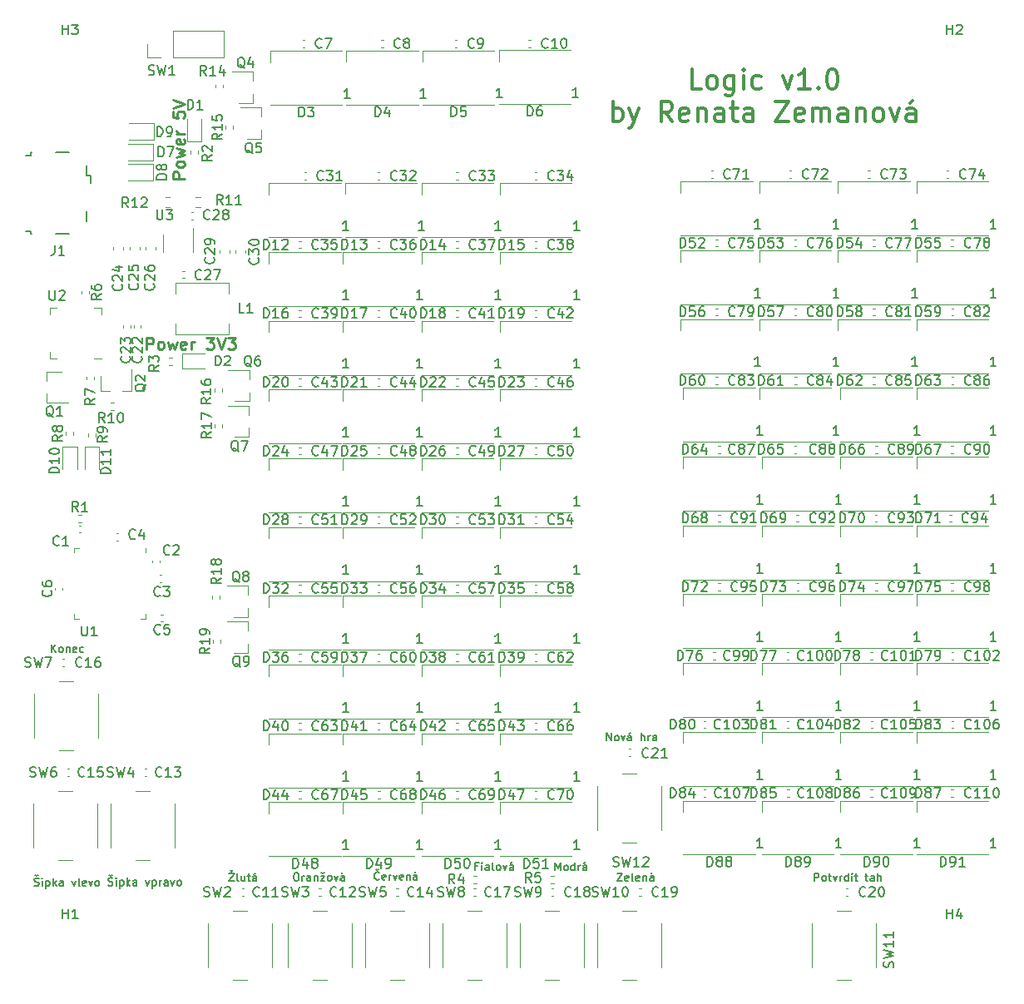
<source format=gbr>
G04 #@! TF.GenerationSoftware,KiCad,Pcbnew,5.1.5+dfsg1-2build2*
G04 #@! TF.CreationDate,2020-11-23T21:15:33+01:00*
G04 #@! TF.ProjectId,Logic_panel_v1,4c6f6769-635f-4706-916e-656c5f76312e,rev?*
G04 #@! TF.SameCoordinates,Original*
G04 #@! TF.FileFunction,Legend,Top*
G04 #@! TF.FilePolarity,Positive*
%FSLAX46Y46*%
G04 Gerber Fmt 4.6, Leading zero omitted, Abs format (unit mm)*
G04 Created by KiCad (PCBNEW 5.1.5+dfsg1-2build2) date 2020-11-23 21:15:33*
%MOMM*%
%LPD*%
G04 APERTURE LIST*
%ADD10C,0.300000*%
%ADD11C,0.153000*%
%ADD12C,0.250000*%
%ADD13C,0.120000*%
%ADD14C,0.150000*%
G04 APERTURE END LIST*
D10*
X119259429Y-57180762D02*
X118307048Y-57180762D01*
X118307048Y-55180762D01*
X120211810Y-57180762D02*
X120021334Y-57085524D01*
X119926096Y-56990286D01*
X119830858Y-56799810D01*
X119830858Y-56228381D01*
X119926096Y-56037905D01*
X120021334Y-55942667D01*
X120211810Y-55847429D01*
X120497524Y-55847429D01*
X120688001Y-55942667D01*
X120783239Y-56037905D01*
X120878477Y-56228381D01*
X120878477Y-56799810D01*
X120783239Y-56990286D01*
X120688001Y-57085524D01*
X120497524Y-57180762D01*
X120211810Y-57180762D01*
X122592762Y-55847429D02*
X122592762Y-57466477D01*
X122497524Y-57656953D01*
X122402286Y-57752191D01*
X122211810Y-57847429D01*
X121926096Y-57847429D01*
X121735620Y-57752191D01*
X122592762Y-57085524D02*
X122402286Y-57180762D01*
X122021334Y-57180762D01*
X121830858Y-57085524D01*
X121735620Y-56990286D01*
X121640381Y-56799810D01*
X121640381Y-56228381D01*
X121735620Y-56037905D01*
X121830858Y-55942667D01*
X122021334Y-55847429D01*
X122402286Y-55847429D01*
X122592762Y-55942667D01*
X123545143Y-57180762D02*
X123545143Y-55847429D01*
X123545143Y-55180762D02*
X123449905Y-55276001D01*
X123545143Y-55371239D01*
X123640381Y-55276001D01*
X123545143Y-55180762D01*
X123545143Y-55371239D01*
X125354667Y-57085524D02*
X125164191Y-57180762D01*
X124783239Y-57180762D01*
X124592762Y-57085524D01*
X124497524Y-56990286D01*
X124402286Y-56799810D01*
X124402286Y-56228381D01*
X124497524Y-56037905D01*
X124592762Y-55942667D01*
X124783239Y-55847429D01*
X125164191Y-55847429D01*
X125354667Y-55942667D01*
X127545143Y-55847429D02*
X128021334Y-57180762D01*
X128497524Y-55847429D01*
X130307048Y-57180762D02*
X129164191Y-57180762D01*
X129735620Y-57180762D02*
X129735620Y-55180762D01*
X129545143Y-55466477D01*
X129354667Y-55656953D01*
X129164191Y-55752191D01*
X131164191Y-56990286D02*
X131259429Y-57085524D01*
X131164191Y-57180762D01*
X131068953Y-57085524D01*
X131164191Y-56990286D01*
X131164191Y-57180762D01*
X132497524Y-55180762D02*
X132688001Y-55180762D01*
X132878477Y-55276001D01*
X132973715Y-55371239D01*
X133068953Y-55561715D01*
X133164191Y-55942667D01*
X133164191Y-56418858D01*
X133068953Y-56799810D01*
X132973715Y-56990286D01*
X132878477Y-57085524D01*
X132688001Y-57180762D01*
X132497524Y-57180762D01*
X132307048Y-57085524D01*
X132211810Y-56990286D01*
X132116572Y-56799810D01*
X132021334Y-56418858D01*
X132021334Y-55942667D01*
X132116572Y-55561715D01*
X132211810Y-55371239D01*
X132307048Y-55276001D01*
X132497524Y-55180762D01*
X110307048Y-60480762D02*
X110307048Y-58480762D01*
X110307048Y-59242667D02*
X110497524Y-59147429D01*
X110878477Y-59147429D01*
X111068953Y-59242667D01*
X111164191Y-59337905D01*
X111259429Y-59528381D01*
X111259429Y-60099810D01*
X111164191Y-60290286D01*
X111068953Y-60385524D01*
X110878477Y-60480762D01*
X110497524Y-60480762D01*
X110307048Y-60385524D01*
X111926096Y-59147429D02*
X112402286Y-60480762D01*
X112878477Y-59147429D02*
X112402286Y-60480762D01*
X112211810Y-60956953D01*
X112116572Y-61052191D01*
X111926096Y-61147429D01*
X116307048Y-60480762D02*
X115640381Y-59528381D01*
X115164191Y-60480762D02*
X115164191Y-58480762D01*
X115926096Y-58480762D01*
X116116572Y-58576001D01*
X116211810Y-58671239D01*
X116307048Y-58861715D01*
X116307048Y-59147429D01*
X116211810Y-59337905D01*
X116116572Y-59433143D01*
X115926096Y-59528381D01*
X115164191Y-59528381D01*
X117926096Y-60385524D02*
X117735620Y-60480762D01*
X117354667Y-60480762D01*
X117164191Y-60385524D01*
X117068953Y-60195048D01*
X117068953Y-59433143D01*
X117164191Y-59242667D01*
X117354667Y-59147429D01*
X117735620Y-59147429D01*
X117926096Y-59242667D01*
X118021334Y-59433143D01*
X118021334Y-59623620D01*
X117068953Y-59814096D01*
X118878477Y-59147429D02*
X118878477Y-60480762D01*
X118878477Y-59337905D02*
X118973715Y-59242667D01*
X119164191Y-59147429D01*
X119449905Y-59147429D01*
X119640381Y-59242667D01*
X119735620Y-59433143D01*
X119735620Y-60480762D01*
X121545143Y-60480762D02*
X121545143Y-59433143D01*
X121449905Y-59242667D01*
X121259429Y-59147429D01*
X120878477Y-59147429D01*
X120688000Y-59242667D01*
X121545143Y-60385524D02*
X121354667Y-60480762D01*
X120878477Y-60480762D01*
X120688000Y-60385524D01*
X120592762Y-60195048D01*
X120592762Y-60004572D01*
X120688000Y-59814096D01*
X120878477Y-59718858D01*
X121354667Y-59718858D01*
X121545143Y-59623620D01*
X122211810Y-59147429D02*
X122973715Y-59147429D01*
X122497524Y-58480762D02*
X122497524Y-60195048D01*
X122592762Y-60385524D01*
X122783239Y-60480762D01*
X122973715Y-60480762D01*
X124497524Y-60480762D02*
X124497524Y-59433143D01*
X124402286Y-59242667D01*
X124211810Y-59147429D01*
X123830858Y-59147429D01*
X123640381Y-59242667D01*
X124497524Y-60385524D02*
X124307048Y-60480762D01*
X123830858Y-60480762D01*
X123640381Y-60385524D01*
X123545143Y-60195048D01*
X123545143Y-60004572D01*
X123640381Y-59814096D01*
X123830858Y-59718858D01*
X124307048Y-59718858D01*
X124497524Y-59623620D01*
X126783239Y-58480762D02*
X128116572Y-58480762D01*
X126783239Y-60480762D01*
X128116572Y-60480762D01*
X129640381Y-60385524D02*
X129449905Y-60480762D01*
X129068953Y-60480762D01*
X128878477Y-60385524D01*
X128783239Y-60195048D01*
X128783239Y-59433143D01*
X128878477Y-59242667D01*
X129068953Y-59147429D01*
X129449905Y-59147429D01*
X129640381Y-59242667D01*
X129735620Y-59433143D01*
X129735620Y-59623620D01*
X128783239Y-59814096D01*
X130592762Y-60480762D02*
X130592762Y-59147429D01*
X130592762Y-59337905D02*
X130688000Y-59242667D01*
X130878477Y-59147429D01*
X131164191Y-59147429D01*
X131354667Y-59242667D01*
X131449905Y-59433143D01*
X131449905Y-60480762D01*
X131449905Y-59433143D02*
X131545143Y-59242667D01*
X131735620Y-59147429D01*
X132021334Y-59147429D01*
X132211810Y-59242667D01*
X132307048Y-59433143D01*
X132307048Y-60480762D01*
X134116572Y-60480762D02*
X134116572Y-59433143D01*
X134021334Y-59242667D01*
X133830858Y-59147429D01*
X133449905Y-59147429D01*
X133259429Y-59242667D01*
X134116572Y-60385524D02*
X133926096Y-60480762D01*
X133449905Y-60480762D01*
X133259429Y-60385524D01*
X133164191Y-60195048D01*
X133164191Y-60004572D01*
X133259429Y-59814096D01*
X133449905Y-59718858D01*
X133926096Y-59718858D01*
X134116572Y-59623620D01*
X135068953Y-59147429D02*
X135068953Y-60480762D01*
X135068953Y-59337905D02*
X135164191Y-59242667D01*
X135354667Y-59147429D01*
X135640381Y-59147429D01*
X135830858Y-59242667D01*
X135926096Y-59433143D01*
X135926096Y-60480762D01*
X137164191Y-60480762D02*
X136973715Y-60385524D01*
X136878477Y-60290286D01*
X136783239Y-60099810D01*
X136783239Y-59528381D01*
X136878477Y-59337905D01*
X136973715Y-59242667D01*
X137164191Y-59147429D01*
X137449905Y-59147429D01*
X137640381Y-59242667D01*
X137735620Y-59337905D01*
X137830858Y-59528381D01*
X137830858Y-60099810D01*
X137735620Y-60290286D01*
X137640381Y-60385524D01*
X137449905Y-60480762D01*
X137164191Y-60480762D01*
X138497524Y-59147429D02*
X138973715Y-60480762D01*
X139449905Y-59147429D01*
X141068953Y-60480762D02*
X141068953Y-59433143D01*
X140973715Y-59242667D01*
X140783239Y-59147429D01*
X140402286Y-59147429D01*
X140211810Y-59242667D01*
X141068953Y-60385524D02*
X140878477Y-60480762D01*
X140402286Y-60480762D01*
X140211810Y-60385524D01*
X140116572Y-60195048D01*
X140116572Y-60004572D01*
X140211810Y-59814096D01*
X140402286Y-59718858D01*
X140878477Y-59718858D01*
X141068953Y-59623620D01*
X140783239Y-58385524D02*
X140497524Y-58671239D01*
D11*
X58895715Y-138253810D02*
X59010001Y-138291905D01*
X59200477Y-138291905D01*
X59276667Y-138253810D01*
X59314762Y-138215715D01*
X59352858Y-138139524D01*
X59352858Y-138063334D01*
X59314762Y-137987143D01*
X59276667Y-137949048D01*
X59200477Y-137910953D01*
X59048096Y-137872858D01*
X58971905Y-137834762D01*
X58933810Y-137796667D01*
X58895715Y-137720477D01*
X58895715Y-137644286D01*
X58933810Y-137568096D01*
X58971905Y-137530001D01*
X59048096Y-137491905D01*
X59238572Y-137491905D01*
X59352858Y-137530001D01*
X58971905Y-137187143D02*
X59124286Y-137301429D01*
X59276667Y-137187143D01*
X59695715Y-138291905D02*
X59695715Y-137758572D01*
X59695715Y-137491905D02*
X59657620Y-137530001D01*
X59695715Y-137568096D01*
X59733810Y-137530001D01*
X59695715Y-137491905D01*
X59695715Y-137568096D01*
X60076667Y-137758572D02*
X60076667Y-138558572D01*
X60076667Y-137796667D02*
X60152858Y-137758572D01*
X60305239Y-137758572D01*
X60381429Y-137796667D01*
X60419524Y-137834762D01*
X60457620Y-137910953D01*
X60457620Y-138139524D01*
X60419524Y-138215715D01*
X60381429Y-138253810D01*
X60305239Y-138291905D01*
X60152858Y-138291905D01*
X60076667Y-138253810D01*
X60800477Y-138291905D02*
X60800477Y-137491905D01*
X60876667Y-137987143D02*
X61105239Y-138291905D01*
X61105239Y-137758572D02*
X60800477Y-138063334D01*
X61790953Y-138291905D02*
X61790953Y-137872858D01*
X61752858Y-137796667D01*
X61676667Y-137758572D01*
X61524286Y-137758572D01*
X61448096Y-137796667D01*
X61790953Y-138253810D02*
X61714762Y-138291905D01*
X61524286Y-138291905D01*
X61448096Y-138253810D01*
X61410001Y-138177620D01*
X61410001Y-138101429D01*
X61448096Y-138025239D01*
X61524286Y-137987143D01*
X61714762Y-137987143D01*
X61790953Y-137949048D01*
X62705239Y-137758572D02*
X62895715Y-138291905D01*
X63086191Y-137758572D01*
X63390953Y-137758572D02*
X63390953Y-138558572D01*
X63390953Y-137796667D02*
X63467143Y-137758572D01*
X63619524Y-137758572D01*
X63695715Y-137796667D01*
X63733810Y-137834762D01*
X63771905Y-137910953D01*
X63771905Y-138139524D01*
X63733810Y-138215715D01*
X63695715Y-138253810D01*
X63619524Y-138291905D01*
X63467143Y-138291905D01*
X63390953Y-138253810D01*
X64114762Y-138291905D02*
X64114762Y-137758572D01*
X64114762Y-137910953D02*
X64152858Y-137834762D01*
X64190953Y-137796667D01*
X64267143Y-137758572D01*
X64343334Y-137758572D01*
X64952858Y-138291905D02*
X64952858Y-137872858D01*
X64914762Y-137796667D01*
X64838572Y-137758572D01*
X64686191Y-137758572D01*
X64610001Y-137796667D01*
X64952858Y-138253810D02*
X64876667Y-138291905D01*
X64686191Y-138291905D01*
X64610001Y-138253810D01*
X64571905Y-138177620D01*
X64571905Y-138101429D01*
X64610001Y-138025239D01*
X64686191Y-137987143D01*
X64876667Y-137987143D01*
X64952858Y-137949048D01*
X65257620Y-137758572D02*
X65448096Y-138291905D01*
X65638572Y-137758572D01*
X66057620Y-138291905D02*
X65981429Y-138253810D01*
X65943334Y-138215715D01*
X65905239Y-138139524D01*
X65905239Y-137910953D01*
X65943334Y-137834762D01*
X65981429Y-137796667D01*
X66057620Y-137758572D01*
X66171905Y-137758572D01*
X66248096Y-137796667D01*
X66286191Y-137834762D01*
X66324286Y-137910953D01*
X66324286Y-138139524D01*
X66286191Y-138215715D01*
X66248096Y-138253810D01*
X66171905Y-138291905D01*
X66057620Y-138291905D01*
X51394762Y-138273810D02*
X51509048Y-138311905D01*
X51699524Y-138311905D01*
X51775715Y-138273810D01*
X51813810Y-138235715D01*
X51851905Y-138159524D01*
X51851905Y-138083334D01*
X51813810Y-138007143D01*
X51775715Y-137969048D01*
X51699524Y-137930953D01*
X51547143Y-137892858D01*
X51470953Y-137854762D01*
X51432858Y-137816667D01*
X51394762Y-137740477D01*
X51394762Y-137664286D01*
X51432858Y-137588096D01*
X51470953Y-137550001D01*
X51547143Y-137511905D01*
X51737620Y-137511905D01*
X51851905Y-137550001D01*
X51470953Y-137207143D02*
X51623334Y-137321429D01*
X51775715Y-137207143D01*
X52194762Y-138311905D02*
X52194762Y-137778572D01*
X52194762Y-137511905D02*
X52156667Y-137550001D01*
X52194762Y-137588096D01*
X52232858Y-137550001D01*
X52194762Y-137511905D01*
X52194762Y-137588096D01*
X52575715Y-137778572D02*
X52575715Y-138578572D01*
X52575715Y-137816667D02*
X52651905Y-137778572D01*
X52804286Y-137778572D01*
X52880477Y-137816667D01*
X52918572Y-137854762D01*
X52956667Y-137930953D01*
X52956667Y-138159524D01*
X52918572Y-138235715D01*
X52880477Y-138273810D01*
X52804286Y-138311905D01*
X52651905Y-138311905D01*
X52575715Y-138273810D01*
X53299524Y-138311905D02*
X53299524Y-137511905D01*
X53375715Y-138007143D02*
X53604286Y-138311905D01*
X53604286Y-137778572D02*
X53299524Y-138083334D01*
X54290001Y-138311905D02*
X54290001Y-137892858D01*
X54251905Y-137816667D01*
X54175715Y-137778572D01*
X54023334Y-137778572D01*
X53947143Y-137816667D01*
X54290001Y-138273810D02*
X54213810Y-138311905D01*
X54023334Y-138311905D01*
X53947143Y-138273810D01*
X53909048Y-138197620D01*
X53909048Y-138121429D01*
X53947143Y-138045239D01*
X54023334Y-138007143D01*
X54213810Y-138007143D01*
X54290001Y-137969048D01*
X55204286Y-137778572D02*
X55394762Y-138311905D01*
X55585239Y-137778572D01*
X56004286Y-138311905D02*
X55928096Y-138273810D01*
X55890001Y-138197620D01*
X55890001Y-137511905D01*
X56613810Y-138273810D02*
X56537620Y-138311905D01*
X56385239Y-138311905D01*
X56309048Y-138273810D01*
X56270953Y-138197620D01*
X56270953Y-137892858D01*
X56309048Y-137816667D01*
X56385239Y-137778572D01*
X56537620Y-137778572D01*
X56613810Y-137816667D01*
X56651905Y-137892858D01*
X56651905Y-137969048D01*
X56270953Y-138045239D01*
X56918572Y-137778572D02*
X57109048Y-138311905D01*
X57299524Y-137778572D01*
X57718572Y-138311905D02*
X57642381Y-138273810D01*
X57604286Y-138235715D01*
X57566191Y-138159524D01*
X57566191Y-137930953D01*
X57604286Y-137854762D01*
X57642381Y-137816667D01*
X57718572Y-137778572D01*
X57832858Y-137778572D01*
X57909048Y-137816667D01*
X57947143Y-137854762D01*
X57985239Y-137930953D01*
X57985239Y-138159524D01*
X57947143Y-138235715D01*
X57909048Y-138273810D01*
X57832858Y-138311905D01*
X57718572Y-138311905D01*
X130779524Y-137811905D02*
X130779524Y-137011905D01*
X131084286Y-137011905D01*
X131160477Y-137050001D01*
X131198572Y-137088096D01*
X131236667Y-137164286D01*
X131236667Y-137278572D01*
X131198572Y-137354762D01*
X131160477Y-137392858D01*
X131084286Y-137430953D01*
X130779524Y-137430953D01*
X131693810Y-137811905D02*
X131617620Y-137773810D01*
X131579524Y-137735715D01*
X131541429Y-137659524D01*
X131541429Y-137430953D01*
X131579524Y-137354762D01*
X131617620Y-137316667D01*
X131693810Y-137278572D01*
X131808096Y-137278572D01*
X131884286Y-137316667D01*
X131922381Y-137354762D01*
X131960477Y-137430953D01*
X131960477Y-137659524D01*
X131922381Y-137735715D01*
X131884286Y-137773810D01*
X131808096Y-137811905D01*
X131693810Y-137811905D01*
X132189048Y-137278572D02*
X132493810Y-137278572D01*
X132303334Y-137011905D02*
X132303334Y-137697620D01*
X132341429Y-137773810D01*
X132417620Y-137811905D01*
X132493810Y-137811905D01*
X132684286Y-137278572D02*
X132874762Y-137811905D01*
X133065239Y-137278572D01*
X133370001Y-137811905D02*
X133370001Y-137278572D01*
X133370001Y-137430953D02*
X133408096Y-137354762D01*
X133446191Y-137316667D01*
X133522381Y-137278572D01*
X133598572Y-137278572D01*
X134208096Y-137811905D02*
X134208096Y-137011905D01*
X134208096Y-137773810D02*
X134131905Y-137811905D01*
X133979524Y-137811905D01*
X133903334Y-137773810D01*
X133865239Y-137735715D01*
X133827143Y-137659524D01*
X133827143Y-137430953D01*
X133865239Y-137354762D01*
X133903334Y-137316667D01*
X133979524Y-137278572D01*
X134131905Y-137278572D01*
X134208096Y-137316667D01*
X134589048Y-137811905D02*
X134589048Y-137278572D01*
X134589048Y-137011905D02*
X134550953Y-137050001D01*
X134589048Y-137088096D01*
X134627143Y-137050001D01*
X134589048Y-137011905D01*
X134589048Y-137088096D01*
X134855715Y-137278572D02*
X135160477Y-137278572D01*
X134970001Y-137011905D02*
X134970001Y-137697620D01*
X135008096Y-137773810D01*
X135084286Y-137811905D01*
X135160477Y-137811905D01*
X135922381Y-137278572D02*
X136227143Y-137278572D01*
X136036667Y-137011905D02*
X136036667Y-137697620D01*
X136074762Y-137773810D01*
X136150953Y-137811905D01*
X136227143Y-137811905D01*
X136836667Y-137811905D02*
X136836667Y-137392858D01*
X136798572Y-137316667D01*
X136722381Y-137278572D01*
X136570001Y-137278572D01*
X136493810Y-137316667D01*
X136836667Y-137773810D02*
X136760477Y-137811905D01*
X136570001Y-137811905D01*
X136493810Y-137773810D01*
X136455715Y-137697620D01*
X136455715Y-137621429D01*
X136493810Y-137545239D01*
X136570001Y-137507143D01*
X136760477Y-137507143D01*
X136836667Y-137469048D01*
X137217620Y-137811905D02*
X137217620Y-137011905D01*
X137560477Y-137811905D02*
X137560477Y-137392858D01*
X137522381Y-137316667D01*
X137446191Y-137278572D01*
X137331905Y-137278572D01*
X137255715Y-137316667D01*
X137217620Y-137354762D01*
X109626667Y-123531905D02*
X109626667Y-122731905D01*
X110083810Y-123531905D01*
X110083810Y-122731905D01*
X110579048Y-123531905D02*
X110502858Y-123493810D01*
X110464762Y-123455715D01*
X110426667Y-123379524D01*
X110426667Y-123150953D01*
X110464762Y-123074762D01*
X110502858Y-123036667D01*
X110579048Y-122998572D01*
X110693334Y-122998572D01*
X110769524Y-123036667D01*
X110807620Y-123074762D01*
X110845715Y-123150953D01*
X110845715Y-123379524D01*
X110807620Y-123455715D01*
X110769524Y-123493810D01*
X110693334Y-123531905D01*
X110579048Y-123531905D01*
X111112381Y-122998572D02*
X111302858Y-123531905D01*
X111493334Y-122998572D01*
X112140953Y-123531905D02*
X112140953Y-123112858D01*
X112102858Y-123036667D01*
X112026667Y-122998572D01*
X111874286Y-122998572D01*
X111798096Y-123036667D01*
X112140953Y-123493810D02*
X112064762Y-123531905D01*
X111874286Y-123531905D01*
X111798096Y-123493810D01*
X111760001Y-123417620D01*
X111760001Y-123341429D01*
X111798096Y-123265239D01*
X111874286Y-123227143D01*
X112064762Y-123227143D01*
X112140953Y-123189048D01*
X112026667Y-122693810D02*
X111912381Y-122808096D01*
X113131429Y-123531905D02*
X113131429Y-122731905D01*
X113474286Y-123531905D02*
X113474286Y-123112858D01*
X113436191Y-123036667D01*
X113360001Y-122998572D01*
X113245715Y-122998572D01*
X113169524Y-123036667D01*
X113131429Y-123074762D01*
X113855239Y-123531905D02*
X113855239Y-122998572D01*
X113855239Y-123150953D02*
X113893334Y-123074762D01*
X113931429Y-123036667D01*
X114007620Y-122998572D01*
X114083810Y-122998572D01*
X114693334Y-123531905D02*
X114693334Y-123112858D01*
X114655239Y-123036667D01*
X114579048Y-122998572D01*
X114426667Y-122998572D01*
X114350477Y-123036667D01*
X114693334Y-123493810D02*
X114617143Y-123531905D01*
X114426667Y-123531905D01*
X114350477Y-123493810D01*
X114312381Y-123417620D01*
X114312381Y-123341429D01*
X114350477Y-123265239D01*
X114426667Y-123227143D01*
X114617143Y-123227143D01*
X114693334Y-123189048D01*
X77970001Y-136991905D02*
X78122381Y-136991905D01*
X78198572Y-137030001D01*
X78274762Y-137106191D01*
X78312858Y-137258572D01*
X78312858Y-137525239D01*
X78274762Y-137677620D01*
X78198572Y-137753810D01*
X78122381Y-137791905D01*
X77970001Y-137791905D01*
X77893810Y-137753810D01*
X77817620Y-137677620D01*
X77779524Y-137525239D01*
X77779524Y-137258572D01*
X77817620Y-137106191D01*
X77893810Y-137030001D01*
X77970001Y-136991905D01*
X78655715Y-137791905D02*
X78655715Y-137258572D01*
X78655715Y-137410953D02*
X78693810Y-137334762D01*
X78731905Y-137296667D01*
X78808096Y-137258572D01*
X78884286Y-137258572D01*
X79493810Y-137791905D02*
X79493810Y-137372858D01*
X79455715Y-137296667D01*
X79379524Y-137258572D01*
X79227143Y-137258572D01*
X79150953Y-137296667D01*
X79493810Y-137753810D02*
X79417620Y-137791905D01*
X79227143Y-137791905D01*
X79150953Y-137753810D01*
X79112858Y-137677620D01*
X79112858Y-137601429D01*
X79150953Y-137525239D01*
X79227143Y-137487143D01*
X79417620Y-137487143D01*
X79493810Y-137449048D01*
X79874762Y-137258572D02*
X79874762Y-137791905D01*
X79874762Y-137334762D02*
X79912858Y-137296667D01*
X79989048Y-137258572D01*
X80103334Y-137258572D01*
X80179524Y-137296667D01*
X80217620Y-137372858D01*
X80217620Y-137791905D01*
X80522381Y-137258572D02*
X80941429Y-137258572D01*
X80522381Y-137791905D01*
X80941429Y-137791905D01*
X80598572Y-136953810D02*
X80750953Y-137068096D01*
X80903334Y-136953810D01*
X81360477Y-137791905D02*
X81284286Y-137753810D01*
X81246191Y-137715715D01*
X81208096Y-137639524D01*
X81208096Y-137410953D01*
X81246191Y-137334762D01*
X81284286Y-137296667D01*
X81360477Y-137258572D01*
X81474762Y-137258572D01*
X81550953Y-137296667D01*
X81589048Y-137334762D01*
X81627143Y-137410953D01*
X81627143Y-137639524D01*
X81589048Y-137715715D01*
X81550953Y-137753810D01*
X81474762Y-137791905D01*
X81360477Y-137791905D01*
X81893810Y-137258572D02*
X82084286Y-137791905D01*
X82274762Y-137258572D01*
X82922381Y-137791905D02*
X82922381Y-137372858D01*
X82884286Y-137296667D01*
X82808096Y-137258572D01*
X82655715Y-137258572D01*
X82579524Y-137296667D01*
X82922381Y-137753810D02*
X82846191Y-137791905D01*
X82655715Y-137791905D01*
X82579524Y-137753810D01*
X82541429Y-137677620D01*
X82541429Y-137601429D01*
X82579524Y-137525239D01*
X82655715Y-137487143D01*
X82846191Y-137487143D01*
X82922381Y-137449048D01*
X82808096Y-136953810D02*
X82693810Y-137068096D01*
X71191429Y-137041905D02*
X71724762Y-137041905D01*
X71191429Y-137841905D01*
X71724762Y-137841905D01*
X71305715Y-136737143D02*
X71458096Y-136851429D01*
X71610477Y-136737143D01*
X72143810Y-137841905D02*
X72067620Y-137803810D01*
X72029524Y-137727620D01*
X72029524Y-137041905D01*
X72791429Y-137308572D02*
X72791429Y-137841905D01*
X72448572Y-137308572D02*
X72448572Y-137727620D01*
X72486667Y-137803810D01*
X72562858Y-137841905D01*
X72677143Y-137841905D01*
X72753334Y-137803810D01*
X72791429Y-137765715D01*
X73058096Y-137308572D02*
X73362858Y-137308572D01*
X73172381Y-137041905D02*
X73172381Y-137727620D01*
X73210477Y-137803810D01*
X73286667Y-137841905D01*
X73362858Y-137841905D01*
X73972381Y-137841905D02*
X73972381Y-137422858D01*
X73934286Y-137346667D01*
X73858096Y-137308572D01*
X73705715Y-137308572D01*
X73629524Y-137346667D01*
X73972381Y-137803810D02*
X73896191Y-137841905D01*
X73705715Y-137841905D01*
X73629524Y-137803810D01*
X73591429Y-137727620D01*
X73591429Y-137651429D01*
X73629524Y-137575239D01*
X73705715Y-137537143D01*
X73896191Y-137537143D01*
X73972381Y-137499048D01*
X73858096Y-137003810D02*
X73743810Y-137118096D01*
X86455715Y-137625715D02*
X86417620Y-137663810D01*
X86303334Y-137701905D01*
X86227143Y-137701905D01*
X86112858Y-137663810D01*
X86036667Y-137587620D01*
X85998572Y-137511429D01*
X85960477Y-137359048D01*
X85960477Y-137244762D01*
X85998572Y-137092381D01*
X86036667Y-137016191D01*
X86112858Y-136940001D01*
X86227143Y-136901905D01*
X86303334Y-136901905D01*
X86417620Y-136940001D01*
X86455715Y-136978096D01*
X86112858Y-136597143D02*
X86265239Y-136711429D01*
X86417620Y-136597143D01*
X87103334Y-137663810D02*
X87027143Y-137701905D01*
X86874762Y-137701905D01*
X86798572Y-137663810D01*
X86760477Y-137587620D01*
X86760477Y-137282858D01*
X86798572Y-137206667D01*
X86874762Y-137168572D01*
X87027143Y-137168572D01*
X87103334Y-137206667D01*
X87141429Y-137282858D01*
X87141429Y-137359048D01*
X86760477Y-137435239D01*
X87484286Y-137701905D02*
X87484286Y-137168572D01*
X87484286Y-137320953D02*
X87522381Y-137244762D01*
X87560477Y-137206667D01*
X87636667Y-137168572D01*
X87712858Y-137168572D01*
X87903334Y-137168572D02*
X88093810Y-137701905D01*
X88284286Y-137168572D01*
X88893810Y-137663810D02*
X88817620Y-137701905D01*
X88665239Y-137701905D01*
X88589048Y-137663810D01*
X88550953Y-137587620D01*
X88550953Y-137282858D01*
X88589048Y-137206667D01*
X88665239Y-137168572D01*
X88817620Y-137168572D01*
X88893810Y-137206667D01*
X88931905Y-137282858D01*
X88931905Y-137359048D01*
X88550953Y-137435239D01*
X89274762Y-137168572D02*
X89274762Y-137701905D01*
X89274762Y-137244762D02*
X89312858Y-137206667D01*
X89389048Y-137168572D01*
X89503334Y-137168572D01*
X89579524Y-137206667D01*
X89617620Y-137282858D01*
X89617620Y-137701905D01*
X90341429Y-137701905D02*
X90341429Y-137282858D01*
X90303334Y-137206667D01*
X90227143Y-137168572D01*
X90074762Y-137168572D01*
X89998572Y-137206667D01*
X90341429Y-137663810D02*
X90265239Y-137701905D01*
X90074762Y-137701905D01*
X89998572Y-137663810D01*
X89960477Y-137587620D01*
X89960477Y-137511429D01*
X89998572Y-137435239D01*
X90074762Y-137397143D01*
X90265239Y-137397143D01*
X90341429Y-137359048D01*
X90227143Y-136863810D02*
X90112858Y-136978096D01*
X96503810Y-136292858D02*
X96237143Y-136292858D01*
X96237143Y-136711905D02*
X96237143Y-135911905D01*
X96618096Y-135911905D01*
X96922858Y-136711905D02*
X96922858Y-136178572D01*
X96922858Y-135911905D02*
X96884762Y-135950001D01*
X96922858Y-135988096D01*
X96960953Y-135950001D01*
X96922858Y-135911905D01*
X96922858Y-135988096D01*
X97646667Y-136711905D02*
X97646667Y-136292858D01*
X97608572Y-136216667D01*
X97532381Y-136178572D01*
X97380001Y-136178572D01*
X97303810Y-136216667D01*
X97646667Y-136673810D02*
X97570477Y-136711905D01*
X97380001Y-136711905D01*
X97303810Y-136673810D01*
X97265715Y-136597620D01*
X97265715Y-136521429D01*
X97303810Y-136445239D01*
X97380001Y-136407143D01*
X97570477Y-136407143D01*
X97646667Y-136369048D01*
X98141905Y-136711905D02*
X98065715Y-136673810D01*
X98027620Y-136597620D01*
X98027620Y-135911905D01*
X98560953Y-136711905D02*
X98484762Y-136673810D01*
X98446667Y-136635715D01*
X98408572Y-136559524D01*
X98408572Y-136330953D01*
X98446667Y-136254762D01*
X98484762Y-136216667D01*
X98560953Y-136178572D01*
X98675239Y-136178572D01*
X98751429Y-136216667D01*
X98789524Y-136254762D01*
X98827620Y-136330953D01*
X98827620Y-136559524D01*
X98789524Y-136635715D01*
X98751429Y-136673810D01*
X98675239Y-136711905D01*
X98560953Y-136711905D01*
X99094286Y-136178572D02*
X99284762Y-136711905D01*
X99475239Y-136178572D01*
X100122858Y-136711905D02*
X100122858Y-136292858D01*
X100084762Y-136216667D01*
X100008572Y-136178572D01*
X99856191Y-136178572D01*
X99780001Y-136216667D01*
X100122858Y-136673810D02*
X100046667Y-136711905D01*
X99856191Y-136711905D01*
X99780001Y-136673810D01*
X99741905Y-136597620D01*
X99741905Y-136521429D01*
X99780001Y-136445239D01*
X99856191Y-136407143D01*
X100046667Y-136407143D01*
X100122858Y-136369048D01*
X100008572Y-135873810D02*
X99894286Y-135988096D01*
X104390001Y-136731905D02*
X104390001Y-135931905D01*
X104656667Y-136503334D01*
X104923334Y-135931905D01*
X104923334Y-136731905D01*
X105418572Y-136731905D02*
X105342381Y-136693810D01*
X105304286Y-136655715D01*
X105266191Y-136579524D01*
X105266191Y-136350953D01*
X105304286Y-136274762D01*
X105342381Y-136236667D01*
X105418572Y-136198572D01*
X105532858Y-136198572D01*
X105609048Y-136236667D01*
X105647143Y-136274762D01*
X105685239Y-136350953D01*
X105685239Y-136579524D01*
X105647143Y-136655715D01*
X105609048Y-136693810D01*
X105532858Y-136731905D01*
X105418572Y-136731905D01*
X106370953Y-136731905D02*
X106370953Y-135931905D01*
X106370953Y-136693810D02*
X106294762Y-136731905D01*
X106142381Y-136731905D01*
X106066191Y-136693810D01*
X106028096Y-136655715D01*
X105990001Y-136579524D01*
X105990001Y-136350953D01*
X106028096Y-136274762D01*
X106066191Y-136236667D01*
X106142381Y-136198572D01*
X106294762Y-136198572D01*
X106370953Y-136236667D01*
X106751905Y-136731905D02*
X106751905Y-136198572D01*
X106751905Y-136350953D02*
X106790001Y-136274762D01*
X106828096Y-136236667D01*
X106904286Y-136198572D01*
X106980477Y-136198572D01*
X107590001Y-136731905D02*
X107590001Y-136312858D01*
X107551905Y-136236667D01*
X107475715Y-136198572D01*
X107323334Y-136198572D01*
X107247143Y-136236667D01*
X107590001Y-136693810D02*
X107513810Y-136731905D01*
X107323334Y-136731905D01*
X107247143Y-136693810D01*
X107209048Y-136617620D01*
X107209048Y-136541429D01*
X107247143Y-136465239D01*
X107323334Y-136427143D01*
X107513810Y-136427143D01*
X107590001Y-136389048D01*
X107475715Y-135893810D02*
X107361429Y-136008096D01*
X110704286Y-137001905D02*
X111237620Y-137001905D01*
X110704286Y-137801905D01*
X111237620Y-137801905D01*
X111847143Y-137763810D02*
X111770953Y-137801905D01*
X111618572Y-137801905D01*
X111542381Y-137763810D01*
X111504286Y-137687620D01*
X111504286Y-137382858D01*
X111542381Y-137306667D01*
X111618572Y-137268572D01*
X111770953Y-137268572D01*
X111847143Y-137306667D01*
X111885239Y-137382858D01*
X111885239Y-137459048D01*
X111504286Y-137535239D01*
X112342381Y-137801905D02*
X112266191Y-137763810D01*
X112228096Y-137687620D01*
X112228096Y-137001905D01*
X112951905Y-137763810D02*
X112875715Y-137801905D01*
X112723334Y-137801905D01*
X112647143Y-137763810D01*
X112609048Y-137687620D01*
X112609048Y-137382858D01*
X112647143Y-137306667D01*
X112723334Y-137268572D01*
X112875715Y-137268572D01*
X112951905Y-137306667D01*
X112990001Y-137382858D01*
X112990001Y-137459048D01*
X112609048Y-137535239D01*
X113332858Y-137268572D02*
X113332858Y-137801905D01*
X113332858Y-137344762D02*
X113370953Y-137306667D01*
X113447143Y-137268572D01*
X113561429Y-137268572D01*
X113637620Y-137306667D01*
X113675715Y-137382858D01*
X113675715Y-137801905D01*
X114399524Y-137801905D02*
X114399524Y-137382858D01*
X114361429Y-137306667D01*
X114285239Y-137268572D01*
X114132858Y-137268572D01*
X114056667Y-137306667D01*
X114399524Y-137763810D02*
X114323334Y-137801905D01*
X114132858Y-137801905D01*
X114056667Y-137763810D01*
X114018572Y-137687620D01*
X114018572Y-137611429D01*
X114056667Y-137535239D01*
X114132858Y-137497143D01*
X114323334Y-137497143D01*
X114399524Y-137459048D01*
X114285239Y-136963810D02*
X114170953Y-137078096D01*
X53110953Y-114521905D02*
X53110953Y-113721905D01*
X53568096Y-114521905D02*
X53225239Y-114064762D01*
X53568096Y-113721905D02*
X53110953Y-114179048D01*
X54025239Y-114521905D02*
X53949048Y-114483810D01*
X53910953Y-114445715D01*
X53872858Y-114369524D01*
X53872858Y-114140953D01*
X53910953Y-114064762D01*
X53949048Y-114026667D01*
X54025239Y-113988572D01*
X54139524Y-113988572D01*
X54215715Y-114026667D01*
X54253810Y-114064762D01*
X54291905Y-114140953D01*
X54291905Y-114369524D01*
X54253810Y-114445715D01*
X54215715Y-114483810D01*
X54139524Y-114521905D01*
X54025239Y-114521905D01*
X54634762Y-113988572D02*
X54634762Y-114521905D01*
X54634762Y-114064762D02*
X54672858Y-114026667D01*
X54749048Y-113988572D01*
X54863334Y-113988572D01*
X54939524Y-114026667D01*
X54977620Y-114102858D01*
X54977620Y-114521905D01*
X55663334Y-114483810D02*
X55587143Y-114521905D01*
X55434762Y-114521905D01*
X55358572Y-114483810D01*
X55320477Y-114407620D01*
X55320477Y-114102858D01*
X55358572Y-114026667D01*
X55434762Y-113988572D01*
X55587143Y-113988572D01*
X55663334Y-114026667D01*
X55701429Y-114102858D01*
X55701429Y-114179048D01*
X55320477Y-114255239D01*
X56387143Y-114483810D02*
X56310953Y-114521905D01*
X56158572Y-114521905D01*
X56082381Y-114483810D01*
X56044286Y-114445715D01*
X56006191Y-114369524D01*
X56006191Y-114140953D01*
X56044286Y-114064762D01*
X56082381Y-114026667D01*
X56158572Y-113988572D01*
X56310953Y-113988572D01*
X56387143Y-114026667D01*
D12*
X62794286Y-83702858D02*
X62794286Y-82502858D01*
X63251429Y-82502858D01*
X63365715Y-82560001D01*
X63422858Y-82617143D01*
X63480001Y-82731429D01*
X63480001Y-82902858D01*
X63422858Y-83017143D01*
X63365715Y-83074286D01*
X63251429Y-83131429D01*
X62794286Y-83131429D01*
X64165715Y-83702858D02*
X64051429Y-83645715D01*
X63994286Y-83588572D01*
X63937143Y-83474286D01*
X63937143Y-83131429D01*
X63994286Y-83017143D01*
X64051429Y-82960001D01*
X64165715Y-82902858D01*
X64337143Y-82902858D01*
X64451429Y-82960001D01*
X64508572Y-83017143D01*
X64565715Y-83131429D01*
X64565715Y-83474286D01*
X64508572Y-83588572D01*
X64451429Y-83645715D01*
X64337143Y-83702858D01*
X64165715Y-83702858D01*
X64965715Y-82902858D02*
X65194286Y-83702858D01*
X65422858Y-83131429D01*
X65651429Y-83702858D01*
X65880001Y-82902858D01*
X66794286Y-83645715D02*
X66680001Y-83702858D01*
X66451429Y-83702858D01*
X66337143Y-83645715D01*
X66280001Y-83531429D01*
X66280001Y-83074286D01*
X66337143Y-82960001D01*
X66451429Y-82902858D01*
X66680001Y-82902858D01*
X66794286Y-82960001D01*
X66851429Y-83074286D01*
X66851429Y-83188572D01*
X66280001Y-83302858D01*
X67365715Y-83702858D02*
X67365715Y-82902858D01*
X67365715Y-83131429D02*
X67422858Y-83017143D01*
X67480001Y-82960001D01*
X67594286Y-82902858D01*
X67708572Y-82902858D01*
X68908572Y-82502858D02*
X69651429Y-82502858D01*
X69251429Y-82960001D01*
X69422858Y-82960001D01*
X69537143Y-83017143D01*
X69594286Y-83074286D01*
X69651429Y-83188572D01*
X69651429Y-83474286D01*
X69594286Y-83588572D01*
X69537143Y-83645715D01*
X69422858Y-83702858D01*
X69080001Y-83702858D01*
X68965715Y-83645715D01*
X68908572Y-83588572D01*
X69994286Y-82502858D02*
X70394286Y-83702858D01*
X70794286Y-82502858D01*
X71080001Y-82502858D02*
X71822858Y-82502858D01*
X71422858Y-82960001D01*
X71594286Y-82960001D01*
X71708572Y-83017143D01*
X71765715Y-83074286D01*
X71822858Y-83188572D01*
X71822858Y-83474286D01*
X71765715Y-83588572D01*
X71708572Y-83645715D01*
X71594286Y-83702858D01*
X71251429Y-83702858D01*
X71137143Y-83645715D01*
X71080001Y-83588572D01*
X66652858Y-66304286D02*
X65452858Y-66304286D01*
X65452858Y-65847143D01*
X65510001Y-65732858D01*
X65567143Y-65675715D01*
X65681429Y-65618572D01*
X65852858Y-65618572D01*
X65967143Y-65675715D01*
X66024286Y-65732858D01*
X66081429Y-65847143D01*
X66081429Y-66304286D01*
X66652858Y-64932858D02*
X66595715Y-65047143D01*
X66538572Y-65104286D01*
X66424286Y-65161429D01*
X66081429Y-65161429D01*
X65967143Y-65104286D01*
X65910001Y-65047143D01*
X65852858Y-64932858D01*
X65852858Y-64761429D01*
X65910001Y-64647143D01*
X65967143Y-64590001D01*
X66081429Y-64532858D01*
X66424286Y-64532858D01*
X66538572Y-64590001D01*
X66595715Y-64647143D01*
X66652858Y-64761429D01*
X66652858Y-64932858D01*
X65852858Y-64132858D02*
X66652858Y-63904286D01*
X66081429Y-63675715D01*
X66652858Y-63447143D01*
X65852858Y-63218572D01*
X66595715Y-62304286D02*
X66652858Y-62418572D01*
X66652858Y-62647143D01*
X66595715Y-62761429D01*
X66481429Y-62818572D01*
X66024286Y-62818572D01*
X65910001Y-62761429D01*
X65852858Y-62647143D01*
X65852858Y-62418572D01*
X65910001Y-62304286D01*
X66024286Y-62247143D01*
X66138572Y-62247143D01*
X66252858Y-62818572D01*
X66652858Y-61732858D02*
X65852858Y-61732858D01*
X66081429Y-61732858D02*
X65967143Y-61675715D01*
X65910001Y-61618572D01*
X65852858Y-61504286D01*
X65852858Y-61390001D01*
X65452858Y-59504286D02*
X65452858Y-60075715D01*
X66024286Y-60132858D01*
X65967143Y-60075715D01*
X65910001Y-59961429D01*
X65910001Y-59675715D01*
X65967143Y-59561429D01*
X66024286Y-59504286D01*
X66138572Y-59447143D01*
X66424286Y-59447143D01*
X66538572Y-59504286D01*
X66595715Y-59561429D01*
X66652858Y-59675715D01*
X66652858Y-59961429D01*
X66595715Y-60075715D01*
X66538572Y-60132858D01*
X65452858Y-59104286D02*
X66652858Y-58704286D01*
X65452858Y-58304286D01*
D13*
G04 #@! TO.C,C1*
X55910165Y-102356001D02*
X56125837Y-102356001D01*
X55910165Y-101636001D02*
X56125837Y-101636001D01*
G04 #@! TO.C,C2*
X64120001Y-105397837D02*
X64120001Y-105182165D01*
X63400001Y-105397837D02*
X63400001Y-105182165D01*
G04 #@! TO.C,C3*
X64122165Y-107370001D02*
X64337837Y-107370001D01*
X64122165Y-106650001D02*
X64337837Y-106650001D01*
G04 #@! TO.C,C4*
X59712165Y-103140001D02*
X59927837Y-103140001D01*
X59712165Y-102420001D02*
X59927837Y-102420001D01*
G04 #@! TO.C,C5*
X64437837Y-110690001D02*
X64222165Y-110690001D01*
X64437837Y-111410001D02*
X64222165Y-111410001D01*
G04 #@! TO.C,C6*
X54200001Y-108197837D02*
X54200001Y-107982165D01*
X53480001Y-108197837D02*
X53480001Y-107982165D01*
G04 #@! TO.C,C7*
X78881837Y-52216001D02*
X78666165Y-52216001D01*
X78881837Y-52936001D02*
X78666165Y-52936001D01*
G04 #@! TO.C,C8*
X86901837Y-52216001D02*
X86686165Y-52216001D01*
X86901837Y-52936001D02*
X86686165Y-52936001D01*
G04 #@! TO.C,C9*
X94401837Y-52216001D02*
X94186165Y-52216001D01*
X94401837Y-52936001D02*
X94186165Y-52936001D01*
G04 #@! TO.C,C10*
X101901837Y-52216001D02*
X101686165Y-52216001D01*
X101901837Y-52936001D02*
X101686165Y-52936001D01*
G04 #@! TO.C,C11*
X72709837Y-138592001D02*
X72494165Y-138592001D01*
X72709837Y-139312001D02*
X72494165Y-139312001D01*
G04 #@! TO.C,C12*
X80555837Y-138592001D02*
X80340165Y-138592001D01*
X80555837Y-139312001D02*
X80340165Y-139312001D01*
G04 #@! TO.C,C13*
X62803837Y-126400001D02*
X62588165Y-126400001D01*
X62803837Y-127120001D02*
X62588165Y-127120001D01*
G04 #@! TO.C,C14*
X88429837Y-138592001D02*
X88214165Y-138592001D01*
X88429837Y-139312001D02*
X88214165Y-139312001D01*
G04 #@! TO.C,C15*
X54929837Y-126400001D02*
X54714165Y-126400001D01*
X54929837Y-127120001D02*
X54714165Y-127120001D01*
G04 #@! TO.C,C16*
X54421837Y-115224001D02*
X54206165Y-115224001D01*
X54421837Y-115944001D02*
X54206165Y-115944001D01*
G04 #@! TO.C,C17*
X96303837Y-138592001D02*
X96088165Y-138592001D01*
X96303837Y-139312001D02*
X96088165Y-139312001D01*
G04 #@! TO.C,C18*
X104205837Y-138592001D02*
X103990165Y-138592001D01*
X104205837Y-139312001D02*
X103990165Y-139312001D01*
G04 #@! TO.C,C19*
X113123837Y-138592001D02*
X112908165Y-138592001D01*
X113123837Y-139312001D02*
X112908165Y-139312001D01*
G04 #@! TO.C,C20*
X134177837Y-138592001D02*
X133962165Y-138592001D01*
X134177837Y-139312001D02*
X133962165Y-139312001D01*
G04 #@! TO.C,C21*
X112079837Y-124368001D02*
X111864165Y-124368001D01*
X112079837Y-125088001D02*
X111864165Y-125088001D01*
G04 #@! TO.C,C23*
X61140001Y-81497837D02*
X61140001Y-81282165D01*
X60420001Y-81497837D02*
X60420001Y-81282165D01*
G04 #@! TO.C,C24*
X60430001Y-73580581D02*
X60430001Y-73299421D01*
X59410001Y-73580581D02*
X59410001Y-73299421D01*
G04 #@! TO.C,C25*
X62070001Y-73580581D02*
X62070001Y-73299421D01*
X61050001Y-73580581D02*
X61050001Y-73299421D01*
G04 #@! TO.C,C26*
X63720001Y-73560581D02*
X63720001Y-73279421D01*
X62700001Y-73560581D02*
X62700001Y-73279421D01*
G04 #@! TO.C,C27*
X66442165Y-76440001D02*
X66657837Y-76440001D01*
X66442165Y-75720001D02*
X66657837Y-75720001D01*
G04 #@! TO.C,C28*
X67352165Y-70450001D02*
X67567837Y-70450001D01*
X67352165Y-69730001D02*
X67567837Y-69730001D01*
G04 #@! TO.C,C29*
X70230001Y-73624421D02*
X70230001Y-73905581D01*
X71250001Y-73624421D02*
X71250001Y-73905581D01*
G04 #@! TO.C,C30*
X71840001Y-73624421D02*
X71840001Y-73905581D01*
X72860001Y-73624421D02*
X72860001Y-73905581D01*
G04 #@! TO.C,C31*
X79049837Y-65688001D02*
X78834165Y-65688001D01*
X79049837Y-66408001D02*
X78834165Y-66408001D01*
G04 #@! TO.C,C32*
X86529837Y-65688001D02*
X86314165Y-65688001D01*
X86529837Y-66408001D02*
X86314165Y-66408001D01*
G04 #@! TO.C,C33*
X94529837Y-65688001D02*
X94314165Y-65688001D01*
X94529837Y-66408001D02*
X94314165Y-66408001D01*
G04 #@! TO.C,C34*
X102529837Y-65688001D02*
X102314165Y-65688001D01*
X102529837Y-66408001D02*
X102314165Y-66408001D01*
G04 #@! TO.C,C35*
X78529837Y-72688001D02*
X78314165Y-72688001D01*
X78529837Y-73408001D02*
X78314165Y-73408001D01*
G04 #@! TO.C,C36*
X86529837Y-72688001D02*
X86314165Y-72688001D01*
X86529837Y-73408001D02*
X86314165Y-73408001D01*
G04 #@! TO.C,C37*
X94529837Y-72688001D02*
X94314165Y-72688001D01*
X94529837Y-73408001D02*
X94314165Y-73408001D01*
G04 #@! TO.C,C38*
X102529837Y-72688001D02*
X102314165Y-72688001D01*
X102529837Y-73408001D02*
X102314165Y-73408001D01*
G04 #@! TO.C,C39*
X78529837Y-79688001D02*
X78314165Y-79688001D01*
X78529837Y-80408001D02*
X78314165Y-80408001D01*
G04 #@! TO.C,C40*
X86529837Y-79688001D02*
X86314165Y-79688001D01*
X86529837Y-80408001D02*
X86314165Y-80408001D01*
G04 #@! TO.C,C41*
X94529837Y-79688001D02*
X94314165Y-79688001D01*
X94529837Y-80408001D02*
X94314165Y-80408001D01*
G04 #@! TO.C,C42*
X102509837Y-79688001D02*
X102294165Y-79688001D01*
X102509837Y-80408001D02*
X102294165Y-80408001D01*
G04 #@! TO.C,C43*
X78529837Y-86688001D02*
X78314165Y-86688001D01*
X78529837Y-87408001D02*
X78314165Y-87408001D01*
G04 #@! TO.C,C44*
X86529837Y-86688001D02*
X86314165Y-86688001D01*
X86529837Y-87408001D02*
X86314165Y-87408001D01*
G04 #@! TO.C,C45*
X94529837Y-86688001D02*
X94314165Y-86688001D01*
X94529837Y-87408001D02*
X94314165Y-87408001D01*
G04 #@! TO.C,C46*
X102529837Y-86688001D02*
X102314165Y-86688001D01*
X102529837Y-87408001D02*
X102314165Y-87408001D01*
G04 #@! TO.C,C47*
X78509837Y-93688001D02*
X78294165Y-93688001D01*
X78509837Y-94408001D02*
X78294165Y-94408001D01*
G04 #@! TO.C,C48*
X86509837Y-93688001D02*
X86294165Y-93688001D01*
X86509837Y-94408001D02*
X86294165Y-94408001D01*
G04 #@! TO.C,C49*
X94529837Y-93688001D02*
X94314165Y-93688001D01*
X94529837Y-94408001D02*
X94314165Y-94408001D01*
G04 #@! TO.C,C50*
X102509837Y-93688001D02*
X102294165Y-93688001D01*
X102509837Y-94408001D02*
X102294165Y-94408001D01*
G04 #@! TO.C,C51*
X78529837Y-100688001D02*
X78314165Y-100688001D01*
X78529837Y-101408001D02*
X78314165Y-101408001D01*
G04 #@! TO.C,C52*
X86529837Y-100688001D02*
X86314165Y-100688001D01*
X86529837Y-101408001D02*
X86314165Y-101408001D01*
G04 #@! TO.C,C53*
X94529837Y-100688001D02*
X94314165Y-100688001D01*
X94529837Y-101408001D02*
X94314165Y-101408001D01*
G04 #@! TO.C,C54*
X102509837Y-100688001D02*
X102294165Y-100688001D01*
X102509837Y-101408001D02*
X102294165Y-101408001D01*
G04 #@! TO.C,C55*
X78529837Y-107688001D02*
X78314165Y-107688001D01*
X78529837Y-108408001D02*
X78314165Y-108408001D01*
G04 #@! TO.C,C56*
X86529837Y-107688001D02*
X86314165Y-107688001D01*
X86529837Y-108408001D02*
X86314165Y-108408001D01*
G04 #@! TO.C,C57*
X94529837Y-107688001D02*
X94314165Y-107688001D01*
X94529837Y-108408001D02*
X94314165Y-108408001D01*
G04 #@! TO.C,C58*
X102529837Y-107688001D02*
X102314165Y-107688001D01*
X102529837Y-108408001D02*
X102314165Y-108408001D01*
G04 #@! TO.C,C59*
X78529837Y-114688001D02*
X78314165Y-114688001D01*
X78529837Y-115408001D02*
X78314165Y-115408001D01*
G04 #@! TO.C,C60*
X86509837Y-114688001D02*
X86294165Y-114688001D01*
X86509837Y-115408001D02*
X86294165Y-115408001D01*
G04 #@! TO.C,C61*
X94529837Y-114688001D02*
X94314165Y-114688001D01*
X94529837Y-115408001D02*
X94314165Y-115408001D01*
G04 #@! TO.C,C62*
X102509837Y-114688001D02*
X102294165Y-114688001D01*
X102509837Y-115408001D02*
X102294165Y-115408001D01*
G04 #@! TO.C,C63*
X78509837Y-121688001D02*
X78294165Y-121688001D01*
X78509837Y-122408001D02*
X78294165Y-122408001D01*
G04 #@! TO.C,C64*
X86509837Y-121688001D02*
X86294165Y-121688001D01*
X86509837Y-122408001D02*
X86294165Y-122408001D01*
G04 #@! TO.C,C65*
X94529837Y-121688001D02*
X94314165Y-121688001D01*
X94529837Y-122408001D02*
X94314165Y-122408001D01*
G04 #@! TO.C,C66*
X102529837Y-121688001D02*
X102314165Y-121688001D01*
X102529837Y-122408001D02*
X102314165Y-122408001D01*
G04 #@! TO.C,C67*
X78529837Y-128688001D02*
X78314165Y-128688001D01*
X78529837Y-129408001D02*
X78314165Y-129408001D01*
G04 #@! TO.C,C68*
X86549837Y-128688001D02*
X86334165Y-128688001D01*
X86549837Y-129408001D02*
X86334165Y-129408001D01*
G04 #@! TO.C,C69*
X94529837Y-128688001D02*
X94314165Y-128688001D01*
X94529837Y-129408001D02*
X94314165Y-129408001D01*
G04 #@! TO.C,C70*
X102529837Y-128688001D02*
X102314165Y-128688001D01*
X102529837Y-129408001D02*
X102314165Y-129408001D01*
G04 #@! TO.C,C71*
X120453837Y-65522001D02*
X120238165Y-65522001D01*
X120453837Y-66242001D02*
X120238165Y-66242001D01*
G04 #@! TO.C,C72*
X128433837Y-65522001D02*
X128218165Y-65522001D01*
X128433837Y-66242001D02*
X128218165Y-66242001D01*
G04 #@! TO.C,C73*
X136413837Y-65522001D02*
X136198165Y-65522001D01*
X136413837Y-66242001D02*
X136198165Y-66242001D01*
G04 #@! TO.C,C74*
X144433837Y-65522001D02*
X144218165Y-65522001D01*
X144433837Y-66242001D02*
X144218165Y-66242001D01*
G04 #@! TO.C,C75*
X120933837Y-72522001D02*
X120718165Y-72522001D01*
X120933837Y-73242001D02*
X120718165Y-73242001D01*
G04 #@! TO.C,C76*
X128933837Y-72522001D02*
X128718165Y-72522001D01*
X128933837Y-73242001D02*
X128718165Y-73242001D01*
G04 #@! TO.C,C77*
X136933837Y-72522001D02*
X136718165Y-72522001D01*
X136933837Y-73242001D02*
X136718165Y-73242001D01*
G04 #@! TO.C,C78*
X144913837Y-72522001D02*
X144698165Y-72522001D01*
X144913837Y-73242001D02*
X144698165Y-73242001D01*
G04 #@! TO.C,C79*
X120933837Y-79522001D02*
X120718165Y-79522001D01*
X120933837Y-80242001D02*
X120718165Y-80242001D01*
G04 #@! TO.C,C80*
X128913837Y-79522001D02*
X128698165Y-79522001D01*
X128913837Y-80242001D02*
X128698165Y-80242001D01*
G04 #@! TO.C,C81*
X136933837Y-79522001D02*
X136718165Y-79522001D01*
X136933837Y-80242001D02*
X136718165Y-80242001D01*
G04 #@! TO.C,C82*
X144933837Y-79522001D02*
X144718165Y-79522001D01*
X144933837Y-80242001D02*
X144718165Y-80242001D01*
G04 #@! TO.C,C83*
X120933837Y-86522001D02*
X120718165Y-86522001D01*
X120933837Y-87242001D02*
X120718165Y-87242001D01*
G04 #@! TO.C,C84*
X128953837Y-86522001D02*
X128738165Y-86522001D01*
X128953837Y-87242001D02*
X128738165Y-87242001D01*
G04 #@! TO.C,C85*
X136933837Y-86522001D02*
X136718165Y-86522001D01*
X136933837Y-87242001D02*
X136718165Y-87242001D01*
G04 #@! TO.C,C86*
X144933837Y-86522001D02*
X144718165Y-86522001D01*
X144933837Y-87242001D02*
X144718165Y-87242001D01*
G04 #@! TO.C,C87*
X121203837Y-93522001D02*
X120988165Y-93522001D01*
X121203837Y-94242001D02*
X120988165Y-94242001D01*
G04 #@! TO.C,C88*
X128933837Y-93522001D02*
X128718165Y-93522001D01*
X128933837Y-94242001D02*
X128718165Y-94242001D01*
G04 #@! TO.C,C89*
X137183837Y-93522001D02*
X136968165Y-93522001D01*
X137183837Y-94242001D02*
X136968165Y-94242001D01*
G04 #@! TO.C,C90*
X144913837Y-93522001D02*
X144698165Y-93522001D01*
X144913837Y-94242001D02*
X144698165Y-94242001D01*
G04 #@! TO.C,C91*
X121163837Y-100522001D02*
X120948165Y-100522001D01*
X121163837Y-101242001D02*
X120948165Y-101242001D01*
G04 #@! TO.C,C92*
X129163837Y-100522001D02*
X128948165Y-100522001D01*
X129163837Y-101242001D02*
X128948165Y-101242001D01*
G04 #@! TO.C,C93*
X137163837Y-100522001D02*
X136948165Y-100522001D01*
X137163837Y-101242001D02*
X136948165Y-101242001D01*
G04 #@! TO.C,C94*
X144703837Y-100522001D02*
X144488165Y-100522001D01*
X144703837Y-101242001D02*
X144488165Y-101242001D01*
G04 #@! TO.C,C95*
X121183837Y-107522001D02*
X120968165Y-107522001D01*
X121183837Y-108242001D02*
X120968165Y-108242001D01*
G04 #@! TO.C,C96*
X129183837Y-107522001D02*
X128968165Y-107522001D01*
X129183837Y-108242001D02*
X128968165Y-108242001D01*
G04 #@! TO.C,C97*
X137183837Y-107522001D02*
X136968165Y-107522001D01*
X137183837Y-108242001D02*
X136968165Y-108242001D01*
G04 #@! TO.C,C98*
X144913837Y-107522001D02*
X144698165Y-107522001D01*
X144913837Y-108242001D02*
X144698165Y-108242001D01*
G04 #@! TO.C,C99*
X120663837Y-114522001D02*
X120448165Y-114522001D01*
X120663837Y-115242001D02*
X120448165Y-115242001D01*
G04 #@! TO.C,C100*
X128183837Y-114522001D02*
X127968165Y-114522001D01*
X128183837Y-115242001D02*
X127968165Y-115242001D01*
G04 #@! TO.C,C101*
X136683837Y-114522001D02*
X136468165Y-114522001D01*
X136683837Y-115242001D02*
X136468165Y-115242001D01*
G04 #@! TO.C,C102*
X144933837Y-114522001D02*
X144718165Y-114522001D01*
X144933837Y-115242001D02*
X144718165Y-115242001D01*
G04 #@! TO.C,C103*
X119703837Y-121522001D02*
X119488165Y-121522001D01*
X119703837Y-122242001D02*
X119488165Y-122242001D01*
G04 #@! TO.C,C104*
X128183837Y-121522001D02*
X127968165Y-121522001D01*
X128183837Y-122242001D02*
X127968165Y-122242001D01*
G04 #@! TO.C,C105*
X136703837Y-121522001D02*
X136488165Y-121522001D01*
X136703837Y-122242001D02*
X136488165Y-122242001D01*
G04 #@! TO.C,C106*
X144933837Y-121522001D02*
X144718165Y-121522001D01*
X144933837Y-122242001D02*
X144718165Y-122242001D01*
G04 #@! TO.C,C107*
X119703837Y-128522001D02*
X119488165Y-128522001D01*
X119703837Y-129242001D02*
X119488165Y-129242001D01*
G04 #@! TO.C,C108*
X128203837Y-128522001D02*
X127988165Y-128522001D01*
X128203837Y-129242001D02*
X127988165Y-129242001D01*
G04 #@! TO.C,C109*
X136663837Y-128522001D02*
X136448165Y-128522001D01*
X136663837Y-129242001D02*
X136448165Y-129242001D01*
G04 #@! TO.C,C110*
X144913837Y-128522001D02*
X144698165Y-128522001D01*
X144913837Y-129242001D02*
X144698165Y-129242001D01*
G04 #@! TO.C,D1*
X68399001Y-62499001D02*
X68399001Y-60214001D01*
X66929001Y-62499001D02*
X68399001Y-62499001D01*
X66929001Y-60214001D02*
X66929001Y-62499001D01*
G04 #@! TO.C,D2*
X66437001Y-85609001D02*
X68722001Y-85609001D01*
X66437001Y-84139001D02*
X66437001Y-85609001D01*
X68722001Y-84139001D02*
X66437001Y-84139001D01*
G04 #@! TO.C,D3*
X75404001Y-53326001D02*
X75404001Y-54476001D01*
X82704001Y-53326001D02*
X75404001Y-53326001D01*
X82704001Y-58826001D02*
X75404001Y-58826001D01*
G04 #@! TO.C,D4*
X83144001Y-53296001D02*
X83144001Y-54446001D01*
X90444001Y-53296001D02*
X83144001Y-53296001D01*
X90444001Y-58796001D02*
X83144001Y-58796001D01*
G04 #@! TO.C,D5*
X90894001Y-53276001D02*
X90894001Y-54426001D01*
X98194001Y-53276001D02*
X90894001Y-53276001D01*
X98194001Y-58776001D02*
X90894001Y-58776001D01*
G04 #@! TO.C,D6*
X98644001Y-53226001D02*
X98644001Y-54376001D01*
X105944001Y-53226001D02*
X98644001Y-53226001D01*
X105944001Y-58726001D02*
X98644001Y-58726001D01*
G04 #@! TO.C,D7*
X63500001Y-64470001D02*
X60950001Y-64470001D01*
X63500001Y-62770001D02*
X60950001Y-62770001D01*
X63500001Y-64470001D02*
X63500001Y-62770001D01*
G04 #@! TO.C,D8*
X63500001Y-66530001D02*
X60950001Y-66530001D01*
X63500001Y-64830001D02*
X60950001Y-64830001D01*
X63500001Y-66530001D02*
X63500001Y-64830001D01*
G04 #@! TO.C,D9*
X63522001Y-62384001D02*
X60972001Y-62384001D01*
X63522001Y-60684001D02*
X60972001Y-60684001D01*
X63522001Y-62384001D02*
X63522001Y-60684001D01*
G04 #@! TO.C,D10*
X54255001Y-93605001D02*
X54255001Y-95890001D01*
X55725001Y-93605001D02*
X54255001Y-93605001D01*
X55725001Y-95890001D02*
X55725001Y-93605001D01*
G04 #@! TO.C,D11*
X56487001Y-93634501D02*
X56487001Y-95919501D01*
X57957001Y-93634501D02*
X56487001Y-93634501D01*
X57957001Y-95919501D02*
X57957001Y-93634501D01*
G04 #@! TO.C,D12*
X75272001Y-66798001D02*
X75272001Y-67948001D01*
X82572001Y-66798001D02*
X75272001Y-66798001D01*
X82572001Y-72298001D02*
X75272001Y-72298001D01*
G04 #@! TO.C,D13*
X82982001Y-66748001D02*
X82982001Y-67898001D01*
X90282001Y-66748001D02*
X82982001Y-66748001D01*
X90282001Y-72248001D02*
X82982001Y-72248001D01*
G04 #@! TO.C,D14*
X90772001Y-66798001D02*
X90772001Y-67948001D01*
X98072001Y-66798001D02*
X90772001Y-66798001D01*
X98072001Y-72298001D02*
X90772001Y-72298001D01*
G04 #@! TO.C,D15*
X98772001Y-66798001D02*
X98772001Y-67948001D01*
X106072001Y-66798001D02*
X98772001Y-66798001D01*
X106072001Y-72298001D02*
X98772001Y-72298001D01*
G04 #@! TO.C,D16*
X75272001Y-73798001D02*
X75272001Y-74948001D01*
X82572001Y-73798001D02*
X75272001Y-73798001D01*
X82572001Y-79298001D02*
X75272001Y-79298001D01*
G04 #@! TO.C,D17*
X82772001Y-73798001D02*
X82772001Y-74948001D01*
X90072001Y-73798001D02*
X82772001Y-73798001D01*
X90072001Y-79298001D02*
X82772001Y-79298001D01*
G04 #@! TO.C,D18*
X90772001Y-73798001D02*
X90772001Y-74948001D01*
X98072001Y-73798001D02*
X90772001Y-73798001D01*
X98072001Y-79298001D02*
X90772001Y-79298001D01*
G04 #@! TO.C,D19*
X98772001Y-73798001D02*
X98772001Y-74948001D01*
X106072001Y-73798001D02*
X98772001Y-73798001D01*
X106072001Y-79298001D02*
X98772001Y-79298001D01*
G04 #@! TO.C,D20*
X75272001Y-80798001D02*
X75272001Y-81948001D01*
X82572001Y-80798001D02*
X75272001Y-80798001D01*
X82572001Y-86298001D02*
X75272001Y-86298001D01*
G04 #@! TO.C,D21*
X82772001Y-80798001D02*
X82772001Y-81948001D01*
X90072001Y-80798001D02*
X82772001Y-80798001D01*
X90072001Y-86298001D02*
X82772001Y-86298001D01*
G04 #@! TO.C,D22*
X90772001Y-80798001D02*
X90772001Y-81948001D01*
X98072001Y-80798001D02*
X90772001Y-80798001D01*
X98072001Y-86298001D02*
X90772001Y-86298001D01*
G04 #@! TO.C,D23*
X98772001Y-80798001D02*
X98772001Y-81948001D01*
X106072001Y-80798001D02*
X98772001Y-80798001D01*
X106072001Y-86298001D02*
X98772001Y-86298001D01*
G04 #@! TO.C,D24*
X75272001Y-87798001D02*
X75272001Y-88948001D01*
X82572001Y-87798001D02*
X75272001Y-87798001D01*
X82572001Y-93298001D02*
X75272001Y-93298001D01*
G04 #@! TO.C,D25*
X82772001Y-87798001D02*
X82772001Y-88948001D01*
X90072001Y-87798001D02*
X82772001Y-87798001D01*
X90072001Y-93298001D02*
X82772001Y-93298001D01*
G04 #@! TO.C,D26*
X90772001Y-87798001D02*
X90772001Y-88948001D01*
X98072001Y-87798001D02*
X90772001Y-87798001D01*
X98072001Y-93298001D02*
X90772001Y-93298001D01*
G04 #@! TO.C,D27*
X98772001Y-87798001D02*
X98772001Y-88948001D01*
X106072001Y-87798001D02*
X98772001Y-87798001D01*
X106072001Y-93298001D02*
X98772001Y-93298001D01*
G04 #@! TO.C,D28*
X75272001Y-94798001D02*
X75272001Y-95948001D01*
X82572001Y-94798001D02*
X75272001Y-94798001D01*
X82572001Y-100298001D02*
X75272001Y-100298001D01*
G04 #@! TO.C,D29*
X82772001Y-94798001D02*
X82772001Y-95948001D01*
X90072001Y-94798001D02*
X82772001Y-94798001D01*
X90072001Y-100298001D02*
X82772001Y-100298001D01*
G04 #@! TO.C,D30*
X90772001Y-94798001D02*
X90772001Y-95948001D01*
X98072001Y-94798001D02*
X90772001Y-94798001D01*
X98072001Y-100298001D02*
X90772001Y-100298001D01*
G04 #@! TO.C,D31*
X98772001Y-94798001D02*
X98772001Y-95948001D01*
X106072001Y-94798001D02*
X98772001Y-94798001D01*
X106072001Y-100298001D02*
X98772001Y-100298001D01*
G04 #@! TO.C,D32*
X75272001Y-101798001D02*
X75272001Y-102948001D01*
X82572001Y-101798001D02*
X75272001Y-101798001D01*
X82572001Y-107298001D02*
X75272001Y-107298001D01*
G04 #@! TO.C,D33*
X82772001Y-101798001D02*
X82772001Y-102948001D01*
X90072001Y-101798001D02*
X82772001Y-101798001D01*
X90072001Y-107298001D02*
X82772001Y-107298001D01*
G04 #@! TO.C,D34*
X90772001Y-101798001D02*
X90772001Y-102948001D01*
X98072001Y-101798001D02*
X90772001Y-101798001D01*
X98072001Y-107298001D02*
X90772001Y-107298001D01*
G04 #@! TO.C,D35*
X98772001Y-101798001D02*
X98772001Y-102948001D01*
X106072001Y-101798001D02*
X98772001Y-101798001D01*
X106072001Y-107298001D02*
X98772001Y-107298001D01*
G04 #@! TO.C,D36*
X75272001Y-108798001D02*
X75272001Y-109948001D01*
X82572001Y-108798001D02*
X75272001Y-108798001D01*
X82572001Y-114298001D02*
X75272001Y-114298001D01*
G04 #@! TO.C,D37*
X82772001Y-108798001D02*
X82772001Y-109948001D01*
X90072001Y-108798001D02*
X82772001Y-108798001D01*
X90072001Y-114298001D02*
X82772001Y-114298001D01*
G04 #@! TO.C,D38*
X90772001Y-108798001D02*
X90772001Y-109948001D01*
X98072001Y-108798001D02*
X90772001Y-108798001D01*
X98072001Y-114298001D02*
X90772001Y-114298001D01*
G04 #@! TO.C,D39*
X98772001Y-108798001D02*
X98772001Y-109948001D01*
X106072001Y-108798001D02*
X98772001Y-108798001D01*
X106072001Y-114298001D02*
X98772001Y-114298001D01*
G04 #@! TO.C,D40*
X75272001Y-115798001D02*
X75272001Y-116948001D01*
X82572001Y-115798001D02*
X75272001Y-115798001D01*
X82572001Y-121298001D02*
X75272001Y-121298001D01*
G04 #@! TO.C,D41*
X82772001Y-115798001D02*
X82772001Y-116948001D01*
X90072001Y-115798001D02*
X82772001Y-115798001D01*
X90072001Y-121298001D02*
X82772001Y-121298001D01*
G04 #@! TO.C,D42*
X90772001Y-115798001D02*
X90772001Y-116948001D01*
X98072001Y-115798001D02*
X90772001Y-115798001D01*
X98072001Y-121298001D02*
X90772001Y-121298001D01*
G04 #@! TO.C,D43*
X98772001Y-115798001D02*
X98772001Y-116948001D01*
X106072001Y-115798001D02*
X98772001Y-115798001D01*
X106072001Y-121298001D02*
X98772001Y-121298001D01*
G04 #@! TO.C,D44*
X75272001Y-122798001D02*
X75272001Y-123948001D01*
X82572001Y-122798001D02*
X75272001Y-122798001D01*
X82572001Y-128298001D02*
X75272001Y-128298001D01*
G04 #@! TO.C,D45*
X82772001Y-122798001D02*
X82772001Y-123948001D01*
X90072001Y-122798001D02*
X82772001Y-122798001D01*
X90072001Y-128298001D02*
X82772001Y-128298001D01*
G04 #@! TO.C,D46*
X90772001Y-122798001D02*
X90772001Y-123948001D01*
X98072001Y-122798001D02*
X90772001Y-122798001D01*
X98072001Y-128298001D02*
X90772001Y-128298001D01*
G04 #@! TO.C,D47*
X98772001Y-122798001D02*
X98772001Y-123948001D01*
X106072001Y-122798001D02*
X98772001Y-122798001D01*
X106072001Y-128298001D02*
X98772001Y-128298001D01*
G04 #@! TO.C,D48*
X75272001Y-129798001D02*
X75272001Y-130948001D01*
X82572001Y-129798001D02*
X75272001Y-129798001D01*
X82572001Y-135298001D02*
X75272001Y-135298001D01*
G04 #@! TO.C,D49*
X82772001Y-129798001D02*
X82772001Y-130948001D01*
X90072001Y-129798001D02*
X82772001Y-129798001D01*
X90072001Y-135298001D02*
X82772001Y-135298001D01*
G04 #@! TO.C,D50*
X90772001Y-129798001D02*
X90772001Y-130948001D01*
X98072001Y-129798001D02*
X90772001Y-129798001D01*
X98072001Y-135298001D02*
X90772001Y-135298001D01*
G04 #@! TO.C,D51*
X98772001Y-129798001D02*
X98772001Y-130948001D01*
X106072001Y-129798001D02*
X98772001Y-129798001D01*
X106072001Y-135298001D02*
X98772001Y-135298001D01*
G04 #@! TO.C,D52*
X117176001Y-66632001D02*
X117176001Y-67782001D01*
X124476001Y-66632001D02*
X117176001Y-66632001D01*
X124476001Y-72132001D02*
X117176001Y-72132001D01*
G04 #@! TO.C,D53*
X125176001Y-66632001D02*
X125176001Y-67782001D01*
X132476001Y-66632001D02*
X125176001Y-66632001D01*
X132476001Y-72132001D02*
X125176001Y-72132001D01*
G04 #@! TO.C,D54*
X133176001Y-66632001D02*
X133176001Y-67782001D01*
X140476001Y-66632001D02*
X133176001Y-66632001D01*
X140476001Y-72132001D02*
X133176001Y-72132001D01*
G04 #@! TO.C,D55*
X141176001Y-66632001D02*
X141176001Y-67782001D01*
X148476001Y-66632001D02*
X141176001Y-66632001D01*
X148476001Y-72132001D02*
X141176001Y-72132001D01*
G04 #@! TO.C,D56*
X117176001Y-73632001D02*
X117176001Y-74782001D01*
X124476001Y-73632001D02*
X117176001Y-73632001D01*
X124476001Y-79132001D02*
X117176001Y-79132001D01*
G04 #@! TO.C,D57*
X125176001Y-73632001D02*
X125176001Y-74782001D01*
X132476001Y-73632001D02*
X125176001Y-73632001D01*
X132476001Y-79132001D02*
X125176001Y-79132001D01*
G04 #@! TO.C,D58*
X133176001Y-73632001D02*
X133176001Y-74782001D01*
X140476001Y-73632001D02*
X133176001Y-73632001D01*
X140476001Y-79132001D02*
X133176001Y-79132001D01*
G04 #@! TO.C,D59*
X141176001Y-73632001D02*
X141176001Y-74782001D01*
X148476001Y-73632001D02*
X141176001Y-73632001D01*
X148476001Y-79132001D02*
X141176001Y-79132001D01*
G04 #@! TO.C,D60*
X117176001Y-80632001D02*
X117176001Y-81782001D01*
X124476001Y-80632001D02*
X117176001Y-80632001D01*
X124476001Y-86132001D02*
X117176001Y-86132001D01*
G04 #@! TO.C,D61*
X125176001Y-80632001D02*
X125176001Y-81782001D01*
X132476001Y-80632001D02*
X125176001Y-80632001D01*
X132476001Y-86132001D02*
X125176001Y-86132001D01*
G04 #@! TO.C,D62*
X133176001Y-80632001D02*
X133176001Y-81782001D01*
X140476001Y-80632001D02*
X133176001Y-80632001D01*
X140476001Y-86132001D02*
X133176001Y-86132001D01*
G04 #@! TO.C,D63*
X141176001Y-80632001D02*
X141176001Y-81782001D01*
X148476001Y-80632001D02*
X141176001Y-80632001D01*
X148476001Y-86132001D02*
X141176001Y-86132001D01*
G04 #@! TO.C,D64*
X117426001Y-87632001D02*
X117426001Y-88782001D01*
X124726001Y-87632001D02*
X117426001Y-87632001D01*
X124726001Y-93132001D02*
X117426001Y-93132001D01*
G04 #@! TO.C,D65*
X125176001Y-87632001D02*
X125176001Y-88782001D01*
X132476001Y-87632001D02*
X125176001Y-87632001D01*
X132476001Y-93132001D02*
X125176001Y-93132001D01*
G04 #@! TO.C,D66*
X133426001Y-87632001D02*
X133426001Y-88782001D01*
X140726001Y-87632001D02*
X133426001Y-87632001D01*
X140726001Y-93132001D02*
X133426001Y-93132001D01*
G04 #@! TO.C,D67*
X141176001Y-87632001D02*
X141176001Y-88782001D01*
X148476001Y-87632001D02*
X141176001Y-87632001D01*
X148476001Y-93132001D02*
X141176001Y-93132001D01*
G04 #@! TO.C,D68*
X117426001Y-94632001D02*
X117426001Y-95782001D01*
X124726001Y-94632001D02*
X117426001Y-94632001D01*
X124726001Y-100132001D02*
X117426001Y-100132001D01*
G04 #@! TO.C,D69*
X125426001Y-94632001D02*
X125426001Y-95782001D01*
X132726001Y-94632001D02*
X125426001Y-94632001D01*
X132726001Y-100132001D02*
X125426001Y-100132001D01*
G04 #@! TO.C,D70*
X133426001Y-94632001D02*
X133426001Y-95782001D01*
X140726001Y-94632001D02*
X133426001Y-94632001D01*
X140726001Y-100132001D02*
X133426001Y-100132001D01*
G04 #@! TO.C,D71*
X141176001Y-94632001D02*
X141176001Y-95782001D01*
X148476001Y-94632001D02*
X141176001Y-94632001D01*
X148476001Y-100132001D02*
X141176001Y-100132001D01*
G04 #@! TO.C,D72*
X117426001Y-101632001D02*
X117426001Y-102782001D01*
X124726001Y-101632001D02*
X117426001Y-101632001D01*
X124726001Y-107132001D02*
X117426001Y-107132001D01*
G04 #@! TO.C,D73*
X125426001Y-101632001D02*
X125426001Y-102782001D01*
X132726001Y-101632001D02*
X125426001Y-101632001D01*
X132726001Y-107132001D02*
X125426001Y-107132001D01*
G04 #@! TO.C,D74*
X133426001Y-101632001D02*
X133426001Y-102782001D01*
X140726001Y-101632001D02*
X133426001Y-101632001D01*
X140726001Y-107132001D02*
X133426001Y-107132001D01*
G04 #@! TO.C,D75*
X141176001Y-101632001D02*
X141176001Y-102782001D01*
X148476001Y-101632001D02*
X141176001Y-101632001D01*
X148476001Y-107132001D02*
X141176001Y-107132001D01*
G04 #@! TO.C,D76*
X117426001Y-108632001D02*
X117426001Y-109782001D01*
X124726001Y-108632001D02*
X117426001Y-108632001D01*
X124726001Y-114132001D02*
X117426001Y-114132001D01*
G04 #@! TO.C,D77*
X125426001Y-108632001D02*
X125426001Y-109782001D01*
X132726001Y-108632001D02*
X125426001Y-108632001D01*
X132726001Y-114132001D02*
X125426001Y-114132001D01*
G04 #@! TO.C,D78*
X133426001Y-108632001D02*
X133426001Y-109782001D01*
X140726001Y-108632001D02*
X133426001Y-108632001D01*
X140726001Y-114132001D02*
X133426001Y-114132001D01*
G04 #@! TO.C,D79*
X141176001Y-108632001D02*
X141176001Y-109782001D01*
X148476001Y-108632001D02*
X141176001Y-108632001D01*
X148476001Y-114132001D02*
X141176001Y-114132001D01*
G04 #@! TO.C,D80*
X117426001Y-115632001D02*
X117426001Y-116782001D01*
X124726001Y-115632001D02*
X117426001Y-115632001D01*
X124726001Y-121132001D02*
X117426001Y-121132001D01*
G04 #@! TO.C,D81*
X125426001Y-115632001D02*
X125426001Y-116782001D01*
X132726001Y-115632001D02*
X125426001Y-115632001D01*
X132726001Y-121132001D02*
X125426001Y-121132001D01*
G04 #@! TO.C,D82*
X133426001Y-115632001D02*
X133426001Y-116782001D01*
X140726001Y-115632001D02*
X133426001Y-115632001D01*
X140726001Y-121132001D02*
X133426001Y-121132001D01*
G04 #@! TO.C,D83*
X141176001Y-115632001D02*
X141176001Y-116782001D01*
X148476001Y-115632001D02*
X141176001Y-115632001D01*
X148476001Y-121132001D02*
X141176001Y-121132001D01*
G04 #@! TO.C,D84*
X117426001Y-122632001D02*
X117426001Y-123782001D01*
X124726001Y-122632001D02*
X117426001Y-122632001D01*
X124726001Y-128132001D02*
X117426001Y-128132001D01*
G04 #@! TO.C,D85*
X125426001Y-122632001D02*
X125426001Y-123782001D01*
X132726001Y-122632001D02*
X125426001Y-122632001D01*
X132726001Y-128132001D02*
X125426001Y-128132001D01*
G04 #@! TO.C,D86*
X133426001Y-122632001D02*
X133426001Y-123782001D01*
X140726001Y-122632001D02*
X133426001Y-122632001D01*
X140726001Y-128132001D02*
X133426001Y-128132001D01*
G04 #@! TO.C,D87*
X141176001Y-122632001D02*
X141176001Y-123782001D01*
X148476001Y-122632001D02*
X141176001Y-122632001D01*
X148476001Y-128132001D02*
X141176001Y-128132001D01*
G04 #@! TO.C,D88*
X117426001Y-129632001D02*
X117426001Y-130782001D01*
X124726001Y-129632001D02*
X117426001Y-129632001D01*
X124726001Y-135132001D02*
X117426001Y-135132001D01*
G04 #@! TO.C,D89*
X125426001Y-129632001D02*
X125426001Y-130782001D01*
X132726001Y-129632001D02*
X125426001Y-129632001D01*
X132726001Y-135132001D02*
X125426001Y-135132001D01*
G04 #@! TO.C,D90*
X133426001Y-129632001D02*
X133426001Y-130782001D01*
X140726001Y-129632001D02*
X133426001Y-129632001D01*
X140726001Y-135132001D02*
X133426001Y-135132001D01*
G04 #@! TO.C,D91*
X141176001Y-129632001D02*
X141176001Y-130782001D01*
X148476001Y-129632001D02*
X141176001Y-129632001D01*
X148476001Y-135132001D02*
X141176001Y-135132001D01*
G04 #@! TO.C,L1*
X65730001Y-76940001D02*
X65730001Y-78040001D01*
X71130001Y-76940001D02*
X71130001Y-78040001D01*
X65730001Y-82140001D02*
X65730001Y-81040001D01*
X71130001Y-82140001D02*
X71130001Y-81040001D01*
X71130001Y-82140001D02*
X65730001Y-82140001D01*
X71130001Y-76940001D02*
X65730001Y-76940001D01*
G04 #@! TO.C,Q1*
X52660001Y-85950001D02*
X54120001Y-85950001D01*
X52660001Y-89110001D02*
X54820001Y-89110001D01*
X52660001Y-89110001D02*
X52660001Y-88180001D01*
X52660001Y-85950001D02*
X52660001Y-86880001D01*
G04 #@! TO.C,Q2*
X58122001Y-87892001D02*
X58122001Y-86432001D01*
X61282001Y-87892001D02*
X61282001Y-85732001D01*
X61282001Y-87892001D02*
X60352001Y-87892001D01*
X58122001Y-87892001D02*
X59052001Y-87892001D01*
G04 #@! TO.C,R1*
X55854360Y-101306001D02*
X56161642Y-101306001D01*
X55854360Y-100546001D02*
X56161642Y-100546001D01*
G04 #@! TO.C,R2*
X68046001Y-63787642D02*
X68046001Y-63480360D01*
X67286001Y-63787642D02*
X67286001Y-63480360D01*
G04 #@! TO.C,R3*
X65082360Y-85282001D02*
X65389642Y-85282001D01*
X65082360Y-84522001D02*
X65389642Y-84522001D01*
G04 #@! TO.C,R4*
X96070360Y-138062001D02*
X96377642Y-138062001D01*
X96070360Y-137302001D02*
X96377642Y-137302001D01*
G04 #@! TO.C,R5*
X103944360Y-138062001D02*
X104251642Y-138062001D01*
X103944360Y-137302001D02*
X104251642Y-137302001D01*
G04 #@! TO.C,R6*
X56182001Y-77738360D02*
X56182001Y-78045642D01*
X56942001Y-77738360D02*
X56942001Y-78045642D01*
G04 #@! TO.C,R7*
X57472001Y-86785642D02*
X57472001Y-86478360D01*
X56712001Y-86785642D02*
X56712001Y-86478360D01*
G04 #@! TO.C,R9*
X57602001Y-92555642D02*
X57602001Y-92248360D01*
X56842001Y-92555642D02*
X56842001Y-92248360D01*
G04 #@! TO.C,R10*
X59445642Y-89122001D02*
X59138360Y-89122001D01*
X59445642Y-89882001D02*
X59138360Y-89882001D01*
G04 #@! TO.C,R11*
X68277259Y-68207501D02*
X67802743Y-68207501D01*
X68277259Y-69252501D02*
X67802743Y-69252501D01*
G04 #@! TO.C,R12*
X65167259Y-68197501D02*
X64692743Y-68197501D01*
X65167259Y-69242501D02*
X64692743Y-69242501D01*
G04 #@! TO.C,R14*
X70570001Y-56756360D02*
X70570001Y-57063642D01*
X69810001Y-56756360D02*
X69810001Y-57063642D01*
G04 #@! TO.C,R15*
X70826001Y-61249642D02*
X70826001Y-60942360D01*
X71586001Y-61249642D02*
X71586001Y-60942360D01*
G04 #@! TO.C,R16*
X69750001Y-87696360D02*
X69750001Y-88003642D01*
X70510001Y-87696360D02*
X70510001Y-88003642D01*
G04 #@! TO.C,R17*
X70490001Y-91623642D02*
X70490001Y-91316360D01*
X69730001Y-91623642D02*
X69730001Y-91316360D01*
G04 #@! TO.C,SW1*
X62890001Y-53970001D02*
X62890001Y-52640001D01*
X64220001Y-53970001D02*
X62890001Y-53970001D01*
X65490001Y-53970001D02*
X65490001Y-51310001D01*
X65490001Y-51310001D02*
X70630001Y-51310001D01*
X65490001Y-53970001D02*
X70630001Y-53970001D01*
X70630001Y-53970001D02*
X70630001Y-51310001D01*
G04 #@! TO.C,U1*
X62668001Y-104381001D02*
X62668001Y-103906001D01*
X55448001Y-111126001D02*
X55923001Y-111126001D01*
X55448001Y-110651001D02*
X55448001Y-111126001D01*
X55448001Y-103906001D02*
X55923001Y-103906001D01*
X55448001Y-104381001D02*
X55448001Y-103906001D01*
X62668001Y-111126001D02*
X62193001Y-111126001D01*
X62668001Y-110651001D02*
X62668001Y-111126001D01*
G04 #@! TO.C,U2*
X57447001Y-84652001D02*
X58172001Y-84652001D01*
X52952001Y-79432001D02*
X52952001Y-80157001D01*
X53677001Y-79432001D02*
X52952001Y-79432001D01*
X58172001Y-79432001D02*
X58172001Y-80157001D01*
X57447001Y-79432001D02*
X58172001Y-79432001D01*
X52952001Y-84652001D02*
X52952001Y-83927001D01*
X53677001Y-84652001D02*
X52952001Y-84652001D01*
G04 #@! TO.C,U3*
X67540001Y-73770001D02*
X67540001Y-71340001D01*
X64470001Y-72010001D02*
X64470001Y-73770001D01*
G04 #@! TO.C,SW2*
X73062001Y-140838001D02*
X71562001Y-140838001D01*
X69062001Y-142088001D02*
X69062001Y-146588001D01*
X71562001Y-147838001D02*
X73062001Y-147838001D01*
X75562001Y-146588001D02*
X75562001Y-142088001D01*
G04 #@! TO.C,SW3*
X81190001Y-140838001D02*
X79690001Y-140838001D01*
X77190001Y-142088001D02*
X77190001Y-146588001D01*
X79690001Y-147838001D02*
X81190001Y-147838001D01*
X83690001Y-146588001D02*
X83690001Y-142088001D01*
G04 #@! TO.C,SW4*
X63156001Y-128646001D02*
X61656001Y-128646001D01*
X59156001Y-129896001D02*
X59156001Y-134396001D01*
X61656001Y-135646001D02*
X63156001Y-135646001D01*
X65656001Y-134396001D02*
X65656001Y-129896001D01*
G04 #@! TO.C,SW5*
X89064001Y-140838001D02*
X87564001Y-140838001D01*
X85064001Y-142088001D02*
X85064001Y-146588001D01*
X87564001Y-147838001D02*
X89064001Y-147838001D01*
X91564001Y-146588001D02*
X91564001Y-142088001D01*
G04 #@! TO.C,SW6*
X55282001Y-128646001D02*
X53782001Y-128646001D01*
X51282001Y-129896001D02*
X51282001Y-134396001D01*
X53782001Y-135646001D02*
X55282001Y-135646001D01*
X57782001Y-134396001D02*
X57782001Y-129896001D01*
G04 #@! TO.C,SW8*
X96938001Y-140838001D02*
X95438001Y-140838001D01*
X92938001Y-142088001D02*
X92938001Y-146588001D01*
X95438001Y-147838001D02*
X96938001Y-147838001D01*
X99438001Y-146588001D02*
X99438001Y-142088001D01*
G04 #@! TO.C,SW9*
X104812001Y-140838001D02*
X103312001Y-140838001D01*
X100812001Y-142088001D02*
X100812001Y-146588001D01*
X103312001Y-147838001D02*
X104812001Y-147838001D01*
X107312001Y-146588001D02*
X107312001Y-142088001D01*
G04 #@! TO.C,SW10*
X112686001Y-140838001D02*
X111186001Y-140838001D01*
X108686001Y-142088001D02*
X108686001Y-146588001D01*
X111186001Y-147838001D02*
X112686001Y-147838001D01*
X115186001Y-146588001D02*
X115186001Y-142088001D01*
G04 #@! TO.C,SW11*
X134530001Y-140838001D02*
X133030001Y-140838001D01*
X130530001Y-142088001D02*
X130530001Y-146588001D01*
X133030001Y-147838001D02*
X134530001Y-147838001D01*
X137030001Y-146588001D02*
X137030001Y-142088001D01*
G04 #@! TO.C,SW12*
X112686001Y-126868001D02*
X111186001Y-126868001D01*
X108686001Y-128118001D02*
X108686001Y-132618001D01*
X111186001Y-133868001D02*
X112686001Y-133868001D01*
X115186001Y-132618001D02*
X115186001Y-128118001D01*
G04 #@! TO.C,SW7*
X55358001Y-117484001D02*
X53858001Y-117484001D01*
X51358001Y-118734001D02*
X51358001Y-123234001D01*
X53858001Y-124484001D02*
X55358001Y-124484001D01*
X57858001Y-123234001D02*
X57858001Y-118734001D01*
G04 #@! TO.C,Q4*
X73650001Y-58610001D02*
X72190001Y-58610001D01*
X73650001Y-55450001D02*
X71490001Y-55450001D01*
X73650001Y-55450001D02*
X73650001Y-56380001D01*
X73650001Y-58610001D02*
X73650001Y-57680001D01*
G04 #@! TO.C,Q5*
X74510001Y-62240001D02*
X73050001Y-62240001D01*
X74510001Y-59080001D02*
X72350001Y-59080001D01*
X74510001Y-59080001D02*
X74510001Y-60010001D01*
X74510001Y-62240001D02*
X74510001Y-61310001D01*
G04 #@! TO.C,Q6*
X73250001Y-88990001D02*
X71790001Y-88990001D01*
X73250001Y-85830001D02*
X71090001Y-85830001D01*
X73250001Y-85830001D02*
X73250001Y-86760001D01*
X73250001Y-88990001D02*
X73250001Y-88060001D01*
G04 #@! TO.C,Q7*
X73230001Y-92620001D02*
X71770001Y-92620001D01*
X73230001Y-89460001D02*
X71070001Y-89460001D01*
X73230001Y-89460001D02*
X73230001Y-90390001D01*
X73230001Y-92620001D02*
X73230001Y-91690001D01*
G04 #@! TO.C,Q8*
X73130001Y-110940001D02*
X71670001Y-110940001D01*
X73130001Y-107780001D02*
X70970001Y-107780001D01*
X73130001Y-107780001D02*
X73130001Y-108710001D01*
X73130001Y-110940001D02*
X73130001Y-110010001D01*
G04 #@! TO.C,Q9*
X73140001Y-114570001D02*
X71680001Y-114570001D01*
X73140001Y-111410001D02*
X70980001Y-111410001D01*
X73140001Y-111410001D02*
X73140001Y-112340001D01*
X73140001Y-114570001D02*
X73140001Y-113640001D01*
G04 #@! TO.C,R8*
X55340001Y-92413642D02*
X55340001Y-92106360D01*
X54580001Y-92413642D02*
X54580001Y-92106360D01*
D14*
G04 #@! TO.C,J1*
X56690001Y-69620001D02*
X56690001Y-70620001D01*
X56690001Y-66020001D02*
X56690001Y-65020001D01*
X57115001Y-66020001D02*
X56690001Y-66020001D01*
X57115001Y-66745001D02*
X57115001Y-66020001D01*
X53540001Y-71970001D02*
X54940001Y-71970001D01*
X50990001Y-71970001D02*
X51140001Y-71970001D01*
X50990001Y-71670001D02*
X50990001Y-71970001D01*
X50540001Y-71670001D02*
X50990001Y-71670001D01*
X50990001Y-63970001D02*
X50540001Y-63970001D01*
X50990001Y-63670001D02*
X50990001Y-63970001D01*
X51140001Y-63670001D02*
X50990001Y-63670001D01*
X54940001Y-63670001D02*
X53540001Y-63670001D01*
D13*
G04 #@! TO.C,R18*
X69500001Y-108766360D02*
X69500001Y-109073642D01*
X70260001Y-108766360D02*
X70260001Y-109073642D01*
G04 #@! TO.C,R19*
X70320001Y-113583642D02*
X70320001Y-113276360D01*
X69560001Y-113583642D02*
X69560001Y-113276360D01*
G04 #@! TO.C,C22*
X62210001Y-81497837D02*
X62210001Y-81282165D01*
X61490001Y-81497837D02*
X61490001Y-81282165D01*
G04 #@! TO.C,C1*
D14*
X53893334Y-103587143D02*
X53845715Y-103634762D01*
X53702858Y-103682381D01*
X53607620Y-103682381D01*
X53464762Y-103634762D01*
X53369524Y-103539524D01*
X53321905Y-103444286D01*
X53274286Y-103253810D01*
X53274286Y-103110953D01*
X53321905Y-102920477D01*
X53369524Y-102825239D01*
X53464762Y-102730001D01*
X53607620Y-102682381D01*
X53702858Y-102682381D01*
X53845715Y-102730001D01*
X53893334Y-102777620D01*
X54845715Y-103682381D02*
X54274286Y-103682381D01*
X54560001Y-103682381D02*
X54560001Y-102682381D01*
X54464762Y-102825239D01*
X54369524Y-102920477D01*
X54274286Y-102968096D01*
G04 #@! TO.C,C2*
X65143334Y-104527143D02*
X65095715Y-104574762D01*
X64952858Y-104622381D01*
X64857620Y-104622381D01*
X64714762Y-104574762D01*
X64619524Y-104479524D01*
X64571905Y-104384286D01*
X64524286Y-104193810D01*
X64524286Y-104050953D01*
X64571905Y-103860477D01*
X64619524Y-103765239D01*
X64714762Y-103670001D01*
X64857620Y-103622381D01*
X64952858Y-103622381D01*
X65095715Y-103670001D01*
X65143334Y-103717620D01*
X65524286Y-103717620D02*
X65571905Y-103670001D01*
X65667143Y-103622381D01*
X65905239Y-103622381D01*
X66000477Y-103670001D01*
X66048096Y-103717620D01*
X66095715Y-103812858D01*
X66095715Y-103908096D01*
X66048096Y-104050953D01*
X65476667Y-104622381D01*
X66095715Y-104622381D01*
G04 #@! TO.C,C3*
X64183334Y-108737143D02*
X64135715Y-108784762D01*
X63992858Y-108832381D01*
X63897620Y-108832381D01*
X63754762Y-108784762D01*
X63659524Y-108689524D01*
X63611905Y-108594286D01*
X63564286Y-108403810D01*
X63564286Y-108260953D01*
X63611905Y-108070477D01*
X63659524Y-107975239D01*
X63754762Y-107880001D01*
X63897620Y-107832381D01*
X63992858Y-107832381D01*
X64135715Y-107880001D01*
X64183334Y-107927620D01*
X64516667Y-107832381D02*
X65135715Y-107832381D01*
X64802381Y-108213334D01*
X64945239Y-108213334D01*
X65040477Y-108260953D01*
X65088096Y-108308572D01*
X65135715Y-108403810D01*
X65135715Y-108641905D01*
X65088096Y-108737143D01*
X65040477Y-108784762D01*
X64945239Y-108832381D01*
X64659524Y-108832381D01*
X64564286Y-108784762D01*
X64516667Y-108737143D01*
G04 #@! TO.C,C4*
X61643334Y-102917143D02*
X61595715Y-102964762D01*
X61452858Y-103012381D01*
X61357620Y-103012381D01*
X61214762Y-102964762D01*
X61119524Y-102869524D01*
X61071905Y-102774286D01*
X61024286Y-102583810D01*
X61024286Y-102440953D01*
X61071905Y-102250477D01*
X61119524Y-102155239D01*
X61214762Y-102060001D01*
X61357620Y-102012381D01*
X61452858Y-102012381D01*
X61595715Y-102060001D01*
X61643334Y-102107620D01*
X62500477Y-102345715D02*
X62500477Y-103012381D01*
X62262381Y-101964762D02*
X62024286Y-102679048D01*
X62643334Y-102679048D01*
G04 #@! TO.C,C5*
X64203334Y-112607143D02*
X64155715Y-112654762D01*
X64012858Y-112702381D01*
X63917620Y-112702381D01*
X63774762Y-112654762D01*
X63679524Y-112559524D01*
X63631905Y-112464286D01*
X63584286Y-112273810D01*
X63584286Y-112130953D01*
X63631905Y-111940477D01*
X63679524Y-111845239D01*
X63774762Y-111750001D01*
X63917620Y-111702381D01*
X64012858Y-111702381D01*
X64155715Y-111750001D01*
X64203334Y-111797620D01*
X65108096Y-111702381D02*
X64631905Y-111702381D01*
X64584286Y-112178572D01*
X64631905Y-112130953D01*
X64727143Y-112083334D01*
X64965239Y-112083334D01*
X65060477Y-112130953D01*
X65108096Y-112178572D01*
X65155715Y-112273810D01*
X65155715Y-112511905D01*
X65108096Y-112607143D01*
X65060477Y-112654762D01*
X64965239Y-112702381D01*
X64727143Y-112702381D01*
X64631905Y-112654762D01*
X64584286Y-112607143D01*
G04 #@! TO.C,C6*
X53077143Y-108216667D02*
X53124762Y-108264286D01*
X53172381Y-108407143D01*
X53172381Y-108502381D01*
X53124762Y-108645239D01*
X53029524Y-108740477D01*
X52934286Y-108788096D01*
X52743810Y-108835715D01*
X52600953Y-108835715D01*
X52410477Y-108788096D01*
X52315239Y-108740477D01*
X52220001Y-108645239D01*
X52172381Y-108502381D01*
X52172381Y-108407143D01*
X52220001Y-108264286D01*
X52267620Y-108216667D01*
X52172381Y-107359524D02*
X52172381Y-107550001D01*
X52220001Y-107645239D01*
X52267620Y-107692858D01*
X52410477Y-107788096D01*
X52600953Y-107835715D01*
X52981905Y-107835715D01*
X53077143Y-107788096D01*
X53124762Y-107740477D01*
X53172381Y-107645239D01*
X53172381Y-107454762D01*
X53124762Y-107359524D01*
X53077143Y-107311905D01*
X52981905Y-107264286D01*
X52743810Y-107264286D01*
X52648572Y-107311905D01*
X52600953Y-107359524D01*
X52553334Y-107454762D01*
X52553334Y-107645239D01*
X52600953Y-107740477D01*
X52648572Y-107788096D01*
X52743810Y-107835715D01*
G04 #@! TO.C,C7*
X80627334Y-52933143D02*
X80579715Y-52980762D01*
X80436858Y-53028381D01*
X80341620Y-53028381D01*
X80198762Y-52980762D01*
X80103524Y-52885524D01*
X80055905Y-52790286D01*
X80008286Y-52599810D01*
X80008286Y-52456953D01*
X80055905Y-52266477D01*
X80103524Y-52171239D01*
X80198762Y-52076001D01*
X80341620Y-52028381D01*
X80436858Y-52028381D01*
X80579715Y-52076001D01*
X80627334Y-52123620D01*
X80960667Y-52028381D02*
X81627334Y-52028381D01*
X81198762Y-53028381D01*
G04 #@! TO.C,C8*
X88607334Y-52933143D02*
X88559715Y-52980762D01*
X88416858Y-53028381D01*
X88321620Y-53028381D01*
X88178762Y-52980762D01*
X88083524Y-52885524D01*
X88035905Y-52790286D01*
X87988286Y-52599810D01*
X87988286Y-52456953D01*
X88035905Y-52266477D01*
X88083524Y-52171239D01*
X88178762Y-52076001D01*
X88321620Y-52028381D01*
X88416858Y-52028381D01*
X88559715Y-52076001D01*
X88607334Y-52123620D01*
X89178762Y-52456953D02*
X89083524Y-52409334D01*
X89035905Y-52361715D01*
X88988286Y-52266477D01*
X88988286Y-52218858D01*
X89035905Y-52123620D01*
X89083524Y-52076001D01*
X89178762Y-52028381D01*
X89369239Y-52028381D01*
X89464477Y-52076001D01*
X89512096Y-52123620D01*
X89559715Y-52218858D01*
X89559715Y-52266477D01*
X89512096Y-52361715D01*
X89464477Y-52409334D01*
X89369239Y-52456953D01*
X89178762Y-52456953D01*
X89083524Y-52504572D01*
X89035905Y-52552191D01*
X88988286Y-52647429D01*
X88988286Y-52837905D01*
X89035905Y-52933143D01*
X89083524Y-52980762D01*
X89178762Y-53028381D01*
X89369239Y-53028381D01*
X89464477Y-52980762D01*
X89512096Y-52933143D01*
X89559715Y-52837905D01*
X89559715Y-52647429D01*
X89512096Y-52552191D01*
X89464477Y-52504572D01*
X89369239Y-52456953D01*
G04 #@! TO.C,C9*
X96127334Y-52933143D02*
X96079715Y-52980762D01*
X95936858Y-53028381D01*
X95841620Y-53028381D01*
X95698762Y-52980762D01*
X95603524Y-52885524D01*
X95555905Y-52790286D01*
X95508286Y-52599810D01*
X95508286Y-52456953D01*
X95555905Y-52266477D01*
X95603524Y-52171239D01*
X95698762Y-52076001D01*
X95841620Y-52028381D01*
X95936858Y-52028381D01*
X96079715Y-52076001D01*
X96127334Y-52123620D01*
X96603524Y-53028381D02*
X96794001Y-53028381D01*
X96889239Y-52980762D01*
X96936858Y-52933143D01*
X97032096Y-52790286D01*
X97079715Y-52599810D01*
X97079715Y-52218858D01*
X97032096Y-52123620D01*
X96984477Y-52076001D01*
X96889239Y-52028381D01*
X96698762Y-52028381D01*
X96603524Y-52076001D01*
X96555905Y-52123620D01*
X96508286Y-52218858D01*
X96508286Y-52456953D01*
X96555905Y-52552191D01*
X96603524Y-52599810D01*
X96698762Y-52647429D01*
X96889239Y-52647429D01*
X96984477Y-52599810D01*
X97032096Y-52552191D01*
X97079715Y-52456953D01*
G04 #@! TO.C,C10*
X103651143Y-52933143D02*
X103603524Y-52980762D01*
X103460667Y-53028381D01*
X103365429Y-53028381D01*
X103222572Y-52980762D01*
X103127334Y-52885524D01*
X103079715Y-52790286D01*
X103032096Y-52599810D01*
X103032096Y-52456953D01*
X103079715Y-52266477D01*
X103127334Y-52171239D01*
X103222572Y-52076001D01*
X103365429Y-52028381D01*
X103460667Y-52028381D01*
X103603524Y-52076001D01*
X103651143Y-52123620D01*
X104603524Y-53028381D02*
X104032096Y-53028381D01*
X104317810Y-53028381D02*
X104317810Y-52028381D01*
X104222572Y-52171239D01*
X104127334Y-52266477D01*
X104032096Y-52314096D01*
X105222572Y-52028381D02*
X105317810Y-52028381D01*
X105413048Y-52076001D01*
X105460667Y-52123620D01*
X105508286Y-52218858D01*
X105555905Y-52409334D01*
X105555905Y-52647429D01*
X105508286Y-52837905D01*
X105460667Y-52933143D01*
X105413048Y-52980762D01*
X105317810Y-53028381D01*
X105222572Y-53028381D01*
X105127334Y-52980762D01*
X105079715Y-52933143D01*
X105032096Y-52837905D01*
X104984477Y-52647429D01*
X104984477Y-52409334D01*
X105032096Y-52218858D01*
X105079715Y-52123620D01*
X105127334Y-52076001D01*
X105222572Y-52028381D01*
G04 #@! TO.C,C11*
X74273143Y-139309143D02*
X74225524Y-139356762D01*
X74082667Y-139404381D01*
X73987429Y-139404381D01*
X73844572Y-139356762D01*
X73749334Y-139261524D01*
X73701715Y-139166286D01*
X73654096Y-138975810D01*
X73654096Y-138832953D01*
X73701715Y-138642477D01*
X73749334Y-138547239D01*
X73844572Y-138452001D01*
X73987429Y-138404381D01*
X74082667Y-138404381D01*
X74225524Y-138452001D01*
X74273143Y-138499620D01*
X75225524Y-139404381D02*
X74654096Y-139404381D01*
X74939810Y-139404381D02*
X74939810Y-138404381D01*
X74844572Y-138547239D01*
X74749334Y-138642477D01*
X74654096Y-138690096D01*
X76177905Y-139404381D02*
X75606477Y-139404381D01*
X75892191Y-139404381D02*
X75892191Y-138404381D01*
X75796953Y-138547239D01*
X75701715Y-138642477D01*
X75606477Y-138690096D01*
G04 #@! TO.C,C12*
X82119143Y-139309143D02*
X82071524Y-139356762D01*
X81928667Y-139404381D01*
X81833429Y-139404381D01*
X81690572Y-139356762D01*
X81595334Y-139261524D01*
X81547715Y-139166286D01*
X81500096Y-138975810D01*
X81500096Y-138832953D01*
X81547715Y-138642477D01*
X81595334Y-138547239D01*
X81690572Y-138452001D01*
X81833429Y-138404381D01*
X81928667Y-138404381D01*
X82071524Y-138452001D01*
X82119143Y-138499620D01*
X83071524Y-139404381D02*
X82500096Y-139404381D01*
X82785810Y-139404381D02*
X82785810Y-138404381D01*
X82690572Y-138547239D01*
X82595334Y-138642477D01*
X82500096Y-138690096D01*
X83452477Y-138499620D02*
X83500096Y-138452001D01*
X83595334Y-138404381D01*
X83833429Y-138404381D01*
X83928667Y-138452001D01*
X83976286Y-138499620D01*
X84023905Y-138594858D01*
X84023905Y-138690096D01*
X83976286Y-138832953D01*
X83404858Y-139404381D01*
X84023905Y-139404381D01*
G04 #@! TO.C,C13*
X64339143Y-127117143D02*
X64291524Y-127164762D01*
X64148667Y-127212381D01*
X64053429Y-127212381D01*
X63910572Y-127164762D01*
X63815334Y-127069524D01*
X63767715Y-126974286D01*
X63720096Y-126783810D01*
X63720096Y-126640953D01*
X63767715Y-126450477D01*
X63815334Y-126355239D01*
X63910572Y-126260001D01*
X64053429Y-126212381D01*
X64148667Y-126212381D01*
X64291524Y-126260001D01*
X64339143Y-126307620D01*
X65291524Y-127212381D02*
X64720096Y-127212381D01*
X65005810Y-127212381D02*
X65005810Y-126212381D01*
X64910572Y-126355239D01*
X64815334Y-126450477D01*
X64720096Y-126498096D01*
X65624858Y-126212381D02*
X66243905Y-126212381D01*
X65910572Y-126593334D01*
X66053429Y-126593334D01*
X66148667Y-126640953D01*
X66196286Y-126688572D01*
X66243905Y-126783810D01*
X66243905Y-127021905D01*
X66196286Y-127117143D01*
X66148667Y-127164762D01*
X66053429Y-127212381D01*
X65767715Y-127212381D01*
X65672477Y-127164762D01*
X65624858Y-127117143D01*
G04 #@! TO.C,C14*
X89993143Y-139309143D02*
X89945524Y-139356762D01*
X89802667Y-139404381D01*
X89707429Y-139404381D01*
X89564572Y-139356762D01*
X89469334Y-139261524D01*
X89421715Y-139166286D01*
X89374096Y-138975810D01*
X89374096Y-138832953D01*
X89421715Y-138642477D01*
X89469334Y-138547239D01*
X89564572Y-138452001D01*
X89707429Y-138404381D01*
X89802667Y-138404381D01*
X89945524Y-138452001D01*
X89993143Y-138499620D01*
X90945524Y-139404381D02*
X90374096Y-139404381D01*
X90659810Y-139404381D02*
X90659810Y-138404381D01*
X90564572Y-138547239D01*
X90469334Y-138642477D01*
X90374096Y-138690096D01*
X91802667Y-138737715D02*
X91802667Y-139404381D01*
X91564572Y-138356762D02*
X91326477Y-139071048D01*
X91945524Y-139071048D01*
G04 #@! TO.C,C15*
X56465143Y-127117143D02*
X56417524Y-127164762D01*
X56274667Y-127212381D01*
X56179429Y-127212381D01*
X56036572Y-127164762D01*
X55941334Y-127069524D01*
X55893715Y-126974286D01*
X55846096Y-126783810D01*
X55846096Y-126640953D01*
X55893715Y-126450477D01*
X55941334Y-126355239D01*
X56036572Y-126260001D01*
X56179429Y-126212381D01*
X56274667Y-126212381D01*
X56417524Y-126260001D01*
X56465143Y-126307620D01*
X57417524Y-127212381D02*
X56846096Y-127212381D01*
X57131810Y-127212381D02*
X57131810Y-126212381D01*
X57036572Y-126355239D01*
X56941334Y-126450477D01*
X56846096Y-126498096D01*
X58322286Y-126212381D02*
X57846096Y-126212381D01*
X57798477Y-126688572D01*
X57846096Y-126640953D01*
X57941334Y-126593334D01*
X58179429Y-126593334D01*
X58274667Y-126640953D01*
X58322286Y-126688572D01*
X58369905Y-126783810D01*
X58369905Y-127021905D01*
X58322286Y-127117143D01*
X58274667Y-127164762D01*
X58179429Y-127212381D01*
X57941334Y-127212381D01*
X57846096Y-127164762D01*
X57798477Y-127117143D01*
G04 #@! TO.C,C16*
X56211143Y-115941143D02*
X56163524Y-115988762D01*
X56020667Y-116036381D01*
X55925429Y-116036381D01*
X55782572Y-115988762D01*
X55687334Y-115893524D01*
X55639715Y-115798286D01*
X55592096Y-115607810D01*
X55592096Y-115464953D01*
X55639715Y-115274477D01*
X55687334Y-115179239D01*
X55782572Y-115084001D01*
X55925429Y-115036381D01*
X56020667Y-115036381D01*
X56163524Y-115084001D01*
X56211143Y-115131620D01*
X57163524Y-116036381D02*
X56592096Y-116036381D01*
X56877810Y-116036381D02*
X56877810Y-115036381D01*
X56782572Y-115179239D01*
X56687334Y-115274477D01*
X56592096Y-115322096D01*
X58020667Y-115036381D02*
X57830191Y-115036381D01*
X57734953Y-115084001D01*
X57687334Y-115131620D01*
X57592096Y-115274477D01*
X57544477Y-115464953D01*
X57544477Y-115845905D01*
X57592096Y-115941143D01*
X57639715Y-115988762D01*
X57734953Y-116036381D01*
X57925429Y-116036381D01*
X58020667Y-115988762D01*
X58068286Y-115941143D01*
X58115905Y-115845905D01*
X58115905Y-115607810D01*
X58068286Y-115512572D01*
X58020667Y-115464953D01*
X57925429Y-115417334D01*
X57734953Y-115417334D01*
X57639715Y-115464953D01*
X57592096Y-115512572D01*
X57544477Y-115607810D01*
G04 #@! TO.C,C17*
X97867143Y-139309143D02*
X97819524Y-139356762D01*
X97676667Y-139404381D01*
X97581429Y-139404381D01*
X97438572Y-139356762D01*
X97343334Y-139261524D01*
X97295715Y-139166286D01*
X97248096Y-138975810D01*
X97248096Y-138832953D01*
X97295715Y-138642477D01*
X97343334Y-138547239D01*
X97438572Y-138452001D01*
X97581429Y-138404381D01*
X97676667Y-138404381D01*
X97819524Y-138452001D01*
X97867143Y-138499620D01*
X98819524Y-139404381D02*
X98248096Y-139404381D01*
X98533810Y-139404381D02*
X98533810Y-138404381D01*
X98438572Y-138547239D01*
X98343334Y-138642477D01*
X98248096Y-138690096D01*
X99152858Y-138404381D02*
X99819524Y-138404381D01*
X99390953Y-139404381D01*
G04 #@! TO.C,C18*
X105995143Y-139309143D02*
X105947524Y-139356762D01*
X105804667Y-139404381D01*
X105709429Y-139404381D01*
X105566572Y-139356762D01*
X105471334Y-139261524D01*
X105423715Y-139166286D01*
X105376096Y-138975810D01*
X105376096Y-138832953D01*
X105423715Y-138642477D01*
X105471334Y-138547239D01*
X105566572Y-138452001D01*
X105709429Y-138404381D01*
X105804667Y-138404381D01*
X105947524Y-138452001D01*
X105995143Y-138499620D01*
X106947524Y-139404381D02*
X106376096Y-139404381D01*
X106661810Y-139404381D02*
X106661810Y-138404381D01*
X106566572Y-138547239D01*
X106471334Y-138642477D01*
X106376096Y-138690096D01*
X107518953Y-138832953D02*
X107423715Y-138785334D01*
X107376096Y-138737715D01*
X107328477Y-138642477D01*
X107328477Y-138594858D01*
X107376096Y-138499620D01*
X107423715Y-138452001D01*
X107518953Y-138404381D01*
X107709429Y-138404381D01*
X107804667Y-138452001D01*
X107852286Y-138499620D01*
X107899905Y-138594858D01*
X107899905Y-138642477D01*
X107852286Y-138737715D01*
X107804667Y-138785334D01*
X107709429Y-138832953D01*
X107518953Y-138832953D01*
X107423715Y-138880572D01*
X107376096Y-138928191D01*
X107328477Y-139023429D01*
X107328477Y-139213905D01*
X107376096Y-139309143D01*
X107423715Y-139356762D01*
X107518953Y-139404381D01*
X107709429Y-139404381D01*
X107804667Y-139356762D01*
X107852286Y-139309143D01*
X107899905Y-139213905D01*
X107899905Y-139023429D01*
X107852286Y-138928191D01*
X107804667Y-138880572D01*
X107709429Y-138832953D01*
G04 #@! TO.C,C19*
X114885143Y-139309143D02*
X114837524Y-139356762D01*
X114694667Y-139404381D01*
X114599429Y-139404381D01*
X114456572Y-139356762D01*
X114361334Y-139261524D01*
X114313715Y-139166286D01*
X114266096Y-138975810D01*
X114266096Y-138832953D01*
X114313715Y-138642477D01*
X114361334Y-138547239D01*
X114456572Y-138452001D01*
X114599429Y-138404381D01*
X114694667Y-138404381D01*
X114837524Y-138452001D01*
X114885143Y-138499620D01*
X115837524Y-139404381D02*
X115266096Y-139404381D01*
X115551810Y-139404381D02*
X115551810Y-138404381D01*
X115456572Y-138547239D01*
X115361334Y-138642477D01*
X115266096Y-138690096D01*
X116313715Y-139404381D02*
X116504191Y-139404381D01*
X116599429Y-139356762D01*
X116647048Y-139309143D01*
X116742286Y-139166286D01*
X116789905Y-138975810D01*
X116789905Y-138594858D01*
X116742286Y-138499620D01*
X116694667Y-138452001D01*
X116599429Y-138404381D01*
X116408953Y-138404381D01*
X116313715Y-138452001D01*
X116266096Y-138499620D01*
X116218477Y-138594858D01*
X116218477Y-138832953D01*
X116266096Y-138928191D01*
X116313715Y-138975810D01*
X116408953Y-139023429D01*
X116599429Y-139023429D01*
X116694667Y-138975810D01*
X116742286Y-138928191D01*
X116789905Y-138832953D01*
G04 #@! TO.C,C20*
X135967143Y-139309143D02*
X135919524Y-139356762D01*
X135776667Y-139404381D01*
X135681429Y-139404381D01*
X135538572Y-139356762D01*
X135443334Y-139261524D01*
X135395715Y-139166286D01*
X135348096Y-138975810D01*
X135348096Y-138832953D01*
X135395715Y-138642477D01*
X135443334Y-138547239D01*
X135538572Y-138452001D01*
X135681429Y-138404381D01*
X135776667Y-138404381D01*
X135919524Y-138452001D01*
X135967143Y-138499620D01*
X136348096Y-138499620D02*
X136395715Y-138452001D01*
X136490953Y-138404381D01*
X136729048Y-138404381D01*
X136824286Y-138452001D01*
X136871905Y-138499620D01*
X136919524Y-138594858D01*
X136919524Y-138690096D01*
X136871905Y-138832953D01*
X136300477Y-139404381D01*
X136919524Y-139404381D01*
X137538572Y-138404381D02*
X137633810Y-138404381D01*
X137729048Y-138452001D01*
X137776667Y-138499620D01*
X137824286Y-138594858D01*
X137871905Y-138785334D01*
X137871905Y-139023429D01*
X137824286Y-139213905D01*
X137776667Y-139309143D01*
X137729048Y-139356762D01*
X137633810Y-139404381D01*
X137538572Y-139404381D01*
X137443334Y-139356762D01*
X137395715Y-139309143D01*
X137348096Y-139213905D01*
X137300477Y-139023429D01*
X137300477Y-138785334D01*
X137348096Y-138594858D01*
X137395715Y-138499620D01*
X137443334Y-138452001D01*
X137538572Y-138404381D01*
G04 #@! TO.C,C21*
X113877143Y-125167143D02*
X113829524Y-125214762D01*
X113686667Y-125262381D01*
X113591429Y-125262381D01*
X113448572Y-125214762D01*
X113353334Y-125119524D01*
X113305715Y-125024286D01*
X113258096Y-124833810D01*
X113258096Y-124690953D01*
X113305715Y-124500477D01*
X113353334Y-124405239D01*
X113448572Y-124310001D01*
X113591429Y-124262381D01*
X113686667Y-124262381D01*
X113829524Y-124310001D01*
X113877143Y-124357620D01*
X114258096Y-124357620D02*
X114305715Y-124310001D01*
X114400953Y-124262381D01*
X114639048Y-124262381D01*
X114734286Y-124310001D01*
X114781905Y-124357620D01*
X114829524Y-124452858D01*
X114829524Y-124548096D01*
X114781905Y-124690953D01*
X114210477Y-125262381D01*
X114829524Y-125262381D01*
X115781905Y-125262381D02*
X115210477Y-125262381D01*
X115496191Y-125262381D02*
X115496191Y-124262381D01*
X115400953Y-124405239D01*
X115305715Y-124500477D01*
X115210477Y-124548096D01*
G04 #@! TO.C,C23*
X61067143Y-84412858D02*
X61114762Y-84460477D01*
X61162381Y-84603334D01*
X61162381Y-84698572D01*
X61114762Y-84841429D01*
X61019524Y-84936667D01*
X60924286Y-84984286D01*
X60733810Y-85031905D01*
X60590953Y-85031905D01*
X60400477Y-84984286D01*
X60305239Y-84936667D01*
X60210001Y-84841429D01*
X60162381Y-84698572D01*
X60162381Y-84603334D01*
X60210001Y-84460477D01*
X60257620Y-84412858D01*
X60257620Y-84031905D02*
X60210001Y-83984286D01*
X60162381Y-83889048D01*
X60162381Y-83650953D01*
X60210001Y-83555715D01*
X60257620Y-83508096D01*
X60352858Y-83460477D01*
X60448096Y-83460477D01*
X60590953Y-83508096D01*
X61162381Y-84079524D01*
X61162381Y-83460477D01*
X60162381Y-83127143D02*
X60162381Y-82508096D01*
X60543334Y-82841429D01*
X60543334Y-82698572D01*
X60590953Y-82603334D01*
X60638572Y-82555715D01*
X60733810Y-82508096D01*
X60971905Y-82508096D01*
X61067143Y-82555715D01*
X61114762Y-82603334D01*
X61162381Y-82698572D01*
X61162381Y-82984286D01*
X61114762Y-83079524D01*
X61067143Y-83127143D01*
G04 #@! TO.C,C24*
X60257143Y-77102858D02*
X60304762Y-77150477D01*
X60352381Y-77293334D01*
X60352381Y-77388572D01*
X60304762Y-77531429D01*
X60209524Y-77626667D01*
X60114286Y-77674286D01*
X59923810Y-77721905D01*
X59780953Y-77721905D01*
X59590477Y-77674286D01*
X59495239Y-77626667D01*
X59400001Y-77531429D01*
X59352381Y-77388572D01*
X59352381Y-77293334D01*
X59400001Y-77150477D01*
X59447620Y-77102858D01*
X59447620Y-76721905D02*
X59400001Y-76674286D01*
X59352381Y-76579048D01*
X59352381Y-76340953D01*
X59400001Y-76245715D01*
X59447620Y-76198096D01*
X59542858Y-76150477D01*
X59638096Y-76150477D01*
X59780953Y-76198096D01*
X60352381Y-76769524D01*
X60352381Y-76150477D01*
X59685715Y-75293334D02*
X60352381Y-75293334D01*
X59304762Y-75531429D02*
X60019048Y-75769524D01*
X60019048Y-75150477D01*
G04 #@! TO.C,C25*
X61877143Y-77012858D02*
X61924762Y-77060477D01*
X61972381Y-77203334D01*
X61972381Y-77298572D01*
X61924762Y-77441429D01*
X61829524Y-77536667D01*
X61734286Y-77584286D01*
X61543810Y-77631905D01*
X61400953Y-77631905D01*
X61210477Y-77584286D01*
X61115239Y-77536667D01*
X61020001Y-77441429D01*
X60972381Y-77298572D01*
X60972381Y-77203334D01*
X61020001Y-77060477D01*
X61067620Y-77012858D01*
X61067620Y-76631905D02*
X61020001Y-76584286D01*
X60972381Y-76489048D01*
X60972381Y-76250953D01*
X61020001Y-76155715D01*
X61067620Y-76108096D01*
X61162858Y-76060477D01*
X61258096Y-76060477D01*
X61400953Y-76108096D01*
X61972381Y-76679524D01*
X61972381Y-76060477D01*
X60972381Y-75155715D02*
X60972381Y-75631905D01*
X61448572Y-75679524D01*
X61400953Y-75631905D01*
X61353334Y-75536667D01*
X61353334Y-75298572D01*
X61400953Y-75203334D01*
X61448572Y-75155715D01*
X61543810Y-75108096D01*
X61781905Y-75108096D01*
X61877143Y-75155715D01*
X61924762Y-75203334D01*
X61972381Y-75298572D01*
X61972381Y-75536667D01*
X61924762Y-75631905D01*
X61877143Y-75679524D01*
G04 #@! TO.C,C26*
X63497143Y-77042858D02*
X63544762Y-77090477D01*
X63592381Y-77233334D01*
X63592381Y-77328572D01*
X63544762Y-77471429D01*
X63449524Y-77566667D01*
X63354286Y-77614286D01*
X63163810Y-77661905D01*
X63020953Y-77661905D01*
X62830477Y-77614286D01*
X62735239Y-77566667D01*
X62640001Y-77471429D01*
X62592381Y-77328572D01*
X62592381Y-77233334D01*
X62640001Y-77090477D01*
X62687620Y-77042858D01*
X62687620Y-76661905D02*
X62640001Y-76614286D01*
X62592381Y-76519048D01*
X62592381Y-76280953D01*
X62640001Y-76185715D01*
X62687620Y-76138096D01*
X62782858Y-76090477D01*
X62878096Y-76090477D01*
X63020953Y-76138096D01*
X63592381Y-76709524D01*
X63592381Y-76090477D01*
X62592381Y-75233334D02*
X62592381Y-75423810D01*
X62640001Y-75519048D01*
X62687620Y-75566667D01*
X62830477Y-75661905D01*
X63020953Y-75709524D01*
X63401905Y-75709524D01*
X63497143Y-75661905D01*
X63544762Y-75614286D01*
X63592381Y-75519048D01*
X63592381Y-75328572D01*
X63544762Y-75233334D01*
X63497143Y-75185715D01*
X63401905Y-75138096D01*
X63163810Y-75138096D01*
X63068572Y-75185715D01*
X63020953Y-75233334D01*
X62973334Y-75328572D01*
X62973334Y-75519048D01*
X63020953Y-75614286D01*
X63068572Y-75661905D01*
X63163810Y-75709524D01*
G04 #@! TO.C,C27*
X68367143Y-76497143D02*
X68319524Y-76544762D01*
X68176667Y-76592381D01*
X68081429Y-76592381D01*
X67938572Y-76544762D01*
X67843334Y-76449524D01*
X67795715Y-76354286D01*
X67748096Y-76163810D01*
X67748096Y-76020953D01*
X67795715Y-75830477D01*
X67843334Y-75735239D01*
X67938572Y-75640001D01*
X68081429Y-75592381D01*
X68176667Y-75592381D01*
X68319524Y-75640001D01*
X68367143Y-75687620D01*
X68748096Y-75687620D02*
X68795715Y-75640001D01*
X68890953Y-75592381D01*
X69129048Y-75592381D01*
X69224286Y-75640001D01*
X69271905Y-75687620D01*
X69319524Y-75782858D01*
X69319524Y-75878096D01*
X69271905Y-76020953D01*
X68700477Y-76592381D01*
X69319524Y-76592381D01*
X69652858Y-75592381D02*
X70319524Y-75592381D01*
X69890953Y-76592381D01*
G04 #@! TO.C,C28*
X69227143Y-70387143D02*
X69179524Y-70434762D01*
X69036667Y-70482381D01*
X68941429Y-70482381D01*
X68798572Y-70434762D01*
X68703334Y-70339524D01*
X68655715Y-70244286D01*
X68608096Y-70053810D01*
X68608096Y-69910953D01*
X68655715Y-69720477D01*
X68703334Y-69625239D01*
X68798572Y-69530001D01*
X68941429Y-69482381D01*
X69036667Y-69482381D01*
X69179524Y-69530001D01*
X69227143Y-69577620D01*
X69608096Y-69577620D02*
X69655715Y-69530001D01*
X69750953Y-69482381D01*
X69989048Y-69482381D01*
X70084286Y-69530001D01*
X70131905Y-69577620D01*
X70179524Y-69672858D01*
X70179524Y-69768096D01*
X70131905Y-69910953D01*
X69560477Y-70482381D01*
X70179524Y-70482381D01*
X70750953Y-69910953D02*
X70655715Y-69863334D01*
X70608096Y-69815715D01*
X70560477Y-69720477D01*
X70560477Y-69672858D01*
X70608096Y-69577620D01*
X70655715Y-69530001D01*
X70750953Y-69482381D01*
X70941429Y-69482381D01*
X71036667Y-69530001D01*
X71084286Y-69577620D01*
X71131905Y-69672858D01*
X71131905Y-69720477D01*
X71084286Y-69815715D01*
X71036667Y-69863334D01*
X70941429Y-69910953D01*
X70750953Y-69910953D01*
X70655715Y-69958572D01*
X70608096Y-70006191D01*
X70560477Y-70101429D01*
X70560477Y-70291905D01*
X70608096Y-70387143D01*
X70655715Y-70434762D01*
X70750953Y-70482381D01*
X70941429Y-70482381D01*
X71036667Y-70434762D01*
X71084286Y-70387143D01*
X71131905Y-70291905D01*
X71131905Y-70101429D01*
X71084286Y-70006191D01*
X71036667Y-69958572D01*
X70941429Y-69910953D01*
G04 #@! TO.C,C29*
X69627143Y-74342858D02*
X69674762Y-74390477D01*
X69722381Y-74533334D01*
X69722381Y-74628572D01*
X69674762Y-74771429D01*
X69579524Y-74866667D01*
X69484286Y-74914286D01*
X69293810Y-74961905D01*
X69150953Y-74961905D01*
X68960477Y-74914286D01*
X68865239Y-74866667D01*
X68770001Y-74771429D01*
X68722381Y-74628572D01*
X68722381Y-74533334D01*
X68770001Y-74390477D01*
X68817620Y-74342858D01*
X68817620Y-73961905D02*
X68770001Y-73914286D01*
X68722381Y-73819048D01*
X68722381Y-73580953D01*
X68770001Y-73485715D01*
X68817620Y-73438096D01*
X68912858Y-73390477D01*
X69008096Y-73390477D01*
X69150953Y-73438096D01*
X69722381Y-74009524D01*
X69722381Y-73390477D01*
X69722381Y-72914286D02*
X69722381Y-72723810D01*
X69674762Y-72628572D01*
X69627143Y-72580953D01*
X69484286Y-72485715D01*
X69293810Y-72438096D01*
X68912858Y-72438096D01*
X68817620Y-72485715D01*
X68770001Y-72533334D01*
X68722381Y-72628572D01*
X68722381Y-72819048D01*
X68770001Y-72914286D01*
X68817620Y-72961905D01*
X68912858Y-73009524D01*
X69150953Y-73009524D01*
X69246191Y-72961905D01*
X69293810Y-72914286D01*
X69341429Y-72819048D01*
X69341429Y-72628572D01*
X69293810Y-72533334D01*
X69246191Y-72485715D01*
X69150953Y-72438096D01*
G04 #@! TO.C,C30*
X74137143Y-74407858D02*
X74184762Y-74455477D01*
X74232381Y-74598334D01*
X74232381Y-74693572D01*
X74184762Y-74836429D01*
X74089524Y-74931667D01*
X73994286Y-74979286D01*
X73803810Y-75026905D01*
X73660953Y-75026905D01*
X73470477Y-74979286D01*
X73375239Y-74931667D01*
X73280001Y-74836429D01*
X73232381Y-74693572D01*
X73232381Y-74598334D01*
X73280001Y-74455477D01*
X73327620Y-74407858D01*
X73232381Y-74074524D02*
X73232381Y-73455477D01*
X73613334Y-73788810D01*
X73613334Y-73645953D01*
X73660953Y-73550715D01*
X73708572Y-73503096D01*
X73803810Y-73455477D01*
X74041905Y-73455477D01*
X74137143Y-73503096D01*
X74184762Y-73550715D01*
X74232381Y-73645953D01*
X74232381Y-73931667D01*
X74184762Y-74026905D01*
X74137143Y-74074524D01*
X73232381Y-72836429D02*
X73232381Y-72741191D01*
X73280001Y-72645953D01*
X73327620Y-72598334D01*
X73422858Y-72550715D01*
X73613334Y-72503096D01*
X73851429Y-72503096D01*
X74041905Y-72550715D01*
X74137143Y-72598334D01*
X74184762Y-72645953D01*
X74232381Y-72741191D01*
X74232381Y-72836429D01*
X74184762Y-72931667D01*
X74137143Y-72979286D01*
X74041905Y-73026905D01*
X73851429Y-73074524D01*
X73613334Y-73074524D01*
X73422858Y-73026905D01*
X73327620Y-72979286D01*
X73280001Y-72931667D01*
X73232381Y-72836429D01*
G04 #@! TO.C,C31*
X80779143Y-66405143D02*
X80731524Y-66452762D01*
X80588667Y-66500381D01*
X80493429Y-66500381D01*
X80350572Y-66452762D01*
X80255334Y-66357524D01*
X80207715Y-66262286D01*
X80160096Y-66071810D01*
X80160096Y-65928953D01*
X80207715Y-65738477D01*
X80255334Y-65643239D01*
X80350572Y-65548001D01*
X80493429Y-65500381D01*
X80588667Y-65500381D01*
X80731524Y-65548001D01*
X80779143Y-65595620D01*
X81112477Y-65500381D02*
X81731524Y-65500381D01*
X81398191Y-65881334D01*
X81541048Y-65881334D01*
X81636286Y-65928953D01*
X81683905Y-65976572D01*
X81731524Y-66071810D01*
X81731524Y-66309905D01*
X81683905Y-66405143D01*
X81636286Y-66452762D01*
X81541048Y-66500381D01*
X81255334Y-66500381D01*
X81160096Y-66452762D01*
X81112477Y-66405143D01*
X82683905Y-66500381D02*
X82112477Y-66500381D01*
X82398191Y-66500381D02*
X82398191Y-65500381D01*
X82302953Y-65643239D01*
X82207715Y-65738477D01*
X82112477Y-65786096D01*
G04 #@! TO.C,C32*
X88279143Y-66405143D02*
X88231524Y-66452762D01*
X88088667Y-66500381D01*
X87993429Y-66500381D01*
X87850572Y-66452762D01*
X87755334Y-66357524D01*
X87707715Y-66262286D01*
X87660096Y-66071810D01*
X87660096Y-65928953D01*
X87707715Y-65738477D01*
X87755334Y-65643239D01*
X87850572Y-65548001D01*
X87993429Y-65500381D01*
X88088667Y-65500381D01*
X88231524Y-65548001D01*
X88279143Y-65595620D01*
X88612477Y-65500381D02*
X89231524Y-65500381D01*
X88898191Y-65881334D01*
X89041048Y-65881334D01*
X89136286Y-65928953D01*
X89183905Y-65976572D01*
X89231524Y-66071810D01*
X89231524Y-66309905D01*
X89183905Y-66405143D01*
X89136286Y-66452762D01*
X89041048Y-66500381D01*
X88755334Y-66500381D01*
X88660096Y-66452762D01*
X88612477Y-66405143D01*
X89612477Y-65595620D02*
X89660096Y-65548001D01*
X89755334Y-65500381D01*
X89993429Y-65500381D01*
X90088667Y-65548001D01*
X90136286Y-65595620D01*
X90183905Y-65690858D01*
X90183905Y-65786096D01*
X90136286Y-65928953D01*
X89564858Y-66500381D01*
X90183905Y-66500381D01*
G04 #@! TO.C,C33*
X96279143Y-66405143D02*
X96231524Y-66452762D01*
X96088667Y-66500381D01*
X95993429Y-66500381D01*
X95850572Y-66452762D01*
X95755334Y-66357524D01*
X95707715Y-66262286D01*
X95660096Y-66071810D01*
X95660096Y-65928953D01*
X95707715Y-65738477D01*
X95755334Y-65643239D01*
X95850572Y-65548001D01*
X95993429Y-65500381D01*
X96088667Y-65500381D01*
X96231524Y-65548001D01*
X96279143Y-65595620D01*
X96612477Y-65500381D02*
X97231524Y-65500381D01*
X96898191Y-65881334D01*
X97041048Y-65881334D01*
X97136286Y-65928953D01*
X97183905Y-65976572D01*
X97231524Y-66071810D01*
X97231524Y-66309905D01*
X97183905Y-66405143D01*
X97136286Y-66452762D01*
X97041048Y-66500381D01*
X96755334Y-66500381D01*
X96660096Y-66452762D01*
X96612477Y-66405143D01*
X97564858Y-65500381D02*
X98183905Y-65500381D01*
X97850572Y-65881334D01*
X97993429Y-65881334D01*
X98088667Y-65928953D01*
X98136286Y-65976572D01*
X98183905Y-66071810D01*
X98183905Y-66309905D01*
X98136286Y-66405143D01*
X98088667Y-66452762D01*
X97993429Y-66500381D01*
X97707715Y-66500381D01*
X97612477Y-66452762D01*
X97564858Y-66405143D01*
G04 #@! TO.C,C34*
X104279143Y-66405143D02*
X104231524Y-66452762D01*
X104088667Y-66500381D01*
X103993429Y-66500381D01*
X103850572Y-66452762D01*
X103755334Y-66357524D01*
X103707715Y-66262286D01*
X103660096Y-66071810D01*
X103660096Y-65928953D01*
X103707715Y-65738477D01*
X103755334Y-65643239D01*
X103850572Y-65548001D01*
X103993429Y-65500381D01*
X104088667Y-65500381D01*
X104231524Y-65548001D01*
X104279143Y-65595620D01*
X104612477Y-65500381D02*
X105231524Y-65500381D01*
X104898191Y-65881334D01*
X105041048Y-65881334D01*
X105136286Y-65928953D01*
X105183905Y-65976572D01*
X105231524Y-66071810D01*
X105231524Y-66309905D01*
X105183905Y-66405143D01*
X105136286Y-66452762D01*
X105041048Y-66500381D01*
X104755334Y-66500381D01*
X104660096Y-66452762D01*
X104612477Y-66405143D01*
X106088667Y-65833715D02*
X106088667Y-66500381D01*
X105850572Y-65452762D02*
X105612477Y-66167048D01*
X106231524Y-66167048D01*
G04 #@! TO.C,C35*
X80259143Y-73405143D02*
X80211524Y-73452762D01*
X80068667Y-73500381D01*
X79973429Y-73500381D01*
X79830572Y-73452762D01*
X79735334Y-73357524D01*
X79687715Y-73262286D01*
X79640096Y-73071810D01*
X79640096Y-72928953D01*
X79687715Y-72738477D01*
X79735334Y-72643239D01*
X79830572Y-72548001D01*
X79973429Y-72500381D01*
X80068667Y-72500381D01*
X80211524Y-72548001D01*
X80259143Y-72595620D01*
X80592477Y-72500381D02*
X81211524Y-72500381D01*
X80878191Y-72881334D01*
X81021048Y-72881334D01*
X81116286Y-72928953D01*
X81163905Y-72976572D01*
X81211524Y-73071810D01*
X81211524Y-73309905D01*
X81163905Y-73405143D01*
X81116286Y-73452762D01*
X81021048Y-73500381D01*
X80735334Y-73500381D01*
X80640096Y-73452762D01*
X80592477Y-73405143D01*
X82116286Y-72500381D02*
X81640096Y-72500381D01*
X81592477Y-72976572D01*
X81640096Y-72928953D01*
X81735334Y-72881334D01*
X81973429Y-72881334D01*
X82068667Y-72928953D01*
X82116286Y-72976572D01*
X82163905Y-73071810D01*
X82163905Y-73309905D01*
X82116286Y-73405143D01*
X82068667Y-73452762D01*
X81973429Y-73500381D01*
X81735334Y-73500381D01*
X81640096Y-73452762D01*
X81592477Y-73405143D01*
G04 #@! TO.C,C36*
X88279143Y-73405143D02*
X88231524Y-73452762D01*
X88088667Y-73500381D01*
X87993429Y-73500381D01*
X87850572Y-73452762D01*
X87755334Y-73357524D01*
X87707715Y-73262286D01*
X87660096Y-73071810D01*
X87660096Y-72928953D01*
X87707715Y-72738477D01*
X87755334Y-72643239D01*
X87850572Y-72548001D01*
X87993429Y-72500381D01*
X88088667Y-72500381D01*
X88231524Y-72548001D01*
X88279143Y-72595620D01*
X88612477Y-72500381D02*
X89231524Y-72500381D01*
X88898191Y-72881334D01*
X89041048Y-72881334D01*
X89136286Y-72928953D01*
X89183905Y-72976572D01*
X89231524Y-73071810D01*
X89231524Y-73309905D01*
X89183905Y-73405143D01*
X89136286Y-73452762D01*
X89041048Y-73500381D01*
X88755334Y-73500381D01*
X88660096Y-73452762D01*
X88612477Y-73405143D01*
X90088667Y-72500381D02*
X89898191Y-72500381D01*
X89802953Y-72548001D01*
X89755334Y-72595620D01*
X89660096Y-72738477D01*
X89612477Y-72928953D01*
X89612477Y-73309905D01*
X89660096Y-73405143D01*
X89707715Y-73452762D01*
X89802953Y-73500381D01*
X89993429Y-73500381D01*
X90088667Y-73452762D01*
X90136286Y-73405143D01*
X90183905Y-73309905D01*
X90183905Y-73071810D01*
X90136286Y-72976572D01*
X90088667Y-72928953D01*
X89993429Y-72881334D01*
X89802953Y-72881334D01*
X89707715Y-72928953D01*
X89660096Y-72976572D01*
X89612477Y-73071810D01*
G04 #@! TO.C,C37*
X96279143Y-73405143D02*
X96231524Y-73452762D01*
X96088667Y-73500381D01*
X95993429Y-73500381D01*
X95850572Y-73452762D01*
X95755334Y-73357524D01*
X95707715Y-73262286D01*
X95660096Y-73071810D01*
X95660096Y-72928953D01*
X95707715Y-72738477D01*
X95755334Y-72643239D01*
X95850572Y-72548001D01*
X95993429Y-72500381D01*
X96088667Y-72500381D01*
X96231524Y-72548001D01*
X96279143Y-72595620D01*
X96612477Y-72500381D02*
X97231524Y-72500381D01*
X96898191Y-72881334D01*
X97041048Y-72881334D01*
X97136286Y-72928953D01*
X97183905Y-72976572D01*
X97231524Y-73071810D01*
X97231524Y-73309905D01*
X97183905Y-73405143D01*
X97136286Y-73452762D01*
X97041048Y-73500381D01*
X96755334Y-73500381D01*
X96660096Y-73452762D01*
X96612477Y-73405143D01*
X97564858Y-72500381D02*
X98231524Y-72500381D01*
X97802953Y-73500381D01*
G04 #@! TO.C,C38*
X104279143Y-73405143D02*
X104231524Y-73452762D01*
X104088667Y-73500381D01*
X103993429Y-73500381D01*
X103850572Y-73452762D01*
X103755334Y-73357524D01*
X103707715Y-73262286D01*
X103660096Y-73071810D01*
X103660096Y-72928953D01*
X103707715Y-72738477D01*
X103755334Y-72643239D01*
X103850572Y-72548001D01*
X103993429Y-72500381D01*
X104088667Y-72500381D01*
X104231524Y-72548001D01*
X104279143Y-72595620D01*
X104612477Y-72500381D02*
X105231524Y-72500381D01*
X104898191Y-72881334D01*
X105041048Y-72881334D01*
X105136286Y-72928953D01*
X105183905Y-72976572D01*
X105231524Y-73071810D01*
X105231524Y-73309905D01*
X105183905Y-73405143D01*
X105136286Y-73452762D01*
X105041048Y-73500381D01*
X104755334Y-73500381D01*
X104660096Y-73452762D01*
X104612477Y-73405143D01*
X105802953Y-72928953D02*
X105707715Y-72881334D01*
X105660096Y-72833715D01*
X105612477Y-72738477D01*
X105612477Y-72690858D01*
X105660096Y-72595620D01*
X105707715Y-72548001D01*
X105802953Y-72500381D01*
X105993429Y-72500381D01*
X106088667Y-72548001D01*
X106136286Y-72595620D01*
X106183905Y-72690858D01*
X106183905Y-72738477D01*
X106136286Y-72833715D01*
X106088667Y-72881334D01*
X105993429Y-72928953D01*
X105802953Y-72928953D01*
X105707715Y-72976572D01*
X105660096Y-73024191D01*
X105612477Y-73119429D01*
X105612477Y-73309905D01*
X105660096Y-73405143D01*
X105707715Y-73452762D01*
X105802953Y-73500381D01*
X105993429Y-73500381D01*
X106088667Y-73452762D01*
X106136286Y-73405143D01*
X106183905Y-73309905D01*
X106183905Y-73119429D01*
X106136286Y-73024191D01*
X106088667Y-72976572D01*
X105993429Y-72928953D01*
G04 #@! TO.C,C39*
X80279143Y-80405143D02*
X80231524Y-80452762D01*
X80088667Y-80500381D01*
X79993429Y-80500381D01*
X79850572Y-80452762D01*
X79755334Y-80357524D01*
X79707715Y-80262286D01*
X79660096Y-80071810D01*
X79660096Y-79928953D01*
X79707715Y-79738477D01*
X79755334Y-79643239D01*
X79850572Y-79548001D01*
X79993429Y-79500381D01*
X80088667Y-79500381D01*
X80231524Y-79548001D01*
X80279143Y-79595620D01*
X80612477Y-79500381D02*
X81231524Y-79500381D01*
X80898191Y-79881334D01*
X81041048Y-79881334D01*
X81136286Y-79928953D01*
X81183905Y-79976572D01*
X81231524Y-80071810D01*
X81231524Y-80309905D01*
X81183905Y-80405143D01*
X81136286Y-80452762D01*
X81041048Y-80500381D01*
X80755334Y-80500381D01*
X80660096Y-80452762D01*
X80612477Y-80405143D01*
X81707715Y-80500381D02*
X81898191Y-80500381D01*
X81993429Y-80452762D01*
X82041048Y-80405143D01*
X82136286Y-80262286D01*
X82183905Y-80071810D01*
X82183905Y-79690858D01*
X82136286Y-79595620D01*
X82088667Y-79548001D01*
X81993429Y-79500381D01*
X81802953Y-79500381D01*
X81707715Y-79548001D01*
X81660096Y-79595620D01*
X81612477Y-79690858D01*
X81612477Y-79928953D01*
X81660096Y-80024191D01*
X81707715Y-80071810D01*
X81802953Y-80119429D01*
X81993429Y-80119429D01*
X82088667Y-80071810D01*
X82136286Y-80024191D01*
X82183905Y-79928953D01*
G04 #@! TO.C,C40*
X88279143Y-80405143D02*
X88231524Y-80452762D01*
X88088667Y-80500381D01*
X87993429Y-80500381D01*
X87850572Y-80452762D01*
X87755334Y-80357524D01*
X87707715Y-80262286D01*
X87660096Y-80071810D01*
X87660096Y-79928953D01*
X87707715Y-79738477D01*
X87755334Y-79643239D01*
X87850572Y-79548001D01*
X87993429Y-79500381D01*
X88088667Y-79500381D01*
X88231524Y-79548001D01*
X88279143Y-79595620D01*
X89136286Y-79833715D02*
X89136286Y-80500381D01*
X88898191Y-79452762D02*
X88660096Y-80167048D01*
X89279143Y-80167048D01*
X89850572Y-79500381D02*
X89945810Y-79500381D01*
X90041048Y-79548001D01*
X90088667Y-79595620D01*
X90136286Y-79690858D01*
X90183905Y-79881334D01*
X90183905Y-80119429D01*
X90136286Y-80309905D01*
X90088667Y-80405143D01*
X90041048Y-80452762D01*
X89945810Y-80500381D01*
X89850572Y-80500381D01*
X89755334Y-80452762D01*
X89707715Y-80405143D01*
X89660096Y-80309905D01*
X89612477Y-80119429D01*
X89612477Y-79881334D01*
X89660096Y-79690858D01*
X89707715Y-79595620D01*
X89755334Y-79548001D01*
X89850572Y-79500381D01*
G04 #@! TO.C,C41*
X96279143Y-80405143D02*
X96231524Y-80452762D01*
X96088667Y-80500381D01*
X95993429Y-80500381D01*
X95850572Y-80452762D01*
X95755334Y-80357524D01*
X95707715Y-80262286D01*
X95660096Y-80071810D01*
X95660096Y-79928953D01*
X95707715Y-79738477D01*
X95755334Y-79643239D01*
X95850572Y-79548001D01*
X95993429Y-79500381D01*
X96088667Y-79500381D01*
X96231524Y-79548001D01*
X96279143Y-79595620D01*
X97136286Y-79833715D02*
X97136286Y-80500381D01*
X96898191Y-79452762D02*
X96660096Y-80167048D01*
X97279143Y-80167048D01*
X98183905Y-80500381D02*
X97612477Y-80500381D01*
X97898191Y-80500381D02*
X97898191Y-79500381D01*
X97802953Y-79643239D01*
X97707715Y-79738477D01*
X97612477Y-79786096D01*
G04 #@! TO.C,C42*
X104279143Y-80405143D02*
X104231524Y-80452762D01*
X104088667Y-80500381D01*
X103993429Y-80500381D01*
X103850572Y-80452762D01*
X103755334Y-80357524D01*
X103707715Y-80262286D01*
X103660096Y-80071810D01*
X103660096Y-79928953D01*
X103707715Y-79738477D01*
X103755334Y-79643239D01*
X103850572Y-79548001D01*
X103993429Y-79500381D01*
X104088667Y-79500381D01*
X104231524Y-79548001D01*
X104279143Y-79595620D01*
X105136286Y-79833715D02*
X105136286Y-80500381D01*
X104898191Y-79452762D02*
X104660096Y-80167048D01*
X105279143Y-80167048D01*
X105612477Y-79595620D02*
X105660096Y-79548001D01*
X105755334Y-79500381D01*
X105993429Y-79500381D01*
X106088667Y-79548001D01*
X106136286Y-79595620D01*
X106183905Y-79690858D01*
X106183905Y-79786096D01*
X106136286Y-79928953D01*
X105564858Y-80500381D01*
X106183905Y-80500381D01*
G04 #@! TO.C,C43*
X80279143Y-87405143D02*
X80231524Y-87452762D01*
X80088667Y-87500381D01*
X79993429Y-87500381D01*
X79850572Y-87452762D01*
X79755334Y-87357524D01*
X79707715Y-87262286D01*
X79660096Y-87071810D01*
X79660096Y-86928953D01*
X79707715Y-86738477D01*
X79755334Y-86643239D01*
X79850572Y-86548001D01*
X79993429Y-86500381D01*
X80088667Y-86500381D01*
X80231524Y-86548001D01*
X80279143Y-86595620D01*
X81136286Y-86833715D02*
X81136286Y-87500381D01*
X80898191Y-86452762D02*
X80660096Y-87167048D01*
X81279143Y-87167048D01*
X81564858Y-86500381D02*
X82183905Y-86500381D01*
X81850572Y-86881334D01*
X81993429Y-86881334D01*
X82088667Y-86928953D01*
X82136286Y-86976572D01*
X82183905Y-87071810D01*
X82183905Y-87309905D01*
X82136286Y-87405143D01*
X82088667Y-87452762D01*
X81993429Y-87500381D01*
X81707715Y-87500381D01*
X81612477Y-87452762D01*
X81564858Y-87405143D01*
G04 #@! TO.C,C44*
X88279143Y-87405143D02*
X88231524Y-87452762D01*
X88088667Y-87500381D01*
X87993429Y-87500381D01*
X87850572Y-87452762D01*
X87755334Y-87357524D01*
X87707715Y-87262286D01*
X87660096Y-87071810D01*
X87660096Y-86928953D01*
X87707715Y-86738477D01*
X87755334Y-86643239D01*
X87850572Y-86548001D01*
X87993429Y-86500381D01*
X88088667Y-86500381D01*
X88231524Y-86548001D01*
X88279143Y-86595620D01*
X89136286Y-86833715D02*
X89136286Y-87500381D01*
X88898191Y-86452762D02*
X88660096Y-87167048D01*
X89279143Y-87167048D01*
X90088667Y-86833715D02*
X90088667Y-87500381D01*
X89850572Y-86452762D02*
X89612477Y-87167048D01*
X90231524Y-87167048D01*
G04 #@! TO.C,C45*
X96279143Y-87405143D02*
X96231524Y-87452762D01*
X96088667Y-87500381D01*
X95993429Y-87500381D01*
X95850572Y-87452762D01*
X95755334Y-87357524D01*
X95707715Y-87262286D01*
X95660096Y-87071810D01*
X95660096Y-86928953D01*
X95707715Y-86738477D01*
X95755334Y-86643239D01*
X95850572Y-86548001D01*
X95993429Y-86500381D01*
X96088667Y-86500381D01*
X96231524Y-86548001D01*
X96279143Y-86595620D01*
X97136286Y-86833715D02*
X97136286Y-87500381D01*
X96898191Y-86452762D02*
X96660096Y-87167048D01*
X97279143Y-87167048D01*
X98136286Y-86500381D02*
X97660096Y-86500381D01*
X97612477Y-86976572D01*
X97660096Y-86928953D01*
X97755334Y-86881334D01*
X97993429Y-86881334D01*
X98088667Y-86928953D01*
X98136286Y-86976572D01*
X98183905Y-87071810D01*
X98183905Y-87309905D01*
X98136286Y-87405143D01*
X98088667Y-87452762D01*
X97993429Y-87500381D01*
X97755334Y-87500381D01*
X97660096Y-87452762D01*
X97612477Y-87405143D01*
G04 #@! TO.C,C46*
X104279143Y-87405143D02*
X104231524Y-87452762D01*
X104088667Y-87500381D01*
X103993429Y-87500381D01*
X103850572Y-87452762D01*
X103755334Y-87357524D01*
X103707715Y-87262286D01*
X103660096Y-87071810D01*
X103660096Y-86928953D01*
X103707715Y-86738477D01*
X103755334Y-86643239D01*
X103850572Y-86548001D01*
X103993429Y-86500381D01*
X104088667Y-86500381D01*
X104231524Y-86548001D01*
X104279143Y-86595620D01*
X105136286Y-86833715D02*
X105136286Y-87500381D01*
X104898191Y-86452762D02*
X104660096Y-87167048D01*
X105279143Y-87167048D01*
X106088667Y-86500381D02*
X105898191Y-86500381D01*
X105802953Y-86548001D01*
X105755334Y-86595620D01*
X105660096Y-86738477D01*
X105612477Y-86928953D01*
X105612477Y-87309905D01*
X105660096Y-87405143D01*
X105707715Y-87452762D01*
X105802953Y-87500381D01*
X105993429Y-87500381D01*
X106088667Y-87452762D01*
X106136286Y-87405143D01*
X106183905Y-87309905D01*
X106183905Y-87071810D01*
X106136286Y-86976572D01*
X106088667Y-86928953D01*
X105993429Y-86881334D01*
X105802953Y-86881334D01*
X105707715Y-86928953D01*
X105660096Y-86976572D01*
X105612477Y-87071810D01*
G04 #@! TO.C,C47*
X80279143Y-94405143D02*
X80231524Y-94452762D01*
X80088667Y-94500381D01*
X79993429Y-94500381D01*
X79850572Y-94452762D01*
X79755334Y-94357524D01*
X79707715Y-94262286D01*
X79660096Y-94071810D01*
X79660096Y-93928953D01*
X79707715Y-93738477D01*
X79755334Y-93643239D01*
X79850572Y-93548001D01*
X79993429Y-93500381D01*
X80088667Y-93500381D01*
X80231524Y-93548001D01*
X80279143Y-93595620D01*
X81136286Y-93833715D02*
X81136286Y-94500381D01*
X80898191Y-93452762D02*
X80660096Y-94167048D01*
X81279143Y-94167048D01*
X81564858Y-93500381D02*
X82231524Y-93500381D01*
X81802953Y-94500381D01*
G04 #@! TO.C,C48*
X88279143Y-94405143D02*
X88231524Y-94452762D01*
X88088667Y-94500381D01*
X87993429Y-94500381D01*
X87850572Y-94452762D01*
X87755334Y-94357524D01*
X87707715Y-94262286D01*
X87660096Y-94071810D01*
X87660096Y-93928953D01*
X87707715Y-93738477D01*
X87755334Y-93643239D01*
X87850572Y-93548001D01*
X87993429Y-93500381D01*
X88088667Y-93500381D01*
X88231524Y-93548001D01*
X88279143Y-93595620D01*
X89136286Y-93833715D02*
X89136286Y-94500381D01*
X88898191Y-93452762D02*
X88660096Y-94167048D01*
X89279143Y-94167048D01*
X89802953Y-93928953D02*
X89707715Y-93881334D01*
X89660096Y-93833715D01*
X89612477Y-93738477D01*
X89612477Y-93690858D01*
X89660096Y-93595620D01*
X89707715Y-93548001D01*
X89802953Y-93500381D01*
X89993429Y-93500381D01*
X90088667Y-93548001D01*
X90136286Y-93595620D01*
X90183905Y-93690858D01*
X90183905Y-93738477D01*
X90136286Y-93833715D01*
X90088667Y-93881334D01*
X89993429Y-93928953D01*
X89802953Y-93928953D01*
X89707715Y-93976572D01*
X89660096Y-94024191D01*
X89612477Y-94119429D01*
X89612477Y-94309905D01*
X89660096Y-94405143D01*
X89707715Y-94452762D01*
X89802953Y-94500381D01*
X89993429Y-94500381D01*
X90088667Y-94452762D01*
X90136286Y-94405143D01*
X90183905Y-94309905D01*
X90183905Y-94119429D01*
X90136286Y-94024191D01*
X90088667Y-93976572D01*
X89993429Y-93928953D01*
G04 #@! TO.C,C49*
X96279143Y-94405143D02*
X96231524Y-94452762D01*
X96088667Y-94500381D01*
X95993429Y-94500381D01*
X95850572Y-94452762D01*
X95755334Y-94357524D01*
X95707715Y-94262286D01*
X95660096Y-94071810D01*
X95660096Y-93928953D01*
X95707715Y-93738477D01*
X95755334Y-93643239D01*
X95850572Y-93548001D01*
X95993429Y-93500381D01*
X96088667Y-93500381D01*
X96231524Y-93548001D01*
X96279143Y-93595620D01*
X97136286Y-93833715D02*
X97136286Y-94500381D01*
X96898191Y-93452762D02*
X96660096Y-94167048D01*
X97279143Y-94167048D01*
X97707715Y-94500381D02*
X97898191Y-94500381D01*
X97993429Y-94452762D01*
X98041048Y-94405143D01*
X98136286Y-94262286D01*
X98183905Y-94071810D01*
X98183905Y-93690858D01*
X98136286Y-93595620D01*
X98088667Y-93548001D01*
X97993429Y-93500381D01*
X97802953Y-93500381D01*
X97707715Y-93548001D01*
X97660096Y-93595620D01*
X97612477Y-93690858D01*
X97612477Y-93928953D01*
X97660096Y-94024191D01*
X97707715Y-94071810D01*
X97802953Y-94119429D01*
X97993429Y-94119429D01*
X98088667Y-94071810D01*
X98136286Y-94024191D01*
X98183905Y-93928953D01*
G04 #@! TO.C,C50*
X104279143Y-94405143D02*
X104231524Y-94452762D01*
X104088667Y-94500381D01*
X103993429Y-94500381D01*
X103850572Y-94452762D01*
X103755334Y-94357524D01*
X103707715Y-94262286D01*
X103660096Y-94071810D01*
X103660096Y-93928953D01*
X103707715Y-93738477D01*
X103755334Y-93643239D01*
X103850572Y-93548001D01*
X103993429Y-93500381D01*
X104088667Y-93500381D01*
X104231524Y-93548001D01*
X104279143Y-93595620D01*
X105183905Y-93500381D02*
X104707715Y-93500381D01*
X104660096Y-93976572D01*
X104707715Y-93928953D01*
X104802953Y-93881334D01*
X105041048Y-93881334D01*
X105136286Y-93928953D01*
X105183905Y-93976572D01*
X105231524Y-94071810D01*
X105231524Y-94309905D01*
X105183905Y-94405143D01*
X105136286Y-94452762D01*
X105041048Y-94500381D01*
X104802953Y-94500381D01*
X104707715Y-94452762D01*
X104660096Y-94405143D01*
X105850572Y-93500381D02*
X105945810Y-93500381D01*
X106041048Y-93548001D01*
X106088667Y-93595620D01*
X106136286Y-93690858D01*
X106183905Y-93881334D01*
X106183905Y-94119429D01*
X106136286Y-94309905D01*
X106088667Y-94405143D01*
X106041048Y-94452762D01*
X105945810Y-94500381D01*
X105850572Y-94500381D01*
X105755334Y-94452762D01*
X105707715Y-94405143D01*
X105660096Y-94309905D01*
X105612477Y-94119429D01*
X105612477Y-93881334D01*
X105660096Y-93690858D01*
X105707715Y-93595620D01*
X105755334Y-93548001D01*
X105850572Y-93500381D01*
G04 #@! TO.C,C51*
X80279143Y-101405143D02*
X80231524Y-101452762D01*
X80088667Y-101500381D01*
X79993429Y-101500381D01*
X79850572Y-101452762D01*
X79755334Y-101357524D01*
X79707715Y-101262286D01*
X79660096Y-101071810D01*
X79660096Y-100928953D01*
X79707715Y-100738477D01*
X79755334Y-100643239D01*
X79850572Y-100548001D01*
X79993429Y-100500381D01*
X80088667Y-100500381D01*
X80231524Y-100548001D01*
X80279143Y-100595620D01*
X81183905Y-100500381D02*
X80707715Y-100500381D01*
X80660096Y-100976572D01*
X80707715Y-100928953D01*
X80802953Y-100881334D01*
X81041048Y-100881334D01*
X81136286Y-100928953D01*
X81183905Y-100976572D01*
X81231524Y-101071810D01*
X81231524Y-101309905D01*
X81183905Y-101405143D01*
X81136286Y-101452762D01*
X81041048Y-101500381D01*
X80802953Y-101500381D01*
X80707715Y-101452762D01*
X80660096Y-101405143D01*
X82183905Y-101500381D02*
X81612477Y-101500381D01*
X81898191Y-101500381D02*
X81898191Y-100500381D01*
X81802953Y-100643239D01*
X81707715Y-100738477D01*
X81612477Y-100786096D01*
G04 #@! TO.C,C52*
X88279143Y-101405143D02*
X88231524Y-101452762D01*
X88088667Y-101500381D01*
X87993429Y-101500381D01*
X87850572Y-101452762D01*
X87755334Y-101357524D01*
X87707715Y-101262286D01*
X87660096Y-101071810D01*
X87660096Y-100928953D01*
X87707715Y-100738477D01*
X87755334Y-100643239D01*
X87850572Y-100548001D01*
X87993429Y-100500381D01*
X88088667Y-100500381D01*
X88231524Y-100548001D01*
X88279143Y-100595620D01*
X89183905Y-100500381D02*
X88707715Y-100500381D01*
X88660096Y-100976572D01*
X88707715Y-100928953D01*
X88802953Y-100881334D01*
X89041048Y-100881334D01*
X89136286Y-100928953D01*
X89183905Y-100976572D01*
X89231524Y-101071810D01*
X89231524Y-101309905D01*
X89183905Y-101405143D01*
X89136286Y-101452762D01*
X89041048Y-101500381D01*
X88802953Y-101500381D01*
X88707715Y-101452762D01*
X88660096Y-101405143D01*
X89612477Y-100595620D02*
X89660096Y-100548001D01*
X89755334Y-100500381D01*
X89993429Y-100500381D01*
X90088667Y-100548001D01*
X90136286Y-100595620D01*
X90183905Y-100690858D01*
X90183905Y-100786096D01*
X90136286Y-100928953D01*
X89564858Y-101500381D01*
X90183905Y-101500381D01*
G04 #@! TO.C,C53*
X96279143Y-101405143D02*
X96231524Y-101452762D01*
X96088667Y-101500381D01*
X95993429Y-101500381D01*
X95850572Y-101452762D01*
X95755334Y-101357524D01*
X95707715Y-101262286D01*
X95660096Y-101071810D01*
X95660096Y-100928953D01*
X95707715Y-100738477D01*
X95755334Y-100643239D01*
X95850572Y-100548001D01*
X95993429Y-100500381D01*
X96088667Y-100500381D01*
X96231524Y-100548001D01*
X96279143Y-100595620D01*
X97183905Y-100500381D02*
X96707715Y-100500381D01*
X96660096Y-100976572D01*
X96707715Y-100928953D01*
X96802953Y-100881334D01*
X97041048Y-100881334D01*
X97136286Y-100928953D01*
X97183905Y-100976572D01*
X97231524Y-101071810D01*
X97231524Y-101309905D01*
X97183905Y-101405143D01*
X97136286Y-101452762D01*
X97041048Y-101500381D01*
X96802953Y-101500381D01*
X96707715Y-101452762D01*
X96660096Y-101405143D01*
X97564858Y-100500381D02*
X98183905Y-100500381D01*
X97850572Y-100881334D01*
X97993429Y-100881334D01*
X98088667Y-100928953D01*
X98136286Y-100976572D01*
X98183905Y-101071810D01*
X98183905Y-101309905D01*
X98136286Y-101405143D01*
X98088667Y-101452762D01*
X97993429Y-101500381D01*
X97707715Y-101500381D01*
X97612477Y-101452762D01*
X97564858Y-101405143D01*
G04 #@! TO.C,C54*
X104279143Y-101405143D02*
X104231524Y-101452762D01*
X104088667Y-101500381D01*
X103993429Y-101500381D01*
X103850572Y-101452762D01*
X103755334Y-101357524D01*
X103707715Y-101262286D01*
X103660096Y-101071810D01*
X103660096Y-100928953D01*
X103707715Y-100738477D01*
X103755334Y-100643239D01*
X103850572Y-100548001D01*
X103993429Y-100500381D01*
X104088667Y-100500381D01*
X104231524Y-100548001D01*
X104279143Y-100595620D01*
X105183905Y-100500381D02*
X104707715Y-100500381D01*
X104660096Y-100976572D01*
X104707715Y-100928953D01*
X104802953Y-100881334D01*
X105041048Y-100881334D01*
X105136286Y-100928953D01*
X105183905Y-100976572D01*
X105231524Y-101071810D01*
X105231524Y-101309905D01*
X105183905Y-101405143D01*
X105136286Y-101452762D01*
X105041048Y-101500381D01*
X104802953Y-101500381D01*
X104707715Y-101452762D01*
X104660096Y-101405143D01*
X106088667Y-100833715D02*
X106088667Y-101500381D01*
X105850572Y-100452762D02*
X105612477Y-101167048D01*
X106231524Y-101167048D01*
G04 #@! TO.C,C55*
X80279143Y-108405143D02*
X80231524Y-108452762D01*
X80088667Y-108500381D01*
X79993429Y-108500381D01*
X79850572Y-108452762D01*
X79755334Y-108357524D01*
X79707715Y-108262286D01*
X79660096Y-108071810D01*
X79660096Y-107928953D01*
X79707715Y-107738477D01*
X79755334Y-107643239D01*
X79850572Y-107548001D01*
X79993429Y-107500381D01*
X80088667Y-107500381D01*
X80231524Y-107548001D01*
X80279143Y-107595620D01*
X81183905Y-107500381D02*
X80707715Y-107500381D01*
X80660096Y-107976572D01*
X80707715Y-107928953D01*
X80802953Y-107881334D01*
X81041048Y-107881334D01*
X81136286Y-107928953D01*
X81183905Y-107976572D01*
X81231524Y-108071810D01*
X81231524Y-108309905D01*
X81183905Y-108405143D01*
X81136286Y-108452762D01*
X81041048Y-108500381D01*
X80802953Y-108500381D01*
X80707715Y-108452762D01*
X80660096Y-108405143D01*
X82136286Y-107500381D02*
X81660096Y-107500381D01*
X81612477Y-107976572D01*
X81660096Y-107928953D01*
X81755334Y-107881334D01*
X81993429Y-107881334D01*
X82088667Y-107928953D01*
X82136286Y-107976572D01*
X82183905Y-108071810D01*
X82183905Y-108309905D01*
X82136286Y-108405143D01*
X82088667Y-108452762D01*
X81993429Y-108500381D01*
X81755334Y-108500381D01*
X81660096Y-108452762D01*
X81612477Y-108405143D01*
G04 #@! TO.C,C56*
X88279143Y-108405143D02*
X88231524Y-108452762D01*
X88088667Y-108500381D01*
X87993429Y-108500381D01*
X87850572Y-108452762D01*
X87755334Y-108357524D01*
X87707715Y-108262286D01*
X87660096Y-108071810D01*
X87660096Y-107928953D01*
X87707715Y-107738477D01*
X87755334Y-107643239D01*
X87850572Y-107548001D01*
X87993429Y-107500381D01*
X88088667Y-107500381D01*
X88231524Y-107548001D01*
X88279143Y-107595620D01*
X89183905Y-107500381D02*
X88707715Y-107500381D01*
X88660096Y-107976572D01*
X88707715Y-107928953D01*
X88802953Y-107881334D01*
X89041048Y-107881334D01*
X89136286Y-107928953D01*
X89183905Y-107976572D01*
X89231524Y-108071810D01*
X89231524Y-108309905D01*
X89183905Y-108405143D01*
X89136286Y-108452762D01*
X89041048Y-108500381D01*
X88802953Y-108500381D01*
X88707715Y-108452762D01*
X88660096Y-108405143D01*
X90088667Y-107500381D02*
X89898191Y-107500381D01*
X89802953Y-107548001D01*
X89755334Y-107595620D01*
X89660096Y-107738477D01*
X89612477Y-107928953D01*
X89612477Y-108309905D01*
X89660096Y-108405143D01*
X89707715Y-108452762D01*
X89802953Y-108500381D01*
X89993429Y-108500381D01*
X90088667Y-108452762D01*
X90136286Y-108405143D01*
X90183905Y-108309905D01*
X90183905Y-108071810D01*
X90136286Y-107976572D01*
X90088667Y-107928953D01*
X89993429Y-107881334D01*
X89802953Y-107881334D01*
X89707715Y-107928953D01*
X89660096Y-107976572D01*
X89612477Y-108071810D01*
G04 #@! TO.C,C57*
X96279143Y-108405143D02*
X96231524Y-108452762D01*
X96088667Y-108500381D01*
X95993429Y-108500381D01*
X95850572Y-108452762D01*
X95755334Y-108357524D01*
X95707715Y-108262286D01*
X95660096Y-108071810D01*
X95660096Y-107928953D01*
X95707715Y-107738477D01*
X95755334Y-107643239D01*
X95850572Y-107548001D01*
X95993429Y-107500381D01*
X96088667Y-107500381D01*
X96231524Y-107548001D01*
X96279143Y-107595620D01*
X97183905Y-107500381D02*
X96707715Y-107500381D01*
X96660096Y-107976572D01*
X96707715Y-107928953D01*
X96802953Y-107881334D01*
X97041048Y-107881334D01*
X97136286Y-107928953D01*
X97183905Y-107976572D01*
X97231524Y-108071810D01*
X97231524Y-108309905D01*
X97183905Y-108405143D01*
X97136286Y-108452762D01*
X97041048Y-108500381D01*
X96802953Y-108500381D01*
X96707715Y-108452762D01*
X96660096Y-108405143D01*
X97564858Y-107500381D02*
X98231524Y-107500381D01*
X97802953Y-108500381D01*
G04 #@! TO.C,C58*
X104279143Y-108405143D02*
X104231524Y-108452762D01*
X104088667Y-108500381D01*
X103993429Y-108500381D01*
X103850572Y-108452762D01*
X103755334Y-108357524D01*
X103707715Y-108262286D01*
X103660096Y-108071810D01*
X103660096Y-107928953D01*
X103707715Y-107738477D01*
X103755334Y-107643239D01*
X103850572Y-107548001D01*
X103993429Y-107500381D01*
X104088667Y-107500381D01*
X104231524Y-107548001D01*
X104279143Y-107595620D01*
X105183905Y-107500381D02*
X104707715Y-107500381D01*
X104660096Y-107976572D01*
X104707715Y-107928953D01*
X104802953Y-107881334D01*
X105041048Y-107881334D01*
X105136286Y-107928953D01*
X105183905Y-107976572D01*
X105231524Y-108071810D01*
X105231524Y-108309905D01*
X105183905Y-108405143D01*
X105136286Y-108452762D01*
X105041048Y-108500381D01*
X104802953Y-108500381D01*
X104707715Y-108452762D01*
X104660096Y-108405143D01*
X105802953Y-107928953D02*
X105707715Y-107881334D01*
X105660096Y-107833715D01*
X105612477Y-107738477D01*
X105612477Y-107690858D01*
X105660096Y-107595620D01*
X105707715Y-107548001D01*
X105802953Y-107500381D01*
X105993429Y-107500381D01*
X106088667Y-107548001D01*
X106136286Y-107595620D01*
X106183905Y-107690858D01*
X106183905Y-107738477D01*
X106136286Y-107833715D01*
X106088667Y-107881334D01*
X105993429Y-107928953D01*
X105802953Y-107928953D01*
X105707715Y-107976572D01*
X105660096Y-108024191D01*
X105612477Y-108119429D01*
X105612477Y-108309905D01*
X105660096Y-108405143D01*
X105707715Y-108452762D01*
X105802953Y-108500381D01*
X105993429Y-108500381D01*
X106088667Y-108452762D01*
X106136286Y-108405143D01*
X106183905Y-108309905D01*
X106183905Y-108119429D01*
X106136286Y-108024191D01*
X106088667Y-107976572D01*
X105993429Y-107928953D01*
G04 #@! TO.C,C59*
X80279143Y-115405143D02*
X80231524Y-115452762D01*
X80088667Y-115500381D01*
X79993429Y-115500381D01*
X79850572Y-115452762D01*
X79755334Y-115357524D01*
X79707715Y-115262286D01*
X79660096Y-115071810D01*
X79660096Y-114928953D01*
X79707715Y-114738477D01*
X79755334Y-114643239D01*
X79850572Y-114548001D01*
X79993429Y-114500381D01*
X80088667Y-114500381D01*
X80231524Y-114548001D01*
X80279143Y-114595620D01*
X81183905Y-114500381D02*
X80707715Y-114500381D01*
X80660096Y-114976572D01*
X80707715Y-114928953D01*
X80802953Y-114881334D01*
X81041048Y-114881334D01*
X81136286Y-114928953D01*
X81183905Y-114976572D01*
X81231524Y-115071810D01*
X81231524Y-115309905D01*
X81183905Y-115405143D01*
X81136286Y-115452762D01*
X81041048Y-115500381D01*
X80802953Y-115500381D01*
X80707715Y-115452762D01*
X80660096Y-115405143D01*
X81707715Y-115500381D02*
X81898191Y-115500381D01*
X81993429Y-115452762D01*
X82041048Y-115405143D01*
X82136286Y-115262286D01*
X82183905Y-115071810D01*
X82183905Y-114690858D01*
X82136286Y-114595620D01*
X82088667Y-114548001D01*
X81993429Y-114500381D01*
X81802953Y-114500381D01*
X81707715Y-114548001D01*
X81660096Y-114595620D01*
X81612477Y-114690858D01*
X81612477Y-114928953D01*
X81660096Y-115024191D01*
X81707715Y-115071810D01*
X81802953Y-115119429D01*
X81993429Y-115119429D01*
X82088667Y-115071810D01*
X82136286Y-115024191D01*
X82183905Y-114928953D01*
G04 #@! TO.C,C60*
X88279143Y-115405143D02*
X88231524Y-115452762D01*
X88088667Y-115500381D01*
X87993429Y-115500381D01*
X87850572Y-115452762D01*
X87755334Y-115357524D01*
X87707715Y-115262286D01*
X87660096Y-115071810D01*
X87660096Y-114928953D01*
X87707715Y-114738477D01*
X87755334Y-114643239D01*
X87850572Y-114548001D01*
X87993429Y-114500381D01*
X88088667Y-114500381D01*
X88231524Y-114548001D01*
X88279143Y-114595620D01*
X89136286Y-114500381D02*
X88945810Y-114500381D01*
X88850572Y-114548001D01*
X88802953Y-114595620D01*
X88707715Y-114738477D01*
X88660096Y-114928953D01*
X88660096Y-115309905D01*
X88707715Y-115405143D01*
X88755334Y-115452762D01*
X88850572Y-115500381D01*
X89041048Y-115500381D01*
X89136286Y-115452762D01*
X89183905Y-115405143D01*
X89231524Y-115309905D01*
X89231524Y-115071810D01*
X89183905Y-114976572D01*
X89136286Y-114928953D01*
X89041048Y-114881334D01*
X88850572Y-114881334D01*
X88755334Y-114928953D01*
X88707715Y-114976572D01*
X88660096Y-115071810D01*
X89850572Y-114500381D02*
X89945810Y-114500381D01*
X90041048Y-114548001D01*
X90088667Y-114595620D01*
X90136286Y-114690858D01*
X90183905Y-114881334D01*
X90183905Y-115119429D01*
X90136286Y-115309905D01*
X90088667Y-115405143D01*
X90041048Y-115452762D01*
X89945810Y-115500381D01*
X89850572Y-115500381D01*
X89755334Y-115452762D01*
X89707715Y-115405143D01*
X89660096Y-115309905D01*
X89612477Y-115119429D01*
X89612477Y-114881334D01*
X89660096Y-114690858D01*
X89707715Y-114595620D01*
X89755334Y-114548001D01*
X89850572Y-114500381D01*
G04 #@! TO.C,C61*
X96279143Y-115405143D02*
X96231524Y-115452762D01*
X96088667Y-115500381D01*
X95993429Y-115500381D01*
X95850572Y-115452762D01*
X95755334Y-115357524D01*
X95707715Y-115262286D01*
X95660096Y-115071810D01*
X95660096Y-114928953D01*
X95707715Y-114738477D01*
X95755334Y-114643239D01*
X95850572Y-114548001D01*
X95993429Y-114500381D01*
X96088667Y-114500381D01*
X96231524Y-114548001D01*
X96279143Y-114595620D01*
X97136286Y-114500381D02*
X96945810Y-114500381D01*
X96850572Y-114548001D01*
X96802953Y-114595620D01*
X96707715Y-114738477D01*
X96660096Y-114928953D01*
X96660096Y-115309905D01*
X96707715Y-115405143D01*
X96755334Y-115452762D01*
X96850572Y-115500381D01*
X97041048Y-115500381D01*
X97136286Y-115452762D01*
X97183905Y-115405143D01*
X97231524Y-115309905D01*
X97231524Y-115071810D01*
X97183905Y-114976572D01*
X97136286Y-114928953D01*
X97041048Y-114881334D01*
X96850572Y-114881334D01*
X96755334Y-114928953D01*
X96707715Y-114976572D01*
X96660096Y-115071810D01*
X98183905Y-115500381D02*
X97612477Y-115500381D01*
X97898191Y-115500381D02*
X97898191Y-114500381D01*
X97802953Y-114643239D01*
X97707715Y-114738477D01*
X97612477Y-114786096D01*
G04 #@! TO.C,C62*
X104279143Y-115405143D02*
X104231524Y-115452762D01*
X104088667Y-115500381D01*
X103993429Y-115500381D01*
X103850572Y-115452762D01*
X103755334Y-115357524D01*
X103707715Y-115262286D01*
X103660096Y-115071810D01*
X103660096Y-114928953D01*
X103707715Y-114738477D01*
X103755334Y-114643239D01*
X103850572Y-114548001D01*
X103993429Y-114500381D01*
X104088667Y-114500381D01*
X104231524Y-114548001D01*
X104279143Y-114595620D01*
X105136286Y-114500381D02*
X104945810Y-114500381D01*
X104850572Y-114548001D01*
X104802953Y-114595620D01*
X104707715Y-114738477D01*
X104660096Y-114928953D01*
X104660096Y-115309905D01*
X104707715Y-115405143D01*
X104755334Y-115452762D01*
X104850572Y-115500381D01*
X105041048Y-115500381D01*
X105136286Y-115452762D01*
X105183905Y-115405143D01*
X105231524Y-115309905D01*
X105231524Y-115071810D01*
X105183905Y-114976572D01*
X105136286Y-114928953D01*
X105041048Y-114881334D01*
X104850572Y-114881334D01*
X104755334Y-114928953D01*
X104707715Y-114976572D01*
X104660096Y-115071810D01*
X105612477Y-114595620D02*
X105660096Y-114548001D01*
X105755334Y-114500381D01*
X105993429Y-114500381D01*
X106088667Y-114548001D01*
X106136286Y-114595620D01*
X106183905Y-114690858D01*
X106183905Y-114786096D01*
X106136286Y-114928953D01*
X105564858Y-115500381D01*
X106183905Y-115500381D01*
G04 #@! TO.C,C63*
X80279143Y-122405143D02*
X80231524Y-122452762D01*
X80088667Y-122500381D01*
X79993429Y-122500381D01*
X79850572Y-122452762D01*
X79755334Y-122357524D01*
X79707715Y-122262286D01*
X79660096Y-122071810D01*
X79660096Y-121928953D01*
X79707715Y-121738477D01*
X79755334Y-121643239D01*
X79850572Y-121548001D01*
X79993429Y-121500381D01*
X80088667Y-121500381D01*
X80231524Y-121548001D01*
X80279143Y-121595620D01*
X81136286Y-121500381D02*
X80945810Y-121500381D01*
X80850572Y-121548001D01*
X80802953Y-121595620D01*
X80707715Y-121738477D01*
X80660096Y-121928953D01*
X80660096Y-122309905D01*
X80707715Y-122405143D01*
X80755334Y-122452762D01*
X80850572Y-122500381D01*
X81041048Y-122500381D01*
X81136286Y-122452762D01*
X81183905Y-122405143D01*
X81231524Y-122309905D01*
X81231524Y-122071810D01*
X81183905Y-121976572D01*
X81136286Y-121928953D01*
X81041048Y-121881334D01*
X80850572Y-121881334D01*
X80755334Y-121928953D01*
X80707715Y-121976572D01*
X80660096Y-122071810D01*
X81564858Y-121500381D02*
X82183905Y-121500381D01*
X81850572Y-121881334D01*
X81993429Y-121881334D01*
X82088667Y-121928953D01*
X82136286Y-121976572D01*
X82183905Y-122071810D01*
X82183905Y-122309905D01*
X82136286Y-122405143D01*
X82088667Y-122452762D01*
X81993429Y-122500381D01*
X81707715Y-122500381D01*
X81612477Y-122452762D01*
X81564858Y-122405143D01*
G04 #@! TO.C,C64*
X88279143Y-122405143D02*
X88231524Y-122452762D01*
X88088667Y-122500381D01*
X87993429Y-122500381D01*
X87850572Y-122452762D01*
X87755334Y-122357524D01*
X87707715Y-122262286D01*
X87660096Y-122071810D01*
X87660096Y-121928953D01*
X87707715Y-121738477D01*
X87755334Y-121643239D01*
X87850572Y-121548001D01*
X87993429Y-121500381D01*
X88088667Y-121500381D01*
X88231524Y-121548001D01*
X88279143Y-121595620D01*
X89136286Y-121500381D02*
X88945810Y-121500381D01*
X88850572Y-121548001D01*
X88802953Y-121595620D01*
X88707715Y-121738477D01*
X88660096Y-121928953D01*
X88660096Y-122309905D01*
X88707715Y-122405143D01*
X88755334Y-122452762D01*
X88850572Y-122500381D01*
X89041048Y-122500381D01*
X89136286Y-122452762D01*
X89183905Y-122405143D01*
X89231524Y-122309905D01*
X89231524Y-122071810D01*
X89183905Y-121976572D01*
X89136286Y-121928953D01*
X89041048Y-121881334D01*
X88850572Y-121881334D01*
X88755334Y-121928953D01*
X88707715Y-121976572D01*
X88660096Y-122071810D01*
X90088667Y-121833715D02*
X90088667Y-122500381D01*
X89850572Y-121452762D02*
X89612477Y-122167048D01*
X90231524Y-122167048D01*
G04 #@! TO.C,C65*
X96279143Y-122405143D02*
X96231524Y-122452762D01*
X96088667Y-122500381D01*
X95993429Y-122500381D01*
X95850572Y-122452762D01*
X95755334Y-122357524D01*
X95707715Y-122262286D01*
X95660096Y-122071810D01*
X95660096Y-121928953D01*
X95707715Y-121738477D01*
X95755334Y-121643239D01*
X95850572Y-121548001D01*
X95993429Y-121500381D01*
X96088667Y-121500381D01*
X96231524Y-121548001D01*
X96279143Y-121595620D01*
X97136286Y-121500381D02*
X96945810Y-121500381D01*
X96850572Y-121548001D01*
X96802953Y-121595620D01*
X96707715Y-121738477D01*
X96660096Y-121928953D01*
X96660096Y-122309905D01*
X96707715Y-122405143D01*
X96755334Y-122452762D01*
X96850572Y-122500381D01*
X97041048Y-122500381D01*
X97136286Y-122452762D01*
X97183905Y-122405143D01*
X97231524Y-122309905D01*
X97231524Y-122071810D01*
X97183905Y-121976572D01*
X97136286Y-121928953D01*
X97041048Y-121881334D01*
X96850572Y-121881334D01*
X96755334Y-121928953D01*
X96707715Y-121976572D01*
X96660096Y-122071810D01*
X98136286Y-121500381D02*
X97660096Y-121500381D01*
X97612477Y-121976572D01*
X97660096Y-121928953D01*
X97755334Y-121881334D01*
X97993429Y-121881334D01*
X98088667Y-121928953D01*
X98136286Y-121976572D01*
X98183905Y-122071810D01*
X98183905Y-122309905D01*
X98136286Y-122405143D01*
X98088667Y-122452762D01*
X97993429Y-122500381D01*
X97755334Y-122500381D01*
X97660096Y-122452762D01*
X97612477Y-122405143D01*
G04 #@! TO.C,C66*
X104279143Y-122405143D02*
X104231524Y-122452762D01*
X104088667Y-122500381D01*
X103993429Y-122500381D01*
X103850572Y-122452762D01*
X103755334Y-122357524D01*
X103707715Y-122262286D01*
X103660096Y-122071810D01*
X103660096Y-121928953D01*
X103707715Y-121738477D01*
X103755334Y-121643239D01*
X103850572Y-121548001D01*
X103993429Y-121500381D01*
X104088667Y-121500381D01*
X104231524Y-121548001D01*
X104279143Y-121595620D01*
X105136286Y-121500381D02*
X104945810Y-121500381D01*
X104850572Y-121548001D01*
X104802953Y-121595620D01*
X104707715Y-121738477D01*
X104660096Y-121928953D01*
X104660096Y-122309905D01*
X104707715Y-122405143D01*
X104755334Y-122452762D01*
X104850572Y-122500381D01*
X105041048Y-122500381D01*
X105136286Y-122452762D01*
X105183905Y-122405143D01*
X105231524Y-122309905D01*
X105231524Y-122071810D01*
X105183905Y-121976572D01*
X105136286Y-121928953D01*
X105041048Y-121881334D01*
X104850572Y-121881334D01*
X104755334Y-121928953D01*
X104707715Y-121976572D01*
X104660096Y-122071810D01*
X106088667Y-121500381D02*
X105898191Y-121500381D01*
X105802953Y-121548001D01*
X105755334Y-121595620D01*
X105660096Y-121738477D01*
X105612477Y-121928953D01*
X105612477Y-122309905D01*
X105660096Y-122405143D01*
X105707715Y-122452762D01*
X105802953Y-122500381D01*
X105993429Y-122500381D01*
X106088667Y-122452762D01*
X106136286Y-122405143D01*
X106183905Y-122309905D01*
X106183905Y-122071810D01*
X106136286Y-121976572D01*
X106088667Y-121928953D01*
X105993429Y-121881334D01*
X105802953Y-121881334D01*
X105707715Y-121928953D01*
X105660096Y-121976572D01*
X105612477Y-122071810D01*
G04 #@! TO.C,C67*
X80279143Y-129405143D02*
X80231524Y-129452762D01*
X80088667Y-129500381D01*
X79993429Y-129500381D01*
X79850572Y-129452762D01*
X79755334Y-129357524D01*
X79707715Y-129262286D01*
X79660096Y-129071810D01*
X79660096Y-128928953D01*
X79707715Y-128738477D01*
X79755334Y-128643239D01*
X79850572Y-128548001D01*
X79993429Y-128500381D01*
X80088667Y-128500381D01*
X80231524Y-128548001D01*
X80279143Y-128595620D01*
X81136286Y-128500381D02*
X80945810Y-128500381D01*
X80850572Y-128548001D01*
X80802953Y-128595620D01*
X80707715Y-128738477D01*
X80660096Y-128928953D01*
X80660096Y-129309905D01*
X80707715Y-129405143D01*
X80755334Y-129452762D01*
X80850572Y-129500381D01*
X81041048Y-129500381D01*
X81136286Y-129452762D01*
X81183905Y-129405143D01*
X81231524Y-129309905D01*
X81231524Y-129071810D01*
X81183905Y-128976572D01*
X81136286Y-128928953D01*
X81041048Y-128881334D01*
X80850572Y-128881334D01*
X80755334Y-128928953D01*
X80707715Y-128976572D01*
X80660096Y-129071810D01*
X81564858Y-128500381D02*
X82231524Y-128500381D01*
X81802953Y-129500381D01*
G04 #@! TO.C,C68*
X88279143Y-129405143D02*
X88231524Y-129452762D01*
X88088667Y-129500381D01*
X87993429Y-129500381D01*
X87850572Y-129452762D01*
X87755334Y-129357524D01*
X87707715Y-129262286D01*
X87660096Y-129071810D01*
X87660096Y-128928953D01*
X87707715Y-128738477D01*
X87755334Y-128643239D01*
X87850572Y-128548001D01*
X87993429Y-128500381D01*
X88088667Y-128500381D01*
X88231524Y-128548001D01*
X88279143Y-128595620D01*
X89136286Y-128500381D02*
X88945810Y-128500381D01*
X88850572Y-128548001D01*
X88802953Y-128595620D01*
X88707715Y-128738477D01*
X88660096Y-128928953D01*
X88660096Y-129309905D01*
X88707715Y-129405143D01*
X88755334Y-129452762D01*
X88850572Y-129500381D01*
X89041048Y-129500381D01*
X89136286Y-129452762D01*
X89183905Y-129405143D01*
X89231524Y-129309905D01*
X89231524Y-129071810D01*
X89183905Y-128976572D01*
X89136286Y-128928953D01*
X89041048Y-128881334D01*
X88850572Y-128881334D01*
X88755334Y-128928953D01*
X88707715Y-128976572D01*
X88660096Y-129071810D01*
X89802953Y-128928953D02*
X89707715Y-128881334D01*
X89660096Y-128833715D01*
X89612477Y-128738477D01*
X89612477Y-128690858D01*
X89660096Y-128595620D01*
X89707715Y-128548001D01*
X89802953Y-128500381D01*
X89993429Y-128500381D01*
X90088667Y-128548001D01*
X90136286Y-128595620D01*
X90183905Y-128690858D01*
X90183905Y-128738477D01*
X90136286Y-128833715D01*
X90088667Y-128881334D01*
X89993429Y-128928953D01*
X89802953Y-128928953D01*
X89707715Y-128976572D01*
X89660096Y-129024191D01*
X89612477Y-129119429D01*
X89612477Y-129309905D01*
X89660096Y-129405143D01*
X89707715Y-129452762D01*
X89802953Y-129500381D01*
X89993429Y-129500381D01*
X90088667Y-129452762D01*
X90136286Y-129405143D01*
X90183905Y-129309905D01*
X90183905Y-129119429D01*
X90136286Y-129024191D01*
X90088667Y-128976572D01*
X89993429Y-128928953D01*
G04 #@! TO.C,C69*
X96279143Y-129405143D02*
X96231524Y-129452762D01*
X96088667Y-129500381D01*
X95993429Y-129500381D01*
X95850572Y-129452762D01*
X95755334Y-129357524D01*
X95707715Y-129262286D01*
X95660096Y-129071810D01*
X95660096Y-128928953D01*
X95707715Y-128738477D01*
X95755334Y-128643239D01*
X95850572Y-128548001D01*
X95993429Y-128500381D01*
X96088667Y-128500381D01*
X96231524Y-128548001D01*
X96279143Y-128595620D01*
X97136286Y-128500381D02*
X96945810Y-128500381D01*
X96850572Y-128548001D01*
X96802953Y-128595620D01*
X96707715Y-128738477D01*
X96660096Y-128928953D01*
X96660096Y-129309905D01*
X96707715Y-129405143D01*
X96755334Y-129452762D01*
X96850572Y-129500381D01*
X97041048Y-129500381D01*
X97136286Y-129452762D01*
X97183905Y-129405143D01*
X97231524Y-129309905D01*
X97231524Y-129071810D01*
X97183905Y-128976572D01*
X97136286Y-128928953D01*
X97041048Y-128881334D01*
X96850572Y-128881334D01*
X96755334Y-128928953D01*
X96707715Y-128976572D01*
X96660096Y-129071810D01*
X97707715Y-129500381D02*
X97898191Y-129500381D01*
X97993429Y-129452762D01*
X98041048Y-129405143D01*
X98136286Y-129262286D01*
X98183905Y-129071810D01*
X98183905Y-128690858D01*
X98136286Y-128595620D01*
X98088667Y-128548001D01*
X97993429Y-128500381D01*
X97802953Y-128500381D01*
X97707715Y-128548001D01*
X97660096Y-128595620D01*
X97612477Y-128690858D01*
X97612477Y-128928953D01*
X97660096Y-129024191D01*
X97707715Y-129071810D01*
X97802953Y-129119429D01*
X97993429Y-129119429D01*
X98088667Y-129071810D01*
X98136286Y-129024191D01*
X98183905Y-128928953D01*
G04 #@! TO.C,C70*
X104279143Y-129405143D02*
X104231524Y-129452762D01*
X104088667Y-129500381D01*
X103993429Y-129500381D01*
X103850572Y-129452762D01*
X103755334Y-129357524D01*
X103707715Y-129262286D01*
X103660096Y-129071810D01*
X103660096Y-128928953D01*
X103707715Y-128738477D01*
X103755334Y-128643239D01*
X103850572Y-128548001D01*
X103993429Y-128500381D01*
X104088667Y-128500381D01*
X104231524Y-128548001D01*
X104279143Y-128595620D01*
X104612477Y-128500381D02*
X105279143Y-128500381D01*
X104850572Y-129500381D01*
X105850572Y-128500381D02*
X105945810Y-128500381D01*
X106041048Y-128548001D01*
X106088667Y-128595620D01*
X106136286Y-128690858D01*
X106183905Y-128881334D01*
X106183905Y-129119429D01*
X106136286Y-129309905D01*
X106088667Y-129405143D01*
X106041048Y-129452762D01*
X105945810Y-129500381D01*
X105850572Y-129500381D01*
X105755334Y-129452762D01*
X105707715Y-129405143D01*
X105660096Y-129309905D01*
X105612477Y-129119429D01*
X105612477Y-128881334D01*
X105660096Y-128690858D01*
X105707715Y-128595620D01*
X105755334Y-128548001D01*
X105850572Y-128500381D01*
G04 #@! TO.C,C71*
X122183143Y-66239143D02*
X122135524Y-66286762D01*
X121992667Y-66334381D01*
X121897429Y-66334381D01*
X121754572Y-66286762D01*
X121659334Y-66191524D01*
X121611715Y-66096286D01*
X121564096Y-65905810D01*
X121564096Y-65762953D01*
X121611715Y-65572477D01*
X121659334Y-65477239D01*
X121754572Y-65382001D01*
X121897429Y-65334381D01*
X121992667Y-65334381D01*
X122135524Y-65382001D01*
X122183143Y-65429620D01*
X122516477Y-65334381D02*
X123183143Y-65334381D01*
X122754572Y-66334381D01*
X124087905Y-66334381D02*
X123516477Y-66334381D01*
X123802191Y-66334381D02*
X123802191Y-65334381D01*
X123706953Y-65477239D01*
X123611715Y-65572477D01*
X123516477Y-65620096D01*
G04 #@! TO.C,C72*
X130183143Y-66239143D02*
X130135524Y-66286762D01*
X129992667Y-66334381D01*
X129897429Y-66334381D01*
X129754572Y-66286762D01*
X129659334Y-66191524D01*
X129611715Y-66096286D01*
X129564096Y-65905810D01*
X129564096Y-65762953D01*
X129611715Y-65572477D01*
X129659334Y-65477239D01*
X129754572Y-65382001D01*
X129897429Y-65334381D01*
X129992667Y-65334381D01*
X130135524Y-65382001D01*
X130183143Y-65429620D01*
X130516477Y-65334381D02*
X131183143Y-65334381D01*
X130754572Y-66334381D01*
X131516477Y-65429620D02*
X131564096Y-65382001D01*
X131659334Y-65334381D01*
X131897429Y-65334381D01*
X131992667Y-65382001D01*
X132040286Y-65429620D01*
X132087905Y-65524858D01*
X132087905Y-65620096D01*
X132040286Y-65762953D01*
X131468858Y-66334381D01*
X132087905Y-66334381D01*
G04 #@! TO.C,C73*
X138183143Y-66239143D02*
X138135524Y-66286762D01*
X137992667Y-66334381D01*
X137897429Y-66334381D01*
X137754572Y-66286762D01*
X137659334Y-66191524D01*
X137611715Y-66096286D01*
X137564096Y-65905810D01*
X137564096Y-65762953D01*
X137611715Y-65572477D01*
X137659334Y-65477239D01*
X137754572Y-65382001D01*
X137897429Y-65334381D01*
X137992667Y-65334381D01*
X138135524Y-65382001D01*
X138183143Y-65429620D01*
X138516477Y-65334381D02*
X139183143Y-65334381D01*
X138754572Y-66334381D01*
X139468858Y-65334381D02*
X140087905Y-65334381D01*
X139754572Y-65715334D01*
X139897429Y-65715334D01*
X139992667Y-65762953D01*
X140040286Y-65810572D01*
X140087905Y-65905810D01*
X140087905Y-66143905D01*
X140040286Y-66239143D01*
X139992667Y-66286762D01*
X139897429Y-66334381D01*
X139611715Y-66334381D01*
X139516477Y-66286762D01*
X139468858Y-66239143D01*
G04 #@! TO.C,C74*
X146183143Y-66239143D02*
X146135524Y-66286762D01*
X145992667Y-66334381D01*
X145897429Y-66334381D01*
X145754572Y-66286762D01*
X145659334Y-66191524D01*
X145611715Y-66096286D01*
X145564096Y-65905810D01*
X145564096Y-65762953D01*
X145611715Y-65572477D01*
X145659334Y-65477239D01*
X145754572Y-65382001D01*
X145897429Y-65334381D01*
X145992667Y-65334381D01*
X146135524Y-65382001D01*
X146183143Y-65429620D01*
X146516477Y-65334381D02*
X147183143Y-65334381D01*
X146754572Y-66334381D01*
X147992667Y-65667715D02*
X147992667Y-66334381D01*
X147754572Y-65286762D02*
X147516477Y-66001048D01*
X148135524Y-66001048D01*
G04 #@! TO.C,C75*
X122683143Y-73239143D02*
X122635524Y-73286762D01*
X122492667Y-73334381D01*
X122397429Y-73334381D01*
X122254572Y-73286762D01*
X122159334Y-73191524D01*
X122111715Y-73096286D01*
X122064096Y-72905810D01*
X122064096Y-72762953D01*
X122111715Y-72572477D01*
X122159334Y-72477239D01*
X122254572Y-72382001D01*
X122397429Y-72334381D01*
X122492667Y-72334381D01*
X122635524Y-72382001D01*
X122683143Y-72429620D01*
X123016477Y-72334381D02*
X123683143Y-72334381D01*
X123254572Y-73334381D01*
X124540286Y-72334381D02*
X124064096Y-72334381D01*
X124016477Y-72810572D01*
X124064096Y-72762953D01*
X124159334Y-72715334D01*
X124397429Y-72715334D01*
X124492667Y-72762953D01*
X124540286Y-72810572D01*
X124587905Y-72905810D01*
X124587905Y-73143905D01*
X124540286Y-73239143D01*
X124492667Y-73286762D01*
X124397429Y-73334381D01*
X124159334Y-73334381D01*
X124064096Y-73286762D01*
X124016477Y-73239143D01*
G04 #@! TO.C,C76*
X130683143Y-73239143D02*
X130635524Y-73286762D01*
X130492667Y-73334381D01*
X130397429Y-73334381D01*
X130254572Y-73286762D01*
X130159334Y-73191524D01*
X130111715Y-73096286D01*
X130064096Y-72905810D01*
X130064096Y-72762953D01*
X130111715Y-72572477D01*
X130159334Y-72477239D01*
X130254572Y-72382001D01*
X130397429Y-72334381D01*
X130492667Y-72334381D01*
X130635524Y-72382001D01*
X130683143Y-72429620D01*
X131016477Y-72334381D02*
X131683143Y-72334381D01*
X131254572Y-73334381D01*
X132492667Y-72334381D02*
X132302191Y-72334381D01*
X132206953Y-72382001D01*
X132159334Y-72429620D01*
X132064096Y-72572477D01*
X132016477Y-72762953D01*
X132016477Y-73143905D01*
X132064096Y-73239143D01*
X132111715Y-73286762D01*
X132206953Y-73334381D01*
X132397429Y-73334381D01*
X132492667Y-73286762D01*
X132540286Y-73239143D01*
X132587905Y-73143905D01*
X132587905Y-72905810D01*
X132540286Y-72810572D01*
X132492667Y-72762953D01*
X132397429Y-72715334D01*
X132206953Y-72715334D01*
X132111715Y-72762953D01*
X132064096Y-72810572D01*
X132016477Y-72905810D01*
G04 #@! TO.C,C77*
X138683143Y-73239143D02*
X138635524Y-73286762D01*
X138492667Y-73334381D01*
X138397429Y-73334381D01*
X138254572Y-73286762D01*
X138159334Y-73191524D01*
X138111715Y-73096286D01*
X138064096Y-72905810D01*
X138064096Y-72762953D01*
X138111715Y-72572477D01*
X138159334Y-72477239D01*
X138254572Y-72382001D01*
X138397429Y-72334381D01*
X138492667Y-72334381D01*
X138635524Y-72382001D01*
X138683143Y-72429620D01*
X139016477Y-72334381D02*
X139683143Y-72334381D01*
X139254572Y-73334381D01*
X139968858Y-72334381D02*
X140635524Y-72334381D01*
X140206953Y-73334381D01*
G04 #@! TO.C,C78*
X146683143Y-73239143D02*
X146635524Y-73286762D01*
X146492667Y-73334381D01*
X146397429Y-73334381D01*
X146254572Y-73286762D01*
X146159334Y-73191524D01*
X146111715Y-73096286D01*
X146064096Y-72905810D01*
X146064096Y-72762953D01*
X146111715Y-72572477D01*
X146159334Y-72477239D01*
X146254572Y-72382001D01*
X146397429Y-72334381D01*
X146492667Y-72334381D01*
X146635524Y-72382001D01*
X146683143Y-72429620D01*
X147016477Y-72334381D02*
X147683143Y-72334381D01*
X147254572Y-73334381D01*
X148206953Y-72762953D02*
X148111715Y-72715334D01*
X148064096Y-72667715D01*
X148016477Y-72572477D01*
X148016477Y-72524858D01*
X148064096Y-72429620D01*
X148111715Y-72382001D01*
X148206953Y-72334381D01*
X148397429Y-72334381D01*
X148492667Y-72382001D01*
X148540286Y-72429620D01*
X148587905Y-72524858D01*
X148587905Y-72572477D01*
X148540286Y-72667715D01*
X148492667Y-72715334D01*
X148397429Y-72762953D01*
X148206953Y-72762953D01*
X148111715Y-72810572D01*
X148064096Y-72858191D01*
X148016477Y-72953429D01*
X148016477Y-73143905D01*
X148064096Y-73239143D01*
X148111715Y-73286762D01*
X148206953Y-73334381D01*
X148397429Y-73334381D01*
X148492667Y-73286762D01*
X148540286Y-73239143D01*
X148587905Y-73143905D01*
X148587905Y-72953429D01*
X148540286Y-72858191D01*
X148492667Y-72810572D01*
X148397429Y-72762953D01*
G04 #@! TO.C,C79*
X122683143Y-80239143D02*
X122635524Y-80286762D01*
X122492667Y-80334381D01*
X122397429Y-80334381D01*
X122254572Y-80286762D01*
X122159334Y-80191524D01*
X122111715Y-80096286D01*
X122064096Y-79905810D01*
X122064096Y-79762953D01*
X122111715Y-79572477D01*
X122159334Y-79477239D01*
X122254572Y-79382001D01*
X122397429Y-79334381D01*
X122492667Y-79334381D01*
X122635524Y-79382001D01*
X122683143Y-79429620D01*
X123016477Y-79334381D02*
X123683143Y-79334381D01*
X123254572Y-80334381D01*
X124111715Y-80334381D02*
X124302191Y-80334381D01*
X124397429Y-80286762D01*
X124445048Y-80239143D01*
X124540286Y-80096286D01*
X124587905Y-79905810D01*
X124587905Y-79524858D01*
X124540286Y-79429620D01*
X124492667Y-79382001D01*
X124397429Y-79334381D01*
X124206953Y-79334381D01*
X124111715Y-79382001D01*
X124064096Y-79429620D01*
X124016477Y-79524858D01*
X124016477Y-79762953D01*
X124064096Y-79858191D01*
X124111715Y-79905810D01*
X124206953Y-79953429D01*
X124397429Y-79953429D01*
X124492667Y-79905810D01*
X124540286Y-79858191D01*
X124587905Y-79762953D01*
G04 #@! TO.C,C80*
X130683143Y-80239143D02*
X130635524Y-80286762D01*
X130492667Y-80334381D01*
X130397429Y-80334381D01*
X130254572Y-80286762D01*
X130159334Y-80191524D01*
X130111715Y-80096286D01*
X130064096Y-79905810D01*
X130064096Y-79762953D01*
X130111715Y-79572477D01*
X130159334Y-79477239D01*
X130254572Y-79382001D01*
X130397429Y-79334381D01*
X130492667Y-79334381D01*
X130635524Y-79382001D01*
X130683143Y-79429620D01*
X131254572Y-79762953D02*
X131159334Y-79715334D01*
X131111715Y-79667715D01*
X131064096Y-79572477D01*
X131064096Y-79524858D01*
X131111715Y-79429620D01*
X131159334Y-79382001D01*
X131254572Y-79334381D01*
X131445048Y-79334381D01*
X131540286Y-79382001D01*
X131587905Y-79429620D01*
X131635524Y-79524858D01*
X131635524Y-79572477D01*
X131587905Y-79667715D01*
X131540286Y-79715334D01*
X131445048Y-79762953D01*
X131254572Y-79762953D01*
X131159334Y-79810572D01*
X131111715Y-79858191D01*
X131064096Y-79953429D01*
X131064096Y-80143905D01*
X131111715Y-80239143D01*
X131159334Y-80286762D01*
X131254572Y-80334381D01*
X131445048Y-80334381D01*
X131540286Y-80286762D01*
X131587905Y-80239143D01*
X131635524Y-80143905D01*
X131635524Y-79953429D01*
X131587905Y-79858191D01*
X131540286Y-79810572D01*
X131445048Y-79762953D01*
X132254572Y-79334381D02*
X132349810Y-79334381D01*
X132445048Y-79382001D01*
X132492667Y-79429620D01*
X132540286Y-79524858D01*
X132587905Y-79715334D01*
X132587905Y-79953429D01*
X132540286Y-80143905D01*
X132492667Y-80239143D01*
X132445048Y-80286762D01*
X132349810Y-80334381D01*
X132254572Y-80334381D01*
X132159334Y-80286762D01*
X132111715Y-80239143D01*
X132064096Y-80143905D01*
X132016477Y-79953429D01*
X132016477Y-79715334D01*
X132064096Y-79524858D01*
X132111715Y-79429620D01*
X132159334Y-79382001D01*
X132254572Y-79334381D01*
G04 #@! TO.C,C81*
X138683143Y-80239143D02*
X138635524Y-80286762D01*
X138492667Y-80334381D01*
X138397429Y-80334381D01*
X138254572Y-80286762D01*
X138159334Y-80191524D01*
X138111715Y-80096286D01*
X138064096Y-79905810D01*
X138064096Y-79762953D01*
X138111715Y-79572477D01*
X138159334Y-79477239D01*
X138254572Y-79382001D01*
X138397429Y-79334381D01*
X138492667Y-79334381D01*
X138635524Y-79382001D01*
X138683143Y-79429620D01*
X139254572Y-79762953D02*
X139159334Y-79715334D01*
X139111715Y-79667715D01*
X139064096Y-79572477D01*
X139064096Y-79524858D01*
X139111715Y-79429620D01*
X139159334Y-79382001D01*
X139254572Y-79334381D01*
X139445048Y-79334381D01*
X139540286Y-79382001D01*
X139587905Y-79429620D01*
X139635524Y-79524858D01*
X139635524Y-79572477D01*
X139587905Y-79667715D01*
X139540286Y-79715334D01*
X139445048Y-79762953D01*
X139254572Y-79762953D01*
X139159334Y-79810572D01*
X139111715Y-79858191D01*
X139064096Y-79953429D01*
X139064096Y-80143905D01*
X139111715Y-80239143D01*
X139159334Y-80286762D01*
X139254572Y-80334381D01*
X139445048Y-80334381D01*
X139540286Y-80286762D01*
X139587905Y-80239143D01*
X139635524Y-80143905D01*
X139635524Y-79953429D01*
X139587905Y-79858191D01*
X139540286Y-79810572D01*
X139445048Y-79762953D01*
X140587905Y-80334381D02*
X140016477Y-80334381D01*
X140302191Y-80334381D02*
X140302191Y-79334381D01*
X140206953Y-79477239D01*
X140111715Y-79572477D01*
X140016477Y-79620096D01*
G04 #@! TO.C,C82*
X146683143Y-80239143D02*
X146635524Y-80286762D01*
X146492667Y-80334381D01*
X146397429Y-80334381D01*
X146254572Y-80286762D01*
X146159334Y-80191524D01*
X146111715Y-80096286D01*
X146064096Y-79905810D01*
X146064096Y-79762953D01*
X146111715Y-79572477D01*
X146159334Y-79477239D01*
X146254572Y-79382001D01*
X146397429Y-79334381D01*
X146492667Y-79334381D01*
X146635524Y-79382001D01*
X146683143Y-79429620D01*
X147254572Y-79762953D02*
X147159334Y-79715334D01*
X147111715Y-79667715D01*
X147064096Y-79572477D01*
X147064096Y-79524858D01*
X147111715Y-79429620D01*
X147159334Y-79382001D01*
X147254572Y-79334381D01*
X147445048Y-79334381D01*
X147540286Y-79382001D01*
X147587905Y-79429620D01*
X147635524Y-79524858D01*
X147635524Y-79572477D01*
X147587905Y-79667715D01*
X147540286Y-79715334D01*
X147445048Y-79762953D01*
X147254572Y-79762953D01*
X147159334Y-79810572D01*
X147111715Y-79858191D01*
X147064096Y-79953429D01*
X147064096Y-80143905D01*
X147111715Y-80239143D01*
X147159334Y-80286762D01*
X147254572Y-80334381D01*
X147445048Y-80334381D01*
X147540286Y-80286762D01*
X147587905Y-80239143D01*
X147635524Y-80143905D01*
X147635524Y-79953429D01*
X147587905Y-79858191D01*
X147540286Y-79810572D01*
X147445048Y-79762953D01*
X148016477Y-79429620D02*
X148064096Y-79382001D01*
X148159334Y-79334381D01*
X148397429Y-79334381D01*
X148492667Y-79382001D01*
X148540286Y-79429620D01*
X148587905Y-79524858D01*
X148587905Y-79620096D01*
X148540286Y-79762953D01*
X147968858Y-80334381D01*
X148587905Y-80334381D01*
G04 #@! TO.C,C83*
X122683143Y-87239143D02*
X122635524Y-87286762D01*
X122492667Y-87334381D01*
X122397429Y-87334381D01*
X122254572Y-87286762D01*
X122159334Y-87191524D01*
X122111715Y-87096286D01*
X122064096Y-86905810D01*
X122064096Y-86762953D01*
X122111715Y-86572477D01*
X122159334Y-86477239D01*
X122254572Y-86382001D01*
X122397429Y-86334381D01*
X122492667Y-86334381D01*
X122635524Y-86382001D01*
X122683143Y-86429620D01*
X123254572Y-86762953D02*
X123159334Y-86715334D01*
X123111715Y-86667715D01*
X123064096Y-86572477D01*
X123064096Y-86524858D01*
X123111715Y-86429620D01*
X123159334Y-86382001D01*
X123254572Y-86334381D01*
X123445048Y-86334381D01*
X123540286Y-86382001D01*
X123587905Y-86429620D01*
X123635524Y-86524858D01*
X123635524Y-86572477D01*
X123587905Y-86667715D01*
X123540286Y-86715334D01*
X123445048Y-86762953D01*
X123254572Y-86762953D01*
X123159334Y-86810572D01*
X123111715Y-86858191D01*
X123064096Y-86953429D01*
X123064096Y-87143905D01*
X123111715Y-87239143D01*
X123159334Y-87286762D01*
X123254572Y-87334381D01*
X123445048Y-87334381D01*
X123540286Y-87286762D01*
X123587905Y-87239143D01*
X123635524Y-87143905D01*
X123635524Y-86953429D01*
X123587905Y-86858191D01*
X123540286Y-86810572D01*
X123445048Y-86762953D01*
X123968858Y-86334381D02*
X124587905Y-86334381D01*
X124254572Y-86715334D01*
X124397429Y-86715334D01*
X124492667Y-86762953D01*
X124540286Y-86810572D01*
X124587905Y-86905810D01*
X124587905Y-87143905D01*
X124540286Y-87239143D01*
X124492667Y-87286762D01*
X124397429Y-87334381D01*
X124111715Y-87334381D01*
X124016477Y-87286762D01*
X123968858Y-87239143D01*
G04 #@! TO.C,C84*
X130683143Y-87239143D02*
X130635524Y-87286762D01*
X130492667Y-87334381D01*
X130397429Y-87334381D01*
X130254572Y-87286762D01*
X130159334Y-87191524D01*
X130111715Y-87096286D01*
X130064096Y-86905810D01*
X130064096Y-86762953D01*
X130111715Y-86572477D01*
X130159334Y-86477239D01*
X130254572Y-86382001D01*
X130397429Y-86334381D01*
X130492667Y-86334381D01*
X130635524Y-86382001D01*
X130683143Y-86429620D01*
X131254572Y-86762953D02*
X131159334Y-86715334D01*
X131111715Y-86667715D01*
X131064096Y-86572477D01*
X131064096Y-86524858D01*
X131111715Y-86429620D01*
X131159334Y-86382001D01*
X131254572Y-86334381D01*
X131445048Y-86334381D01*
X131540286Y-86382001D01*
X131587905Y-86429620D01*
X131635524Y-86524858D01*
X131635524Y-86572477D01*
X131587905Y-86667715D01*
X131540286Y-86715334D01*
X131445048Y-86762953D01*
X131254572Y-86762953D01*
X131159334Y-86810572D01*
X131111715Y-86858191D01*
X131064096Y-86953429D01*
X131064096Y-87143905D01*
X131111715Y-87239143D01*
X131159334Y-87286762D01*
X131254572Y-87334381D01*
X131445048Y-87334381D01*
X131540286Y-87286762D01*
X131587905Y-87239143D01*
X131635524Y-87143905D01*
X131635524Y-86953429D01*
X131587905Y-86858191D01*
X131540286Y-86810572D01*
X131445048Y-86762953D01*
X132492667Y-86667715D02*
X132492667Y-87334381D01*
X132254572Y-86286762D02*
X132016477Y-87001048D01*
X132635524Y-87001048D01*
G04 #@! TO.C,C85*
X138683143Y-87239143D02*
X138635524Y-87286762D01*
X138492667Y-87334381D01*
X138397429Y-87334381D01*
X138254572Y-87286762D01*
X138159334Y-87191524D01*
X138111715Y-87096286D01*
X138064096Y-86905810D01*
X138064096Y-86762953D01*
X138111715Y-86572477D01*
X138159334Y-86477239D01*
X138254572Y-86382001D01*
X138397429Y-86334381D01*
X138492667Y-86334381D01*
X138635524Y-86382001D01*
X138683143Y-86429620D01*
X139254572Y-86762953D02*
X139159334Y-86715334D01*
X139111715Y-86667715D01*
X139064096Y-86572477D01*
X139064096Y-86524858D01*
X139111715Y-86429620D01*
X139159334Y-86382001D01*
X139254572Y-86334381D01*
X139445048Y-86334381D01*
X139540286Y-86382001D01*
X139587905Y-86429620D01*
X139635524Y-86524858D01*
X139635524Y-86572477D01*
X139587905Y-86667715D01*
X139540286Y-86715334D01*
X139445048Y-86762953D01*
X139254572Y-86762953D01*
X139159334Y-86810572D01*
X139111715Y-86858191D01*
X139064096Y-86953429D01*
X139064096Y-87143905D01*
X139111715Y-87239143D01*
X139159334Y-87286762D01*
X139254572Y-87334381D01*
X139445048Y-87334381D01*
X139540286Y-87286762D01*
X139587905Y-87239143D01*
X139635524Y-87143905D01*
X139635524Y-86953429D01*
X139587905Y-86858191D01*
X139540286Y-86810572D01*
X139445048Y-86762953D01*
X140540286Y-86334381D02*
X140064096Y-86334381D01*
X140016477Y-86810572D01*
X140064096Y-86762953D01*
X140159334Y-86715334D01*
X140397429Y-86715334D01*
X140492667Y-86762953D01*
X140540286Y-86810572D01*
X140587905Y-86905810D01*
X140587905Y-87143905D01*
X140540286Y-87239143D01*
X140492667Y-87286762D01*
X140397429Y-87334381D01*
X140159334Y-87334381D01*
X140064096Y-87286762D01*
X140016477Y-87239143D01*
G04 #@! TO.C,C86*
X146683143Y-87239143D02*
X146635524Y-87286762D01*
X146492667Y-87334381D01*
X146397429Y-87334381D01*
X146254572Y-87286762D01*
X146159334Y-87191524D01*
X146111715Y-87096286D01*
X146064096Y-86905810D01*
X146064096Y-86762953D01*
X146111715Y-86572477D01*
X146159334Y-86477239D01*
X146254572Y-86382001D01*
X146397429Y-86334381D01*
X146492667Y-86334381D01*
X146635524Y-86382001D01*
X146683143Y-86429620D01*
X147254572Y-86762953D02*
X147159334Y-86715334D01*
X147111715Y-86667715D01*
X147064096Y-86572477D01*
X147064096Y-86524858D01*
X147111715Y-86429620D01*
X147159334Y-86382001D01*
X147254572Y-86334381D01*
X147445048Y-86334381D01*
X147540286Y-86382001D01*
X147587905Y-86429620D01*
X147635524Y-86524858D01*
X147635524Y-86572477D01*
X147587905Y-86667715D01*
X147540286Y-86715334D01*
X147445048Y-86762953D01*
X147254572Y-86762953D01*
X147159334Y-86810572D01*
X147111715Y-86858191D01*
X147064096Y-86953429D01*
X147064096Y-87143905D01*
X147111715Y-87239143D01*
X147159334Y-87286762D01*
X147254572Y-87334381D01*
X147445048Y-87334381D01*
X147540286Y-87286762D01*
X147587905Y-87239143D01*
X147635524Y-87143905D01*
X147635524Y-86953429D01*
X147587905Y-86858191D01*
X147540286Y-86810572D01*
X147445048Y-86762953D01*
X148492667Y-86334381D02*
X148302191Y-86334381D01*
X148206953Y-86382001D01*
X148159334Y-86429620D01*
X148064096Y-86572477D01*
X148016477Y-86762953D01*
X148016477Y-87143905D01*
X148064096Y-87239143D01*
X148111715Y-87286762D01*
X148206953Y-87334381D01*
X148397429Y-87334381D01*
X148492667Y-87286762D01*
X148540286Y-87239143D01*
X148587905Y-87143905D01*
X148587905Y-86905810D01*
X148540286Y-86810572D01*
X148492667Y-86762953D01*
X148397429Y-86715334D01*
X148206953Y-86715334D01*
X148111715Y-86762953D01*
X148064096Y-86810572D01*
X148016477Y-86905810D01*
G04 #@! TO.C,C87*
X122683143Y-94239143D02*
X122635524Y-94286762D01*
X122492667Y-94334381D01*
X122397429Y-94334381D01*
X122254572Y-94286762D01*
X122159334Y-94191524D01*
X122111715Y-94096286D01*
X122064096Y-93905810D01*
X122064096Y-93762953D01*
X122111715Y-93572477D01*
X122159334Y-93477239D01*
X122254572Y-93382001D01*
X122397429Y-93334381D01*
X122492667Y-93334381D01*
X122635524Y-93382001D01*
X122683143Y-93429620D01*
X123254572Y-93762953D02*
X123159334Y-93715334D01*
X123111715Y-93667715D01*
X123064096Y-93572477D01*
X123064096Y-93524858D01*
X123111715Y-93429620D01*
X123159334Y-93382001D01*
X123254572Y-93334381D01*
X123445048Y-93334381D01*
X123540286Y-93382001D01*
X123587905Y-93429620D01*
X123635524Y-93524858D01*
X123635524Y-93572477D01*
X123587905Y-93667715D01*
X123540286Y-93715334D01*
X123445048Y-93762953D01*
X123254572Y-93762953D01*
X123159334Y-93810572D01*
X123111715Y-93858191D01*
X123064096Y-93953429D01*
X123064096Y-94143905D01*
X123111715Y-94239143D01*
X123159334Y-94286762D01*
X123254572Y-94334381D01*
X123445048Y-94334381D01*
X123540286Y-94286762D01*
X123587905Y-94239143D01*
X123635524Y-94143905D01*
X123635524Y-93953429D01*
X123587905Y-93858191D01*
X123540286Y-93810572D01*
X123445048Y-93762953D01*
X123968858Y-93334381D02*
X124635524Y-93334381D01*
X124206953Y-94334381D01*
G04 #@! TO.C,C88*
X130933143Y-94239143D02*
X130885524Y-94286762D01*
X130742667Y-94334381D01*
X130647429Y-94334381D01*
X130504572Y-94286762D01*
X130409334Y-94191524D01*
X130361715Y-94096286D01*
X130314096Y-93905810D01*
X130314096Y-93762953D01*
X130361715Y-93572477D01*
X130409334Y-93477239D01*
X130504572Y-93382001D01*
X130647429Y-93334381D01*
X130742667Y-93334381D01*
X130885524Y-93382001D01*
X130933143Y-93429620D01*
X131504572Y-93762953D02*
X131409334Y-93715334D01*
X131361715Y-93667715D01*
X131314096Y-93572477D01*
X131314096Y-93524858D01*
X131361715Y-93429620D01*
X131409334Y-93382001D01*
X131504572Y-93334381D01*
X131695048Y-93334381D01*
X131790286Y-93382001D01*
X131837905Y-93429620D01*
X131885524Y-93524858D01*
X131885524Y-93572477D01*
X131837905Y-93667715D01*
X131790286Y-93715334D01*
X131695048Y-93762953D01*
X131504572Y-93762953D01*
X131409334Y-93810572D01*
X131361715Y-93858191D01*
X131314096Y-93953429D01*
X131314096Y-94143905D01*
X131361715Y-94239143D01*
X131409334Y-94286762D01*
X131504572Y-94334381D01*
X131695048Y-94334381D01*
X131790286Y-94286762D01*
X131837905Y-94239143D01*
X131885524Y-94143905D01*
X131885524Y-93953429D01*
X131837905Y-93858191D01*
X131790286Y-93810572D01*
X131695048Y-93762953D01*
X132456953Y-93762953D02*
X132361715Y-93715334D01*
X132314096Y-93667715D01*
X132266477Y-93572477D01*
X132266477Y-93524858D01*
X132314096Y-93429620D01*
X132361715Y-93382001D01*
X132456953Y-93334381D01*
X132647429Y-93334381D01*
X132742667Y-93382001D01*
X132790286Y-93429620D01*
X132837905Y-93524858D01*
X132837905Y-93572477D01*
X132790286Y-93667715D01*
X132742667Y-93715334D01*
X132647429Y-93762953D01*
X132456953Y-93762953D01*
X132361715Y-93810572D01*
X132314096Y-93858191D01*
X132266477Y-93953429D01*
X132266477Y-94143905D01*
X132314096Y-94239143D01*
X132361715Y-94286762D01*
X132456953Y-94334381D01*
X132647429Y-94334381D01*
X132742667Y-94286762D01*
X132790286Y-94239143D01*
X132837905Y-94143905D01*
X132837905Y-93953429D01*
X132790286Y-93858191D01*
X132742667Y-93810572D01*
X132647429Y-93762953D01*
G04 #@! TO.C,C89*
X138933143Y-94239143D02*
X138885524Y-94286762D01*
X138742667Y-94334381D01*
X138647429Y-94334381D01*
X138504572Y-94286762D01*
X138409334Y-94191524D01*
X138361715Y-94096286D01*
X138314096Y-93905810D01*
X138314096Y-93762953D01*
X138361715Y-93572477D01*
X138409334Y-93477239D01*
X138504572Y-93382001D01*
X138647429Y-93334381D01*
X138742667Y-93334381D01*
X138885524Y-93382001D01*
X138933143Y-93429620D01*
X139504572Y-93762953D02*
X139409334Y-93715334D01*
X139361715Y-93667715D01*
X139314096Y-93572477D01*
X139314096Y-93524858D01*
X139361715Y-93429620D01*
X139409334Y-93382001D01*
X139504572Y-93334381D01*
X139695048Y-93334381D01*
X139790286Y-93382001D01*
X139837905Y-93429620D01*
X139885524Y-93524858D01*
X139885524Y-93572477D01*
X139837905Y-93667715D01*
X139790286Y-93715334D01*
X139695048Y-93762953D01*
X139504572Y-93762953D01*
X139409334Y-93810572D01*
X139361715Y-93858191D01*
X139314096Y-93953429D01*
X139314096Y-94143905D01*
X139361715Y-94239143D01*
X139409334Y-94286762D01*
X139504572Y-94334381D01*
X139695048Y-94334381D01*
X139790286Y-94286762D01*
X139837905Y-94239143D01*
X139885524Y-94143905D01*
X139885524Y-93953429D01*
X139837905Y-93858191D01*
X139790286Y-93810572D01*
X139695048Y-93762953D01*
X140361715Y-94334381D02*
X140552191Y-94334381D01*
X140647429Y-94286762D01*
X140695048Y-94239143D01*
X140790286Y-94096286D01*
X140837905Y-93905810D01*
X140837905Y-93524858D01*
X140790286Y-93429620D01*
X140742667Y-93382001D01*
X140647429Y-93334381D01*
X140456953Y-93334381D01*
X140361715Y-93382001D01*
X140314096Y-93429620D01*
X140266477Y-93524858D01*
X140266477Y-93762953D01*
X140314096Y-93858191D01*
X140361715Y-93905810D01*
X140456953Y-93953429D01*
X140647429Y-93953429D01*
X140742667Y-93905810D01*
X140790286Y-93858191D01*
X140837905Y-93762953D01*
G04 #@! TO.C,C90*
X146683143Y-94239143D02*
X146635524Y-94286762D01*
X146492667Y-94334381D01*
X146397429Y-94334381D01*
X146254572Y-94286762D01*
X146159334Y-94191524D01*
X146111715Y-94096286D01*
X146064096Y-93905810D01*
X146064096Y-93762953D01*
X146111715Y-93572477D01*
X146159334Y-93477239D01*
X146254572Y-93382001D01*
X146397429Y-93334381D01*
X146492667Y-93334381D01*
X146635524Y-93382001D01*
X146683143Y-93429620D01*
X147159334Y-94334381D02*
X147349810Y-94334381D01*
X147445048Y-94286762D01*
X147492667Y-94239143D01*
X147587905Y-94096286D01*
X147635524Y-93905810D01*
X147635524Y-93524858D01*
X147587905Y-93429620D01*
X147540286Y-93382001D01*
X147445048Y-93334381D01*
X147254572Y-93334381D01*
X147159334Y-93382001D01*
X147111715Y-93429620D01*
X147064096Y-93524858D01*
X147064096Y-93762953D01*
X147111715Y-93858191D01*
X147159334Y-93905810D01*
X147254572Y-93953429D01*
X147445048Y-93953429D01*
X147540286Y-93905810D01*
X147587905Y-93858191D01*
X147635524Y-93762953D01*
X148254572Y-93334381D02*
X148349810Y-93334381D01*
X148445048Y-93382001D01*
X148492667Y-93429620D01*
X148540286Y-93524858D01*
X148587905Y-93715334D01*
X148587905Y-93953429D01*
X148540286Y-94143905D01*
X148492667Y-94239143D01*
X148445048Y-94286762D01*
X148349810Y-94334381D01*
X148254572Y-94334381D01*
X148159334Y-94286762D01*
X148111715Y-94239143D01*
X148064096Y-94143905D01*
X148016477Y-93953429D01*
X148016477Y-93715334D01*
X148064096Y-93524858D01*
X148111715Y-93429620D01*
X148159334Y-93382001D01*
X148254572Y-93334381D01*
G04 #@! TO.C,C91*
X122933143Y-101239143D02*
X122885524Y-101286762D01*
X122742667Y-101334381D01*
X122647429Y-101334381D01*
X122504572Y-101286762D01*
X122409334Y-101191524D01*
X122361715Y-101096286D01*
X122314096Y-100905810D01*
X122314096Y-100762953D01*
X122361715Y-100572477D01*
X122409334Y-100477239D01*
X122504572Y-100382001D01*
X122647429Y-100334381D01*
X122742667Y-100334381D01*
X122885524Y-100382001D01*
X122933143Y-100429620D01*
X123409334Y-101334381D02*
X123599810Y-101334381D01*
X123695048Y-101286762D01*
X123742667Y-101239143D01*
X123837905Y-101096286D01*
X123885524Y-100905810D01*
X123885524Y-100524858D01*
X123837905Y-100429620D01*
X123790286Y-100382001D01*
X123695048Y-100334381D01*
X123504572Y-100334381D01*
X123409334Y-100382001D01*
X123361715Y-100429620D01*
X123314096Y-100524858D01*
X123314096Y-100762953D01*
X123361715Y-100858191D01*
X123409334Y-100905810D01*
X123504572Y-100953429D01*
X123695048Y-100953429D01*
X123790286Y-100905810D01*
X123837905Y-100858191D01*
X123885524Y-100762953D01*
X124837905Y-101334381D02*
X124266477Y-101334381D01*
X124552191Y-101334381D02*
X124552191Y-100334381D01*
X124456953Y-100477239D01*
X124361715Y-100572477D01*
X124266477Y-100620096D01*
G04 #@! TO.C,C92*
X130933143Y-101239143D02*
X130885524Y-101286762D01*
X130742667Y-101334381D01*
X130647429Y-101334381D01*
X130504572Y-101286762D01*
X130409334Y-101191524D01*
X130361715Y-101096286D01*
X130314096Y-100905810D01*
X130314096Y-100762953D01*
X130361715Y-100572477D01*
X130409334Y-100477239D01*
X130504572Y-100382001D01*
X130647429Y-100334381D01*
X130742667Y-100334381D01*
X130885524Y-100382001D01*
X130933143Y-100429620D01*
X131409334Y-101334381D02*
X131599810Y-101334381D01*
X131695048Y-101286762D01*
X131742667Y-101239143D01*
X131837905Y-101096286D01*
X131885524Y-100905810D01*
X131885524Y-100524858D01*
X131837905Y-100429620D01*
X131790286Y-100382001D01*
X131695048Y-100334381D01*
X131504572Y-100334381D01*
X131409334Y-100382001D01*
X131361715Y-100429620D01*
X131314096Y-100524858D01*
X131314096Y-100762953D01*
X131361715Y-100858191D01*
X131409334Y-100905810D01*
X131504572Y-100953429D01*
X131695048Y-100953429D01*
X131790286Y-100905810D01*
X131837905Y-100858191D01*
X131885524Y-100762953D01*
X132266477Y-100429620D02*
X132314096Y-100382001D01*
X132409334Y-100334381D01*
X132647429Y-100334381D01*
X132742667Y-100382001D01*
X132790286Y-100429620D01*
X132837905Y-100524858D01*
X132837905Y-100620096D01*
X132790286Y-100762953D01*
X132218858Y-101334381D01*
X132837905Y-101334381D01*
G04 #@! TO.C,C93*
X138933143Y-101239143D02*
X138885524Y-101286762D01*
X138742667Y-101334381D01*
X138647429Y-101334381D01*
X138504572Y-101286762D01*
X138409334Y-101191524D01*
X138361715Y-101096286D01*
X138314096Y-100905810D01*
X138314096Y-100762953D01*
X138361715Y-100572477D01*
X138409334Y-100477239D01*
X138504572Y-100382001D01*
X138647429Y-100334381D01*
X138742667Y-100334381D01*
X138885524Y-100382001D01*
X138933143Y-100429620D01*
X139409334Y-101334381D02*
X139599810Y-101334381D01*
X139695048Y-101286762D01*
X139742667Y-101239143D01*
X139837905Y-101096286D01*
X139885524Y-100905810D01*
X139885524Y-100524858D01*
X139837905Y-100429620D01*
X139790286Y-100382001D01*
X139695048Y-100334381D01*
X139504572Y-100334381D01*
X139409334Y-100382001D01*
X139361715Y-100429620D01*
X139314096Y-100524858D01*
X139314096Y-100762953D01*
X139361715Y-100858191D01*
X139409334Y-100905810D01*
X139504572Y-100953429D01*
X139695048Y-100953429D01*
X139790286Y-100905810D01*
X139837905Y-100858191D01*
X139885524Y-100762953D01*
X140218858Y-100334381D02*
X140837905Y-100334381D01*
X140504572Y-100715334D01*
X140647429Y-100715334D01*
X140742667Y-100762953D01*
X140790286Y-100810572D01*
X140837905Y-100905810D01*
X140837905Y-101143905D01*
X140790286Y-101239143D01*
X140742667Y-101286762D01*
X140647429Y-101334381D01*
X140361715Y-101334381D01*
X140266477Y-101286762D01*
X140218858Y-101239143D01*
G04 #@! TO.C,C94*
X146433143Y-101239143D02*
X146385524Y-101286762D01*
X146242667Y-101334381D01*
X146147429Y-101334381D01*
X146004572Y-101286762D01*
X145909334Y-101191524D01*
X145861715Y-101096286D01*
X145814096Y-100905810D01*
X145814096Y-100762953D01*
X145861715Y-100572477D01*
X145909334Y-100477239D01*
X146004572Y-100382001D01*
X146147429Y-100334381D01*
X146242667Y-100334381D01*
X146385524Y-100382001D01*
X146433143Y-100429620D01*
X146909334Y-101334381D02*
X147099810Y-101334381D01*
X147195048Y-101286762D01*
X147242667Y-101239143D01*
X147337905Y-101096286D01*
X147385524Y-100905810D01*
X147385524Y-100524858D01*
X147337905Y-100429620D01*
X147290286Y-100382001D01*
X147195048Y-100334381D01*
X147004572Y-100334381D01*
X146909334Y-100382001D01*
X146861715Y-100429620D01*
X146814096Y-100524858D01*
X146814096Y-100762953D01*
X146861715Y-100858191D01*
X146909334Y-100905810D01*
X147004572Y-100953429D01*
X147195048Y-100953429D01*
X147290286Y-100905810D01*
X147337905Y-100858191D01*
X147385524Y-100762953D01*
X148242667Y-100667715D02*
X148242667Y-101334381D01*
X148004572Y-100286762D02*
X147766477Y-101001048D01*
X148385524Y-101001048D01*
G04 #@! TO.C,C95*
X122933143Y-108239143D02*
X122885524Y-108286762D01*
X122742667Y-108334381D01*
X122647429Y-108334381D01*
X122504572Y-108286762D01*
X122409334Y-108191524D01*
X122361715Y-108096286D01*
X122314096Y-107905810D01*
X122314096Y-107762953D01*
X122361715Y-107572477D01*
X122409334Y-107477239D01*
X122504572Y-107382001D01*
X122647429Y-107334381D01*
X122742667Y-107334381D01*
X122885524Y-107382001D01*
X122933143Y-107429620D01*
X123409334Y-108334381D02*
X123599810Y-108334381D01*
X123695048Y-108286762D01*
X123742667Y-108239143D01*
X123837905Y-108096286D01*
X123885524Y-107905810D01*
X123885524Y-107524858D01*
X123837905Y-107429620D01*
X123790286Y-107382001D01*
X123695048Y-107334381D01*
X123504572Y-107334381D01*
X123409334Y-107382001D01*
X123361715Y-107429620D01*
X123314096Y-107524858D01*
X123314096Y-107762953D01*
X123361715Y-107858191D01*
X123409334Y-107905810D01*
X123504572Y-107953429D01*
X123695048Y-107953429D01*
X123790286Y-107905810D01*
X123837905Y-107858191D01*
X123885524Y-107762953D01*
X124790286Y-107334381D02*
X124314096Y-107334381D01*
X124266477Y-107810572D01*
X124314096Y-107762953D01*
X124409334Y-107715334D01*
X124647429Y-107715334D01*
X124742667Y-107762953D01*
X124790286Y-107810572D01*
X124837905Y-107905810D01*
X124837905Y-108143905D01*
X124790286Y-108239143D01*
X124742667Y-108286762D01*
X124647429Y-108334381D01*
X124409334Y-108334381D01*
X124314096Y-108286762D01*
X124266477Y-108239143D01*
G04 #@! TO.C,C96*
X130933143Y-108239143D02*
X130885524Y-108286762D01*
X130742667Y-108334381D01*
X130647429Y-108334381D01*
X130504572Y-108286762D01*
X130409334Y-108191524D01*
X130361715Y-108096286D01*
X130314096Y-107905810D01*
X130314096Y-107762953D01*
X130361715Y-107572477D01*
X130409334Y-107477239D01*
X130504572Y-107382001D01*
X130647429Y-107334381D01*
X130742667Y-107334381D01*
X130885524Y-107382001D01*
X130933143Y-107429620D01*
X131409334Y-108334381D02*
X131599810Y-108334381D01*
X131695048Y-108286762D01*
X131742667Y-108239143D01*
X131837905Y-108096286D01*
X131885524Y-107905810D01*
X131885524Y-107524858D01*
X131837905Y-107429620D01*
X131790286Y-107382001D01*
X131695048Y-107334381D01*
X131504572Y-107334381D01*
X131409334Y-107382001D01*
X131361715Y-107429620D01*
X131314096Y-107524858D01*
X131314096Y-107762953D01*
X131361715Y-107858191D01*
X131409334Y-107905810D01*
X131504572Y-107953429D01*
X131695048Y-107953429D01*
X131790286Y-107905810D01*
X131837905Y-107858191D01*
X131885524Y-107762953D01*
X132742667Y-107334381D02*
X132552191Y-107334381D01*
X132456953Y-107382001D01*
X132409334Y-107429620D01*
X132314096Y-107572477D01*
X132266477Y-107762953D01*
X132266477Y-108143905D01*
X132314096Y-108239143D01*
X132361715Y-108286762D01*
X132456953Y-108334381D01*
X132647429Y-108334381D01*
X132742667Y-108286762D01*
X132790286Y-108239143D01*
X132837905Y-108143905D01*
X132837905Y-107905810D01*
X132790286Y-107810572D01*
X132742667Y-107762953D01*
X132647429Y-107715334D01*
X132456953Y-107715334D01*
X132361715Y-107762953D01*
X132314096Y-107810572D01*
X132266477Y-107905810D01*
G04 #@! TO.C,C97*
X138933143Y-108239143D02*
X138885524Y-108286762D01*
X138742667Y-108334381D01*
X138647429Y-108334381D01*
X138504572Y-108286762D01*
X138409334Y-108191524D01*
X138361715Y-108096286D01*
X138314096Y-107905810D01*
X138314096Y-107762953D01*
X138361715Y-107572477D01*
X138409334Y-107477239D01*
X138504572Y-107382001D01*
X138647429Y-107334381D01*
X138742667Y-107334381D01*
X138885524Y-107382001D01*
X138933143Y-107429620D01*
X139409334Y-108334381D02*
X139599810Y-108334381D01*
X139695048Y-108286762D01*
X139742667Y-108239143D01*
X139837905Y-108096286D01*
X139885524Y-107905810D01*
X139885524Y-107524858D01*
X139837905Y-107429620D01*
X139790286Y-107382001D01*
X139695048Y-107334381D01*
X139504572Y-107334381D01*
X139409334Y-107382001D01*
X139361715Y-107429620D01*
X139314096Y-107524858D01*
X139314096Y-107762953D01*
X139361715Y-107858191D01*
X139409334Y-107905810D01*
X139504572Y-107953429D01*
X139695048Y-107953429D01*
X139790286Y-107905810D01*
X139837905Y-107858191D01*
X139885524Y-107762953D01*
X140218858Y-107334381D02*
X140885524Y-107334381D01*
X140456953Y-108334381D01*
G04 #@! TO.C,C98*
X146683143Y-108239143D02*
X146635524Y-108286762D01*
X146492667Y-108334381D01*
X146397429Y-108334381D01*
X146254572Y-108286762D01*
X146159334Y-108191524D01*
X146111715Y-108096286D01*
X146064096Y-107905810D01*
X146064096Y-107762953D01*
X146111715Y-107572477D01*
X146159334Y-107477239D01*
X146254572Y-107382001D01*
X146397429Y-107334381D01*
X146492667Y-107334381D01*
X146635524Y-107382001D01*
X146683143Y-107429620D01*
X147159334Y-108334381D02*
X147349810Y-108334381D01*
X147445048Y-108286762D01*
X147492667Y-108239143D01*
X147587905Y-108096286D01*
X147635524Y-107905810D01*
X147635524Y-107524858D01*
X147587905Y-107429620D01*
X147540286Y-107382001D01*
X147445048Y-107334381D01*
X147254572Y-107334381D01*
X147159334Y-107382001D01*
X147111715Y-107429620D01*
X147064096Y-107524858D01*
X147064096Y-107762953D01*
X147111715Y-107858191D01*
X147159334Y-107905810D01*
X147254572Y-107953429D01*
X147445048Y-107953429D01*
X147540286Y-107905810D01*
X147587905Y-107858191D01*
X147635524Y-107762953D01*
X148206953Y-107762953D02*
X148111715Y-107715334D01*
X148064096Y-107667715D01*
X148016477Y-107572477D01*
X148016477Y-107524858D01*
X148064096Y-107429620D01*
X148111715Y-107382001D01*
X148206953Y-107334381D01*
X148397429Y-107334381D01*
X148492667Y-107382001D01*
X148540286Y-107429620D01*
X148587905Y-107524858D01*
X148587905Y-107572477D01*
X148540286Y-107667715D01*
X148492667Y-107715334D01*
X148397429Y-107762953D01*
X148206953Y-107762953D01*
X148111715Y-107810572D01*
X148064096Y-107858191D01*
X148016477Y-107953429D01*
X148016477Y-108143905D01*
X148064096Y-108239143D01*
X148111715Y-108286762D01*
X148206953Y-108334381D01*
X148397429Y-108334381D01*
X148492667Y-108286762D01*
X148540286Y-108239143D01*
X148587905Y-108143905D01*
X148587905Y-107953429D01*
X148540286Y-107858191D01*
X148492667Y-107810572D01*
X148397429Y-107762953D01*
G04 #@! TO.C,C99*
X122163143Y-115239143D02*
X122115524Y-115286762D01*
X121972667Y-115334381D01*
X121877429Y-115334381D01*
X121734572Y-115286762D01*
X121639334Y-115191524D01*
X121591715Y-115096286D01*
X121544096Y-114905810D01*
X121544096Y-114762953D01*
X121591715Y-114572477D01*
X121639334Y-114477239D01*
X121734572Y-114382001D01*
X121877429Y-114334381D01*
X121972667Y-114334381D01*
X122115524Y-114382001D01*
X122163143Y-114429620D01*
X122639334Y-115334381D02*
X122829810Y-115334381D01*
X122925048Y-115286762D01*
X122972667Y-115239143D01*
X123067905Y-115096286D01*
X123115524Y-114905810D01*
X123115524Y-114524858D01*
X123067905Y-114429620D01*
X123020286Y-114382001D01*
X122925048Y-114334381D01*
X122734572Y-114334381D01*
X122639334Y-114382001D01*
X122591715Y-114429620D01*
X122544096Y-114524858D01*
X122544096Y-114762953D01*
X122591715Y-114858191D01*
X122639334Y-114905810D01*
X122734572Y-114953429D01*
X122925048Y-114953429D01*
X123020286Y-114905810D01*
X123067905Y-114858191D01*
X123115524Y-114762953D01*
X123591715Y-115334381D02*
X123782191Y-115334381D01*
X123877429Y-115286762D01*
X123925048Y-115239143D01*
X124020286Y-115096286D01*
X124067905Y-114905810D01*
X124067905Y-114524858D01*
X124020286Y-114429620D01*
X123972667Y-114382001D01*
X123877429Y-114334381D01*
X123686953Y-114334381D01*
X123591715Y-114382001D01*
X123544096Y-114429620D01*
X123496477Y-114524858D01*
X123496477Y-114762953D01*
X123544096Y-114858191D01*
X123591715Y-114905810D01*
X123686953Y-114953429D01*
X123877429Y-114953429D01*
X123972667Y-114905810D01*
X124020286Y-114858191D01*
X124067905Y-114762953D01*
G04 #@! TO.C,C100*
X129686953Y-115239143D02*
X129639334Y-115286762D01*
X129496477Y-115334381D01*
X129401239Y-115334381D01*
X129258381Y-115286762D01*
X129163143Y-115191524D01*
X129115524Y-115096286D01*
X129067905Y-114905810D01*
X129067905Y-114762953D01*
X129115524Y-114572477D01*
X129163143Y-114477239D01*
X129258381Y-114382001D01*
X129401239Y-114334381D01*
X129496477Y-114334381D01*
X129639334Y-114382001D01*
X129686953Y-114429620D01*
X130639334Y-115334381D02*
X130067905Y-115334381D01*
X130353620Y-115334381D02*
X130353620Y-114334381D01*
X130258381Y-114477239D01*
X130163143Y-114572477D01*
X130067905Y-114620096D01*
X131258381Y-114334381D02*
X131353620Y-114334381D01*
X131448858Y-114382001D01*
X131496477Y-114429620D01*
X131544096Y-114524858D01*
X131591715Y-114715334D01*
X131591715Y-114953429D01*
X131544096Y-115143905D01*
X131496477Y-115239143D01*
X131448858Y-115286762D01*
X131353620Y-115334381D01*
X131258381Y-115334381D01*
X131163143Y-115286762D01*
X131115524Y-115239143D01*
X131067905Y-115143905D01*
X131020286Y-114953429D01*
X131020286Y-114715334D01*
X131067905Y-114524858D01*
X131115524Y-114429620D01*
X131163143Y-114382001D01*
X131258381Y-114334381D01*
X132210762Y-114334381D02*
X132306001Y-114334381D01*
X132401239Y-114382001D01*
X132448858Y-114429620D01*
X132496477Y-114524858D01*
X132544096Y-114715334D01*
X132544096Y-114953429D01*
X132496477Y-115143905D01*
X132448858Y-115239143D01*
X132401239Y-115286762D01*
X132306001Y-115334381D01*
X132210762Y-115334381D01*
X132115524Y-115286762D01*
X132067905Y-115239143D01*
X132020286Y-115143905D01*
X131972667Y-114953429D01*
X131972667Y-114715334D01*
X132020286Y-114524858D01*
X132067905Y-114429620D01*
X132115524Y-114382001D01*
X132210762Y-114334381D01*
G04 #@! TO.C,C101*
X138206953Y-115239143D02*
X138159334Y-115286762D01*
X138016477Y-115334381D01*
X137921239Y-115334381D01*
X137778381Y-115286762D01*
X137683143Y-115191524D01*
X137635524Y-115096286D01*
X137587905Y-114905810D01*
X137587905Y-114762953D01*
X137635524Y-114572477D01*
X137683143Y-114477239D01*
X137778381Y-114382001D01*
X137921239Y-114334381D01*
X138016477Y-114334381D01*
X138159334Y-114382001D01*
X138206953Y-114429620D01*
X139159334Y-115334381D02*
X138587905Y-115334381D01*
X138873620Y-115334381D02*
X138873620Y-114334381D01*
X138778381Y-114477239D01*
X138683143Y-114572477D01*
X138587905Y-114620096D01*
X139778381Y-114334381D02*
X139873620Y-114334381D01*
X139968858Y-114382001D01*
X140016477Y-114429620D01*
X140064096Y-114524858D01*
X140111715Y-114715334D01*
X140111715Y-114953429D01*
X140064096Y-115143905D01*
X140016477Y-115239143D01*
X139968858Y-115286762D01*
X139873620Y-115334381D01*
X139778381Y-115334381D01*
X139683143Y-115286762D01*
X139635524Y-115239143D01*
X139587905Y-115143905D01*
X139540286Y-114953429D01*
X139540286Y-114715334D01*
X139587905Y-114524858D01*
X139635524Y-114429620D01*
X139683143Y-114382001D01*
X139778381Y-114334381D01*
X141064096Y-115334381D02*
X140492667Y-115334381D01*
X140778381Y-115334381D02*
X140778381Y-114334381D01*
X140683143Y-114477239D01*
X140587905Y-114572477D01*
X140492667Y-114620096D01*
G04 #@! TO.C,C102*
X146706953Y-115239143D02*
X146659334Y-115286762D01*
X146516477Y-115334381D01*
X146421239Y-115334381D01*
X146278381Y-115286762D01*
X146183143Y-115191524D01*
X146135524Y-115096286D01*
X146087905Y-114905810D01*
X146087905Y-114762953D01*
X146135524Y-114572477D01*
X146183143Y-114477239D01*
X146278381Y-114382001D01*
X146421239Y-114334381D01*
X146516477Y-114334381D01*
X146659334Y-114382001D01*
X146706953Y-114429620D01*
X147659334Y-115334381D02*
X147087905Y-115334381D01*
X147373620Y-115334381D02*
X147373620Y-114334381D01*
X147278381Y-114477239D01*
X147183143Y-114572477D01*
X147087905Y-114620096D01*
X148278381Y-114334381D02*
X148373620Y-114334381D01*
X148468858Y-114382001D01*
X148516477Y-114429620D01*
X148564096Y-114524858D01*
X148611715Y-114715334D01*
X148611715Y-114953429D01*
X148564096Y-115143905D01*
X148516477Y-115239143D01*
X148468858Y-115286762D01*
X148373620Y-115334381D01*
X148278381Y-115334381D01*
X148183143Y-115286762D01*
X148135524Y-115239143D01*
X148087905Y-115143905D01*
X148040286Y-114953429D01*
X148040286Y-114715334D01*
X148087905Y-114524858D01*
X148135524Y-114429620D01*
X148183143Y-114382001D01*
X148278381Y-114334381D01*
X148992667Y-114429620D02*
X149040286Y-114382001D01*
X149135524Y-114334381D01*
X149373620Y-114334381D01*
X149468858Y-114382001D01*
X149516477Y-114429620D01*
X149564096Y-114524858D01*
X149564096Y-114620096D01*
X149516477Y-114762953D01*
X148945048Y-115334381D01*
X149564096Y-115334381D01*
G04 #@! TO.C,C103*
X121206953Y-122239143D02*
X121159334Y-122286762D01*
X121016477Y-122334381D01*
X120921239Y-122334381D01*
X120778381Y-122286762D01*
X120683143Y-122191524D01*
X120635524Y-122096286D01*
X120587905Y-121905810D01*
X120587905Y-121762953D01*
X120635524Y-121572477D01*
X120683143Y-121477239D01*
X120778381Y-121382001D01*
X120921239Y-121334381D01*
X121016477Y-121334381D01*
X121159334Y-121382001D01*
X121206953Y-121429620D01*
X122159334Y-122334381D02*
X121587905Y-122334381D01*
X121873620Y-122334381D02*
X121873620Y-121334381D01*
X121778381Y-121477239D01*
X121683143Y-121572477D01*
X121587905Y-121620096D01*
X122778381Y-121334381D02*
X122873620Y-121334381D01*
X122968858Y-121382001D01*
X123016477Y-121429620D01*
X123064096Y-121524858D01*
X123111715Y-121715334D01*
X123111715Y-121953429D01*
X123064096Y-122143905D01*
X123016477Y-122239143D01*
X122968858Y-122286762D01*
X122873620Y-122334381D01*
X122778381Y-122334381D01*
X122683143Y-122286762D01*
X122635524Y-122239143D01*
X122587905Y-122143905D01*
X122540286Y-121953429D01*
X122540286Y-121715334D01*
X122587905Y-121524858D01*
X122635524Y-121429620D01*
X122683143Y-121382001D01*
X122778381Y-121334381D01*
X123445048Y-121334381D02*
X124064096Y-121334381D01*
X123730762Y-121715334D01*
X123873620Y-121715334D01*
X123968858Y-121762953D01*
X124016477Y-121810572D01*
X124064096Y-121905810D01*
X124064096Y-122143905D01*
X124016477Y-122239143D01*
X123968858Y-122286762D01*
X123873620Y-122334381D01*
X123587905Y-122334381D01*
X123492667Y-122286762D01*
X123445048Y-122239143D01*
G04 #@! TO.C,C104*
X129706953Y-122239143D02*
X129659334Y-122286762D01*
X129516477Y-122334381D01*
X129421239Y-122334381D01*
X129278381Y-122286762D01*
X129183143Y-122191524D01*
X129135524Y-122096286D01*
X129087905Y-121905810D01*
X129087905Y-121762953D01*
X129135524Y-121572477D01*
X129183143Y-121477239D01*
X129278381Y-121382001D01*
X129421239Y-121334381D01*
X129516477Y-121334381D01*
X129659334Y-121382001D01*
X129706953Y-121429620D01*
X130659334Y-122334381D02*
X130087905Y-122334381D01*
X130373620Y-122334381D02*
X130373620Y-121334381D01*
X130278381Y-121477239D01*
X130183143Y-121572477D01*
X130087905Y-121620096D01*
X131278381Y-121334381D02*
X131373620Y-121334381D01*
X131468858Y-121382001D01*
X131516477Y-121429620D01*
X131564096Y-121524858D01*
X131611715Y-121715334D01*
X131611715Y-121953429D01*
X131564096Y-122143905D01*
X131516477Y-122239143D01*
X131468858Y-122286762D01*
X131373620Y-122334381D01*
X131278381Y-122334381D01*
X131183143Y-122286762D01*
X131135524Y-122239143D01*
X131087905Y-122143905D01*
X131040286Y-121953429D01*
X131040286Y-121715334D01*
X131087905Y-121524858D01*
X131135524Y-121429620D01*
X131183143Y-121382001D01*
X131278381Y-121334381D01*
X132468858Y-121667715D02*
X132468858Y-122334381D01*
X132230762Y-121286762D02*
X131992667Y-122001048D01*
X132611715Y-122001048D01*
G04 #@! TO.C,C105*
X138206953Y-122239143D02*
X138159334Y-122286762D01*
X138016477Y-122334381D01*
X137921239Y-122334381D01*
X137778381Y-122286762D01*
X137683143Y-122191524D01*
X137635524Y-122096286D01*
X137587905Y-121905810D01*
X137587905Y-121762953D01*
X137635524Y-121572477D01*
X137683143Y-121477239D01*
X137778381Y-121382001D01*
X137921239Y-121334381D01*
X138016477Y-121334381D01*
X138159334Y-121382001D01*
X138206953Y-121429620D01*
X139159334Y-122334381D02*
X138587905Y-122334381D01*
X138873620Y-122334381D02*
X138873620Y-121334381D01*
X138778381Y-121477239D01*
X138683143Y-121572477D01*
X138587905Y-121620096D01*
X139778381Y-121334381D02*
X139873620Y-121334381D01*
X139968858Y-121382001D01*
X140016477Y-121429620D01*
X140064096Y-121524858D01*
X140111715Y-121715334D01*
X140111715Y-121953429D01*
X140064096Y-122143905D01*
X140016477Y-122239143D01*
X139968858Y-122286762D01*
X139873620Y-122334381D01*
X139778381Y-122334381D01*
X139683143Y-122286762D01*
X139635524Y-122239143D01*
X139587905Y-122143905D01*
X139540286Y-121953429D01*
X139540286Y-121715334D01*
X139587905Y-121524858D01*
X139635524Y-121429620D01*
X139683143Y-121382001D01*
X139778381Y-121334381D01*
X141016477Y-121334381D02*
X140540286Y-121334381D01*
X140492667Y-121810572D01*
X140540286Y-121762953D01*
X140635524Y-121715334D01*
X140873620Y-121715334D01*
X140968858Y-121762953D01*
X141016477Y-121810572D01*
X141064096Y-121905810D01*
X141064096Y-122143905D01*
X141016477Y-122239143D01*
X140968858Y-122286762D01*
X140873620Y-122334381D01*
X140635524Y-122334381D01*
X140540286Y-122286762D01*
X140492667Y-122239143D01*
G04 #@! TO.C,C106*
X146706953Y-122239143D02*
X146659334Y-122286762D01*
X146516477Y-122334381D01*
X146421239Y-122334381D01*
X146278381Y-122286762D01*
X146183143Y-122191524D01*
X146135524Y-122096286D01*
X146087905Y-121905810D01*
X146087905Y-121762953D01*
X146135524Y-121572477D01*
X146183143Y-121477239D01*
X146278381Y-121382001D01*
X146421239Y-121334381D01*
X146516477Y-121334381D01*
X146659334Y-121382001D01*
X146706953Y-121429620D01*
X147659334Y-122334381D02*
X147087905Y-122334381D01*
X147373620Y-122334381D02*
X147373620Y-121334381D01*
X147278381Y-121477239D01*
X147183143Y-121572477D01*
X147087905Y-121620096D01*
X148278381Y-121334381D02*
X148373620Y-121334381D01*
X148468858Y-121382001D01*
X148516477Y-121429620D01*
X148564096Y-121524858D01*
X148611715Y-121715334D01*
X148611715Y-121953429D01*
X148564096Y-122143905D01*
X148516477Y-122239143D01*
X148468858Y-122286762D01*
X148373620Y-122334381D01*
X148278381Y-122334381D01*
X148183143Y-122286762D01*
X148135524Y-122239143D01*
X148087905Y-122143905D01*
X148040286Y-121953429D01*
X148040286Y-121715334D01*
X148087905Y-121524858D01*
X148135524Y-121429620D01*
X148183143Y-121382001D01*
X148278381Y-121334381D01*
X149468858Y-121334381D02*
X149278381Y-121334381D01*
X149183143Y-121382001D01*
X149135524Y-121429620D01*
X149040286Y-121572477D01*
X148992667Y-121762953D01*
X148992667Y-122143905D01*
X149040286Y-122239143D01*
X149087905Y-122286762D01*
X149183143Y-122334381D01*
X149373620Y-122334381D01*
X149468858Y-122286762D01*
X149516477Y-122239143D01*
X149564096Y-122143905D01*
X149564096Y-121905810D01*
X149516477Y-121810572D01*
X149468858Y-121762953D01*
X149373620Y-121715334D01*
X149183143Y-121715334D01*
X149087905Y-121762953D01*
X149040286Y-121810572D01*
X148992667Y-121905810D01*
G04 #@! TO.C,C107*
X121246953Y-129239143D02*
X121199334Y-129286762D01*
X121056477Y-129334381D01*
X120961239Y-129334381D01*
X120818381Y-129286762D01*
X120723143Y-129191524D01*
X120675524Y-129096286D01*
X120627905Y-128905810D01*
X120627905Y-128762953D01*
X120675524Y-128572477D01*
X120723143Y-128477239D01*
X120818381Y-128382001D01*
X120961239Y-128334381D01*
X121056477Y-128334381D01*
X121199334Y-128382001D01*
X121246953Y-128429620D01*
X122199334Y-129334381D02*
X121627905Y-129334381D01*
X121913620Y-129334381D02*
X121913620Y-128334381D01*
X121818381Y-128477239D01*
X121723143Y-128572477D01*
X121627905Y-128620096D01*
X122818381Y-128334381D02*
X122913620Y-128334381D01*
X123008858Y-128382001D01*
X123056477Y-128429620D01*
X123104096Y-128524858D01*
X123151715Y-128715334D01*
X123151715Y-128953429D01*
X123104096Y-129143905D01*
X123056477Y-129239143D01*
X123008858Y-129286762D01*
X122913620Y-129334381D01*
X122818381Y-129334381D01*
X122723143Y-129286762D01*
X122675524Y-129239143D01*
X122627905Y-129143905D01*
X122580286Y-128953429D01*
X122580286Y-128715334D01*
X122627905Y-128524858D01*
X122675524Y-128429620D01*
X122723143Y-128382001D01*
X122818381Y-128334381D01*
X123485048Y-128334381D02*
X124151715Y-128334381D01*
X123723143Y-129334381D01*
G04 #@! TO.C,C108*
X129706953Y-129239143D02*
X129659334Y-129286762D01*
X129516477Y-129334381D01*
X129421239Y-129334381D01*
X129278381Y-129286762D01*
X129183143Y-129191524D01*
X129135524Y-129096286D01*
X129087905Y-128905810D01*
X129087905Y-128762953D01*
X129135524Y-128572477D01*
X129183143Y-128477239D01*
X129278381Y-128382001D01*
X129421239Y-128334381D01*
X129516477Y-128334381D01*
X129659334Y-128382001D01*
X129706953Y-128429620D01*
X130659334Y-129334381D02*
X130087905Y-129334381D01*
X130373620Y-129334381D02*
X130373620Y-128334381D01*
X130278381Y-128477239D01*
X130183143Y-128572477D01*
X130087905Y-128620096D01*
X131278381Y-128334381D02*
X131373620Y-128334381D01*
X131468858Y-128382001D01*
X131516477Y-128429620D01*
X131564096Y-128524858D01*
X131611715Y-128715334D01*
X131611715Y-128953429D01*
X131564096Y-129143905D01*
X131516477Y-129239143D01*
X131468858Y-129286762D01*
X131373620Y-129334381D01*
X131278381Y-129334381D01*
X131183143Y-129286762D01*
X131135524Y-129239143D01*
X131087905Y-129143905D01*
X131040286Y-128953429D01*
X131040286Y-128715334D01*
X131087905Y-128524858D01*
X131135524Y-128429620D01*
X131183143Y-128382001D01*
X131278381Y-128334381D01*
X132183143Y-128762953D02*
X132087905Y-128715334D01*
X132040286Y-128667715D01*
X131992667Y-128572477D01*
X131992667Y-128524858D01*
X132040286Y-128429620D01*
X132087905Y-128382001D01*
X132183143Y-128334381D01*
X132373620Y-128334381D01*
X132468858Y-128382001D01*
X132516477Y-128429620D01*
X132564096Y-128524858D01*
X132564096Y-128572477D01*
X132516477Y-128667715D01*
X132468858Y-128715334D01*
X132373620Y-128762953D01*
X132183143Y-128762953D01*
X132087905Y-128810572D01*
X132040286Y-128858191D01*
X131992667Y-128953429D01*
X131992667Y-129143905D01*
X132040286Y-129239143D01*
X132087905Y-129286762D01*
X132183143Y-129334381D01*
X132373620Y-129334381D01*
X132468858Y-129286762D01*
X132516477Y-129239143D01*
X132564096Y-129143905D01*
X132564096Y-128953429D01*
X132516477Y-128858191D01*
X132468858Y-128810572D01*
X132373620Y-128762953D01*
G04 #@! TO.C,C109*
X138206953Y-129239143D02*
X138159334Y-129286762D01*
X138016477Y-129334381D01*
X137921239Y-129334381D01*
X137778381Y-129286762D01*
X137683143Y-129191524D01*
X137635524Y-129096286D01*
X137587905Y-128905810D01*
X137587905Y-128762953D01*
X137635524Y-128572477D01*
X137683143Y-128477239D01*
X137778381Y-128382001D01*
X137921239Y-128334381D01*
X138016477Y-128334381D01*
X138159334Y-128382001D01*
X138206953Y-128429620D01*
X139159334Y-129334381D02*
X138587905Y-129334381D01*
X138873620Y-129334381D02*
X138873620Y-128334381D01*
X138778381Y-128477239D01*
X138683143Y-128572477D01*
X138587905Y-128620096D01*
X139778381Y-128334381D02*
X139873620Y-128334381D01*
X139968858Y-128382001D01*
X140016477Y-128429620D01*
X140064096Y-128524858D01*
X140111715Y-128715334D01*
X140111715Y-128953429D01*
X140064096Y-129143905D01*
X140016477Y-129239143D01*
X139968858Y-129286762D01*
X139873620Y-129334381D01*
X139778381Y-129334381D01*
X139683143Y-129286762D01*
X139635524Y-129239143D01*
X139587905Y-129143905D01*
X139540286Y-128953429D01*
X139540286Y-128715334D01*
X139587905Y-128524858D01*
X139635524Y-128429620D01*
X139683143Y-128382001D01*
X139778381Y-128334381D01*
X140587905Y-129334381D02*
X140778381Y-129334381D01*
X140873620Y-129286762D01*
X140921239Y-129239143D01*
X141016477Y-129096286D01*
X141064096Y-128905810D01*
X141064096Y-128524858D01*
X141016477Y-128429620D01*
X140968858Y-128382001D01*
X140873620Y-128334381D01*
X140683143Y-128334381D01*
X140587905Y-128382001D01*
X140540286Y-128429620D01*
X140492667Y-128524858D01*
X140492667Y-128762953D01*
X140540286Y-128858191D01*
X140587905Y-128905810D01*
X140683143Y-128953429D01*
X140873620Y-128953429D01*
X140968858Y-128905810D01*
X141016477Y-128858191D01*
X141064096Y-128762953D01*
G04 #@! TO.C,C110*
X146706953Y-129239143D02*
X146659334Y-129286762D01*
X146516477Y-129334381D01*
X146421239Y-129334381D01*
X146278381Y-129286762D01*
X146183143Y-129191524D01*
X146135524Y-129096286D01*
X146087905Y-128905810D01*
X146087905Y-128762953D01*
X146135524Y-128572477D01*
X146183143Y-128477239D01*
X146278381Y-128382001D01*
X146421239Y-128334381D01*
X146516477Y-128334381D01*
X146659334Y-128382001D01*
X146706953Y-128429620D01*
X147659334Y-129334381D02*
X147087905Y-129334381D01*
X147373620Y-129334381D02*
X147373620Y-128334381D01*
X147278381Y-128477239D01*
X147183143Y-128572477D01*
X147087905Y-128620096D01*
X148611715Y-129334381D02*
X148040286Y-129334381D01*
X148326001Y-129334381D02*
X148326001Y-128334381D01*
X148230762Y-128477239D01*
X148135524Y-128572477D01*
X148040286Y-128620096D01*
X149230762Y-128334381D02*
X149326001Y-128334381D01*
X149421239Y-128382001D01*
X149468858Y-128429620D01*
X149516477Y-128524858D01*
X149564096Y-128715334D01*
X149564096Y-128953429D01*
X149516477Y-129143905D01*
X149468858Y-129239143D01*
X149421239Y-129286762D01*
X149326001Y-129334381D01*
X149230762Y-129334381D01*
X149135524Y-129286762D01*
X149087905Y-129239143D01*
X149040286Y-129143905D01*
X148992667Y-128953429D01*
X148992667Y-128715334D01*
X149040286Y-128524858D01*
X149087905Y-128429620D01*
X149135524Y-128382001D01*
X149230762Y-128334381D01*
G04 #@! TO.C,D1*
X66981905Y-59282381D02*
X66981905Y-58282381D01*
X67220001Y-58282381D01*
X67362858Y-58330001D01*
X67458096Y-58425239D01*
X67505715Y-58520477D01*
X67553334Y-58710953D01*
X67553334Y-58853810D01*
X67505715Y-59044286D01*
X67458096Y-59139524D01*
X67362858Y-59234762D01*
X67220001Y-59282381D01*
X66981905Y-59282381D01*
X68505715Y-59282381D02*
X67934286Y-59282381D01*
X68220001Y-59282381D02*
X68220001Y-58282381D01*
X68124762Y-58425239D01*
X68029524Y-58520477D01*
X67934286Y-58568096D01*
G04 #@! TO.C,D2*
X69791905Y-85342381D02*
X69791905Y-84342381D01*
X70030001Y-84342381D01*
X70172858Y-84390001D01*
X70268096Y-84485239D01*
X70315715Y-84580477D01*
X70363334Y-84770953D01*
X70363334Y-84913810D01*
X70315715Y-85104286D01*
X70268096Y-85199524D01*
X70172858Y-85294762D01*
X70030001Y-85342381D01*
X69791905Y-85342381D01*
X70744286Y-84437620D02*
X70791905Y-84390001D01*
X70887143Y-84342381D01*
X71125239Y-84342381D01*
X71220477Y-84390001D01*
X71268096Y-84437620D01*
X71315715Y-84532858D01*
X71315715Y-84628096D01*
X71268096Y-84770953D01*
X70696667Y-85342381D01*
X71315715Y-85342381D01*
G04 #@! TO.C,D3*
X78315905Y-60028381D02*
X78315905Y-59028381D01*
X78554001Y-59028381D01*
X78696858Y-59076001D01*
X78792096Y-59171239D01*
X78839715Y-59266477D01*
X78887334Y-59456953D01*
X78887334Y-59599810D01*
X78839715Y-59790286D01*
X78792096Y-59885524D01*
X78696858Y-59980762D01*
X78554001Y-60028381D01*
X78315905Y-60028381D01*
X79220667Y-59028381D02*
X79839715Y-59028381D01*
X79506381Y-59409334D01*
X79649239Y-59409334D01*
X79744477Y-59456953D01*
X79792096Y-59504572D01*
X79839715Y-59599810D01*
X79839715Y-59
... [146983 chars truncated]
</source>
